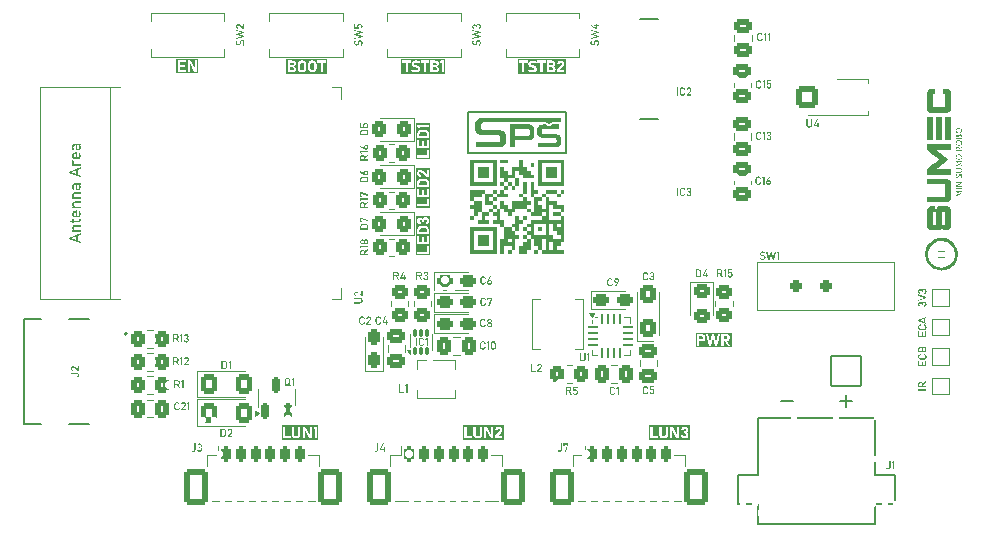
<source format=gto>
G04 #@! TF.GenerationSoftware,KiCad,Pcbnew,8.0.4*
G04 #@! TF.CreationDate,2024-09-24T15:17:15+02:00*
G04 #@! TF.ProjectId,SUMEC_MK_IV,53554d45-435f-44d4-9b5f-49562e6b6963,v2.1.1*
G04 #@! TF.SameCoordinates,Original*
G04 #@! TF.FileFunction,Legend,Top*
G04 #@! TF.FilePolarity,Positive*
%FSLAX46Y46*%
G04 Gerber Fmt 4.6, Leading zero omitted, Abs format (unit mm)*
G04 Created by KiCad (PCBNEW 8.0.4) date 2024-09-24 15:17:15*
%MOMM*%
%LPD*%
G01*
G04 APERTURE LIST*
G04 Aperture macros list*
%AMRoundRect*
0 Rectangle with rounded corners*
0 $1 Rounding radius*
0 $2 $3 $4 $5 $6 $7 $8 $9 X,Y pos of 4 corners*
0 Add a 4 corners polygon primitive as box body*
4,1,4,$2,$3,$4,$5,$6,$7,$8,$9,$2,$3,0*
0 Add four circle primitives for the rounded corners*
1,1,$1+$1,$2,$3*
1,1,$1+$1,$4,$5*
1,1,$1+$1,$6,$7*
1,1,$1+$1,$8,$9*
0 Add four rect primitives between the rounded corners*
20,1,$1+$1,$2,$3,$4,$5,0*
20,1,$1+$1,$4,$5,$6,$7,0*
20,1,$1+$1,$6,$7,$8,$9,0*
20,1,$1+$1,$8,$9,$2,$3,0*%
G04 Aperture macros list end*
%ADD10C,0.150000*%
%ADD11C,0.175000*%
%ADD12C,0.140000*%
%ADD13C,0.200000*%
%ADD14C,0.120000*%
%ADD15C,0.100000*%
%ADD16C,0.000000*%
%ADD17C,0.127000*%
%ADD18C,0.010000*%
%ADD19RoundRect,0.250000X-0.450000X0.350000X-0.450000X-0.350000X0.450000X-0.350000X0.450000X0.350000X0*%
%ADD20RoundRect,0.062500X-0.350000X-0.062500X0.350000X-0.062500X0.350000X0.062500X-0.350000X0.062500X0*%
%ADD21RoundRect,0.062500X-0.062500X-0.350000X0.062500X-0.350000X0.062500X0.350000X-0.062500X0.350000X0*%
%ADD22R,1.680000X1.680000*%
%ADD23RoundRect,0.200000X-0.200000X-0.450000X0.200000X-0.450000X0.200000X0.450000X-0.200000X0.450000X0*%
%ADD24RoundRect,0.250001X-0.799999X-1.249999X0.799999X-1.249999X0.799999X1.249999X-0.799999X1.249999X0*%
%ADD25R,1.475000X0.450000*%
%ADD26R,2.460000X3.550000*%
%ADD27C,0.500000*%
%ADD28R,1.000000X1.000000*%
%ADD29RoundRect,0.250000X-0.250000X0.250000X-0.250000X-0.250000X0.250000X-0.250000X0.250000X0.250000X0*%
%ADD30C,0.800000*%
%ADD31C,6.400000*%
%ADD32RoundRect,0.250000X-0.337500X-0.475000X0.337500X-0.475000X0.337500X0.475000X-0.337500X0.475000X0*%
%ADD33RoundRect,0.250000X0.475000X-0.337500X0.475000X0.337500X-0.475000X0.337500X-0.475000X-0.337500X0*%
%ADD34RoundRect,0.250001X-0.462499X-0.624999X0.462499X-0.624999X0.462499X0.624999X-0.462499X0.624999X0*%
%ADD35C,2.754000*%
%ADD36RoundRect,0.102000X1.275000X1.275000X-1.275000X1.275000X-1.275000X-1.275000X1.275000X-1.275000X0*%
%ADD37C,1.712000*%
%ADD38RoundRect,0.250000X-0.475000X0.337500X-0.475000X-0.337500X0.475000X-0.337500X0.475000X0.337500X0*%
%ADD39RoundRect,0.250200X-0.649800X-0.649800X0.649800X-0.649800X0.649800X0.649800X-0.649800X0.649800X0*%
%ADD40C,1.800000*%
%ADD41RoundRect,0.250000X-0.350000X-0.450000X0.350000X-0.450000X0.350000X0.450000X-0.350000X0.450000X0*%
%ADD42RoundRect,0.150000X0.150000X-0.512500X0.150000X0.512500X-0.150000X0.512500X-0.150000X-0.512500X0*%
%ADD43R,2.000000X1.600000*%
%ADD44RoundRect,0.250000X-0.450000X0.325000X-0.450000X-0.325000X0.450000X-0.325000X0.450000X0.325000X0*%
%ADD45RoundRect,0.250000X-0.400000X-0.275000X0.400000X-0.275000X0.400000X0.275000X-0.400000X0.275000X0*%
%ADD46O,2.204000X1.104000*%
%ADD47O,1.904000X1.104000*%
%ADD48RoundRect,0.250000X0.325000X0.450000X-0.325000X0.450000X-0.325000X-0.450000X0.325000X-0.450000X0*%
%ADD49RoundRect,0.250000X0.425000X-0.537500X0.425000X0.537500X-0.425000X0.537500X-0.425000X-0.537500X0*%
%ADD50R,0.900000X1.500000*%
%ADD51R,1.500000X0.900000*%
%ADD52R,0.900000X0.900000*%
%ADD53RoundRect,0.085000X0.085000X-0.265000X0.085000X0.265000X-0.085000X0.265000X-0.085000X-0.265000X0*%
%ADD54RoundRect,0.250000X0.350000X0.450000X-0.350000X0.450000X-0.350000X-0.450000X0.350000X-0.450000X0*%
%ADD55RoundRect,0.250000X0.450000X-0.350000X0.450000X0.350000X-0.450000X0.350000X-0.450000X-0.350000X0*%
%ADD56RoundRect,0.250000X0.337500X0.475000X-0.337500X0.475000X-0.337500X-0.475000X0.337500X-0.475000X0*%
%ADD57R,2.286000X1.854500*%
%ADD58R,1.500000X1.200000*%
%ADD59RoundRect,0.250000X0.275000X-0.400000X0.275000X0.400000X-0.275000X0.400000X-0.275000X-0.400000X0*%
%ADD60C,0.600000*%
%ADD61C,0.700000*%
G04 APERTURE END LIST*
D10*
X138500000Y-91500000D02*
X146750000Y-91500000D01*
X146750000Y-95000000D01*
X138500000Y-95000000D01*
X138500000Y-91500000D01*
D11*
G36*
X176594823Y-115020303D02*
G01*
X177290500Y-115020303D01*
X177290500Y-115117927D01*
X176594823Y-115117927D01*
X176594823Y-115020303D01*
G37*
G36*
X176996260Y-114805906D02*
G01*
X176903423Y-114805906D01*
X176903423Y-114568600D01*
X176897762Y-114534557D01*
X176879132Y-114505200D01*
X176873846Y-114500212D01*
X176844150Y-114482564D01*
X176810012Y-114475026D01*
X176795199Y-114474396D01*
X176758769Y-114478656D01*
X176726606Y-114492775D01*
X176716895Y-114500212D01*
X176695542Y-114528097D01*
X176687263Y-114563344D01*
X176687146Y-114568600D01*
X176687146Y-114805906D01*
X176594310Y-114805906D01*
X176594310Y-114572361D01*
X176596764Y-114535913D01*
X176604127Y-114502437D01*
X176617896Y-114469046D01*
X176619442Y-114466189D01*
X176639064Y-114437327D01*
X176663374Y-114413273D01*
X176689540Y-114395578D01*
X176722312Y-114381270D01*
X176758802Y-114372900D01*
X176795199Y-114370446D01*
X176831450Y-114372934D01*
X176867932Y-114381417D01*
X176900859Y-114395920D01*
X176929526Y-114415680D01*
X176953466Y-114440168D01*
X176971128Y-114466531D01*
X176985436Y-114499400D01*
X176993806Y-114535947D01*
X176996260Y-114572361D01*
X176996260Y-114805906D01*
G37*
G36*
X177290500Y-114848478D02*
G01*
X176594310Y-114848478D01*
X176594310Y-114750854D01*
X177290500Y-114750854D01*
X177290500Y-114848478D01*
G37*
G36*
X177290500Y-114457128D02*
G01*
X176974718Y-114616472D01*
X176952663Y-114519361D01*
X177290500Y-114341210D01*
X177290500Y-114457128D01*
G37*
D12*
G36*
X158303665Y-110522925D02*
G01*
X158344975Y-110550376D01*
X158368422Y-110589883D01*
X158376238Y-110640990D01*
X158370207Y-110685102D01*
X158344731Y-110730139D01*
X158311007Y-110754507D01*
X158262665Y-110764089D01*
X158046755Y-110764089D01*
X158046755Y-110516427D01*
X158262665Y-110516427D01*
X158303665Y-110522925D01*
G37*
G36*
X160371551Y-110519748D02*
G01*
X160413956Y-110548178D01*
X160432890Y-110582682D01*
X160440334Y-110632686D01*
X160435507Y-110672165D01*
X160413224Y-110717683D01*
X160391001Y-110737180D01*
X160343126Y-110749678D01*
X160110118Y-110749678D01*
X160110118Y-110515938D01*
X160343126Y-110515938D01*
X160371551Y-110519748D01*
G37*
G36*
X160785919Y-111441111D02*
G01*
X157748309Y-111441111D01*
X157748309Y-110764089D01*
X157859420Y-110764089D01*
X157859420Y-111330000D01*
X158046755Y-111330000D01*
X158046755Y-110944340D01*
X158258025Y-110944340D01*
X158275360Y-110944012D01*
X158324920Y-110939085D01*
X158375682Y-110926677D01*
X158421912Y-110906971D01*
X158462822Y-110880457D01*
X158500771Y-110844350D01*
X158531332Y-110800969D01*
X158538316Y-110787943D01*
X158556634Y-110741575D01*
X158567320Y-110690675D01*
X158570411Y-110640990D01*
X158570068Y-110623890D01*
X158564916Y-110575114D01*
X158551940Y-110525359D01*
X158531332Y-110480279D01*
X158503984Y-110440518D01*
X158466793Y-110403668D01*
X158422156Y-110374033D01*
X158408802Y-110367224D01*
X158361251Y-110349364D01*
X158309025Y-110338945D01*
X158258025Y-110335931D01*
X158628297Y-110335931D01*
X158857397Y-111330000D01*
X159033740Y-111330000D01*
X159218143Y-110635373D01*
X159394487Y-111330000D01*
X159571074Y-111330000D01*
X159704677Y-110749678D01*
X159922784Y-110749678D01*
X159922784Y-111330000D01*
X160110118Y-111330000D01*
X160110118Y-110930174D01*
X160223597Y-110930174D01*
X160447662Y-111330000D01*
X160674808Y-111330000D01*
X160436565Y-110919476D01*
X160457575Y-110914291D01*
X160502372Y-110893293D01*
X160534849Y-110870053D01*
X160571480Y-110831734D01*
X160598360Y-110789246D01*
X160600493Y-110785041D01*
X160619494Y-110735860D01*
X160629655Y-110686491D01*
X160633042Y-110632686D01*
X160633009Y-110627121D01*
X160629002Y-110573884D01*
X160618316Y-110525035D01*
X160598848Y-110476371D01*
X160577411Y-110440985D01*
X160541977Y-110401257D01*
X160502616Y-110372323D01*
X160457680Y-110351326D01*
X160407838Y-110339044D01*
X160358269Y-110335443D01*
X160110118Y-110335443D01*
X159922784Y-110335443D01*
X159922784Y-110749678D01*
X159704677Y-110749678D01*
X159799930Y-110335931D01*
X159607222Y-110335931D01*
X159479483Y-110999050D01*
X159289218Y-110335931D01*
X159139009Y-110335931D01*
X158948988Y-110999050D01*
X158821004Y-110335931D01*
X158628297Y-110335931D01*
X158258025Y-110335931D01*
X158046755Y-110335931D01*
X157859420Y-110335931D01*
X157859420Y-110764089D01*
X157748309Y-110764089D01*
X157748309Y-110224332D01*
X160785919Y-110224332D01*
X160785919Y-111441111D01*
G37*
D13*
G36*
X145567804Y-87745421D02*
G01*
X145617652Y-87752206D01*
X145663224Y-87776409D01*
X145689786Y-87813900D01*
X145698640Y-87864337D01*
X145698640Y-87866290D01*
X145691861Y-87910509D01*
X145663224Y-87953485D01*
X145658715Y-87957241D01*
X145614461Y-87978567D01*
X145563818Y-87984504D01*
X145352059Y-87984504D01*
X145352059Y-87745390D01*
X145563818Y-87745390D01*
X145567804Y-87745421D01*
G37*
G36*
X145609632Y-87356476D02*
G01*
X145653699Y-87377805D01*
X145674415Y-87402905D01*
X145685695Y-87452787D01*
X145680414Y-87492139D01*
X145653699Y-87535586D01*
X145612518Y-87558455D01*
X145563818Y-87564895D01*
X145352059Y-87564895D01*
X145352059Y-87351427D01*
X145563818Y-87351427D01*
X145609632Y-87356476D01*
G37*
G36*
X146731767Y-88286369D02*
G01*
X142679573Y-88286369D01*
X142679573Y-87351427D01*
X142790684Y-87351427D01*
X143061305Y-87351427D01*
X143061305Y-88165000D01*
X143248640Y-88165000D01*
X143248640Y-88052159D01*
X143540021Y-88052159D01*
X143558377Y-88066410D01*
X143600916Y-88094519D01*
X143647244Y-88118838D01*
X143677561Y-88131813D01*
X143724982Y-88148185D01*
X143774739Y-88160847D01*
X143808994Y-88167152D01*
X143861063Y-88173231D01*
X143913957Y-88175258D01*
X143936200Y-88174950D01*
X143989020Y-88171483D01*
X144047146Y-88162238D01*
X144099536Y-88147446D01*
X144146191Y-88127107D01*
X144193371Y-88096367D01*
X144221938Y-88070069D01*
X144253798Y-88027983D01*
X144276168Y-87979749D01*
X144289047Y-87925368D01*
X144292534Y-87873862D01*
X144292534Y-87872397D01*
X144290778Y-87832356D01*
X144282631Y-87783731D01*
X144264446Y-87735865D01*
X144259055Y-87726173D01*
X144229416Y-87686222D01*
X144189463Y-87653066D01*
X144177526Y-87645774D01*
X144133341Y-87623674D01*
X144085416Y-87606905D01*
X144071238Y-87602955D01*
X144021436Y-87590392D01*
X143971354Y-87579794D01*
X143924085Y-87569801D01*
X143874146Y-87557568D01*
X143842810Y-87546840D01*
X143801117Y-87521175D01*
X143782931Y-87497303D01*
X143773029Y-87448635D01*
X143773029Y-87447903D01*
X143784814Y-87402351D01*
X143820168Y-87368279D01*
X143853551Y-87353339D01*
X143903560Y-87342714D01*
X143953524Y-87339947D01*
X143971586Y-87340472D01*
X144023492Y-87347524D01*
X144073448Y-87361441D01*
X144104497Y-87373363D01*
X144149812Y-87395654D01*
X144193615Y-87423234D01*
X144229463Y-87351427D01*
X144326483Y-87351427D01*
X144597104Y-87351427D01*
X144597104Y-88165000D01*
X144784439Y-88165000D01*
X144784439Y-87564895D01*
X145164725Y-87564895D01*
X145164725Y-87984504D01*
X145164725Y-88165000D01*
X145246790Y-88165000D01*
X145581647Y-88165000D01*
X145617013Y-88163897D01*
X145666212Y-88158106D01*
X145717771Y-88145078D01*
X145763043Y-88125295D01*
X145807083Y-88094413D01*
X145816784Y-88085331D01*
X145849330Y-88044444D01*
X145871861Y-87996259D01*
X145883362Y-87948112D01*
X145887195Y-87894378D01*
X145887195Y-87892180D01*
X145886716Y-87873916D01*
X145879536Y-87823063D01*
X145861451Y-87773494D01*
X145832729Y-87731224D01*
X145818471Y-87716528D01*
X145776683Y-87686365D01*
X145731569Y-87667253D01*
X145679344Y-87655753D01*
X145690811Y-87653611D01*
X145738328Y-87640077D01*
X145783284Y-87617560D01*
X145823203Y-87583702D01*
X145852266Y-87541305D01*
X145869265Y-87491694D01*
X145872520Y-87458161D01*
X146020552Y-87458161D01*
X146020552Y-87458893D01*
X146212527Y-87458893D01*
X146212527Y-87458161D01*
X146222384Y-87413962D01*
X146247698Y-87371699D01*
X146274094Y-87351932D01*
X146322680Y-87341168D01*
X146350453Y-87343315D01*
X146396441Y-87363150D01*
X146409075Y-87376964D01*
X146422575Y-87425432D01*
X146422575Y-87426653D01*
X146422129Y-87437075D01*
X146409875Y-87486004D01*
X146400911Y-87505682D01*
X146373971Y-87547798D01*
X146032764Y-87996228D01*
X146032764Y-88165000D01*
X146620656Y-88165000D01*
X146620656Y-87984504D01*
X146280915Y-87984504D01*
X146525646Y-87675537D01*
X146545704Y-87647754D01*
X146571327Y-87603104D01*
X146591591Y-87554881D01*
X146601957Y-87521481D01*
X146611951Y-87471151D01*
X146615283Y-87420547D01*
X146615283Y-87419815D01*
X146615208Y-87412145D01*
X146610475Y-87361517D01*
X146596049Y-87310211D01*
X146572006Y-87265896D01*
X146538347Y-87228572D01*
X146518124Y-87212716D01*
X146471748Y-87187345D01*
X146424683Y-87172083D01*
X146371564Y-87163296D01*
X146321215Y-87160917D01*
X146305252Y-87161222D01*
X146252343Y-87167080D01*
X146204039Y-87180396D01*
X146154473Y-87204743D01*
X146110922Y-87238831D01*
X146087399Y-87264729D01*
X146060318Y-87306196D01*
X146040062Y-87353740D01*
X146026631Y-87407362D01*
X146020552Y-87458161D01*
X145872520Y-87458161D01*
X145874250Y-87440331D01*
X145874172Y-87432358D01*
X145869274Y-87379728D01*
X145854344Y-87326392D01*
X145829462Y-87280321D01*
X145794627Y-87241517D01*
X145773702Y-87224974D01*
X145725739Y-87198504D01*
X145677084Y-87182581D01*
X145622189Y-87173413D01*
X145570168Y-87170931D01*
X145352059Y-87170931D01*
X145164725Y-87170931D01*
X145164725Y-87564895D01*
X144784439Y-87564895D01*
X144784439Y-87351427D01*
X145055304Y-87351427D01*
X145055304Y-87170931D01*
X144326483Y-87170931D01*
X144326483Y-87351427D01*
X144229463Y-87351427D01*
X144272750Y-87264720D01*
X144259183Y-87255580D01*
X144212472Y-87228026D01*
X144163470Y-87204957D01*
X144117411Y-87188028D01*
X144107011Y-87184745D01*
X144055324Y-87171507D01*
X144004162Y-87163565D01*
X143953524Y-87160917D01*
X143931974Y-87161228D01*
X143880802Y-87164727D01*
X143824497Y-87174058D01*
X143773755Y-87188987D01*
X143728578Y-87209515D01*
X143682903Y-87240540D01*
X143655321Y-87267033D01*
X143624560Y-87309531D01*
X143602962Y-87358341D01*
X143590526Y-87413462D01*
X143587160Y-87465732D01*
X143587160Y-87466465D01*
X143589556Y-87514301D01*
X143598991Y-87565002D01*
X143617446Y-87610568D01*
X143625380Y-87623673D01*
X143657898Y-87663411D01*
X143697802Y-87693611D01*
X143710465Y-87700633D01*
X143757067Y-87721363D01*
X143807223Y-87736109D01*
X143825811Y-87740129D01*
X143873804Y-87749633D01*
X143924948Y-87758335D01*
X143965907Y-87765448D01*
X144014585Y-87776653D01*
X144038938Y-87784691D01*
X144081264Y-87810603D01*
X144095725Y-87828754D01*
X144106665Y-87876549D01*
X144106665Y-87877281D01*
X144106615Y-87880798D01*
X144092396Y-87930318D01*
X144056106Y-87965209D01*
X144016499Y-87982869D01*
X143967194Y-87993199D01*
X143913957Y-87996228D01*
X143904051Y-87996128D01*
X143855007Y-87992621D01*
X143806774Y-87984106D01*
X143759351Y-87970582D01*
X143714076Y-87952455D01*
X143668295Y-87927666D01*
X143626728Y-87897798D01*
X143540021Y-88052159D01*
X143248640Y-88052159D01*
X143248640Y-87351427D01*
X143519505Y-87351427D01*
X143519505Y-87170931D01*
X142790684Y-87170931D01*
X142790684Y-87351427D01*
X142679573Y-87351427D01*
X142679573Y-87049806D01*
X146731767Y-87049806D01*
X146731767Y-88286369D01*
G37*
G36*
X134852338Y-101373745D02*
G01*
X134901087Y-101390335D01*
X134939808Y-101421144D01*
X134965255Y-101460838D01*
X134980139Y-101510402D01*
X134984504Y-101564026D01*
X134984504Y-101709594D01*
X134351427Y-101709594D01*
X134351427Y-101564026D01*
X134354943Y-101515397D01*
X134368791Y-101464936D01*
X134395879Y-101421144D01*
X134423800Y-101396704D01*
X134470105Y-101376560D01*
X134521664Y-101370585D01*
X134814267Y-101370585D01*
X134852338Y-101373745D01*
G37*
G36*
X135286369Y-103646421D02*
G01*
X134049806Y-103646421D01*
X134049806Y-103347975D01*
X134170931Y-103347975D01*
X134170931Y-103535310D01*
X135165000Y-103535310D01*
X135165000Y-103347975D01*
X135165000Y-102869504D01*
X134984504Y-102869504D01*
X134984504Y-103347975D01*
X134170931Y-103347975D01*
X134049806Y-103347975D01*
X134049806Y-102665561D01*
X134170931Y-102665561D01*
X134170931Y-102733216D01*
X135165000Y-102733216D01*
X135165000Y-102545882D01*
X135165000Y-102067410D01*
X134984504Y-102067410D01*
X134984504Y-102545882D01*
X134761755Y-102545882D01*
X134761755Y-102142637D01*
X134581259Y-102142637D01*
X134581259Y-102545882D01*
X134351427Y-102545882D01*
X134351427Y-102067410D01*
X134170931Y-102067410D01*
X134170931Y-102665561D01*
X134049806Y-102665561D01*
X134049806Y-101568178D01*
X134170931Y-101568178D01*
X134170931Y-101802651D01*
X134170931Y-101896929D01*
X135165000Y-101896929D01*
X135165000Y-101709594D01*
X135165000Y-101568911D01*
X135164825Y-101552747D01*
X135161464Y-101498848D01*
X135153825Y-101449109D01*
X135139858Y-101397360D01*
X135120303Y-101351046D01*
X135105400Y-101324859D01*
X135074248Y-101283072D01*
X135037531Y-101248163D01*
X134995251Y-101220132D01*
X134958868Y-101203097D01*
X134908483Y-101187342D01*
X134860291Y-101179145D01*
X134808893Y-101176412D01*
X134527281Y-101176412D01*
X134496169Y-101177312D01*
X134447292Y-101182808D01*
X134393551Y-101196000D01*
X134345168Y-101216388D01*
X134302143Y-101243971D01*
X134264476Y-101278750D01*
X134237527Y-101312735D01*
X134211218Y-101359012D01*
X134191485Y-101411282D01*
X134180066Y-101459418D01*
X134173215Y-101511717D01*
X134171099Y-101564026D01*
X134170931Y-101568178D01*
X134049806Y-101568178D01*
X134049806Y-100729204D01*
X134160917Y-100729204D01*
X134160992Y-100736724D01*
X134165695Y-100787364D01*
X134180029Y-100840945D01*
X134203919Y-100889946D01*
X134237365Y-100934368D01*
X134262782Y-100958871D01*
X134303494Y-100987284D01*
X134350190Y-101008826D01*
X134402870Y-101023495D01*
X134452787Y-101030599D01*
X134452787Y-100837892D01*
X134413913Y-100827132D01*
X134371454Y-100801255D01*
X134356256Y-100783238D01*
X134342634Y-100736042D01*
X134343826Y-100719787D01*
X134367547Y-100675470D01*
X134389185Y-100662373D01*
X134438377Y-100653977D01*
X134455474Y-100653977D01*
X134483753Y-100655885D01*
X134531189Y-100673516D01*
X134540320Y-100681327D01*
X134558056Y-100728471D01*
X134558056Y-100812490D01*
X134738551Y-100812490D01*
X134738551Y-100728471D01*
X134741557Y-100703126D01*
X134769326Y-100661304D01*
X134806451Y-100643535D01*
X134856765Y-100637613D01*
X134879968Y-100637613D01*
X134919834Y-100642409D01*
X134963743Y-100666677D01*
X134984956Y-100699117D01*
X134993297Y-100748987D01*
X134990840Y-100774327D01*
X134968140Y-100819329D01*
X134944156Y-100838169D01*
X134897065Y-100853523D01*
X134897065Y-101046964D01*
X134902551Y-101046622D01*
X134954624Y-101039276D01*
X135001641Y-101024774D01*
X135047519Y-101000557D01*
X135083454Y-100971663D01*
X135116426Y-100933433D01*
X135142529Y-100888450D01*
X135148378Y-100875050D01*
X135163720Y-100827995D01*
X135172669Y-100777267D01*
X135175258Y-100728471D01*
X135174977Y-100711373D01*
X135169578Y-100655362D01*
X135157306Y-100605311D01*
X135134866Y-100555410D01*
X135103450Y-100513293D01*
X135094245Y-100504006D01*
X135052846Y-100472850D01*
X135004120Y-100451280D01*
X134955473Y-100440271D01*
X134901217Y-100436601D01*
X134870931Y-100436601D01*
X134817293Y-100440441D01*
X134765564Y-100453536D01*
X134721454Y-100475924D01*
X134694679Y-100497600D01*
X134664477Y-100537671D01*
X134646228Y-100586810D01*
X134635792Y-100563761D01*
X134606937Y-100520949D01*
X134569535Y-100487892D01*
X134546254Y-100474283D01*
X134498552Y-100457877D01*
X134449368Y-100452965D01*
X134419082Y-100452965D01*
X134367712Y-100456413D01*
X134315616Y-100468797D01*
X134270572Y-100490187D01*
X134228328Y-100525017D01*
X134220165Y-100534258D01*
X134192779Y-100575916D01*
X134173820Y-100625086D01*
X134164143Y-100674270D01*
X134160917Y-100729204D01*
X134049806Y-100729204D01*
X134049806Y-100325490D01*
X135286369Y-100325490D01*
X135286369Y-103646421D01*
G37*
D11*
G36*
X177297680Y-107803600D02*
G01*
X177295610Y-107838939D01*
X177288550Y-107874534D01*
X177276480Y-107906695D01*
X177257807Y-107937453D01*
X177233844Y-107963307D01*
X177214931Y-107977818D01*
X177182369Y-107995153D01*
X177148254Y-108006354D01*
X177117307Y-108012183D01*
X177117307Y-107912679D01*
X177152037Y-107902623D01*
X177180429Y-107880792D01*
X177183130Y-107877288D01*
X177198646Y-107844504D01*
X177203737Y-107809157D01*
X177203818Y-107803600D01*
X177199557Y-107767871D01*
X177184052Y-107735551D01*
X177178001Y-107728544D01*
X177149178Y-107709277D01*
X177113938Y-107701937D01*
X177105339Y-107701702D01*
X177084310Y-107701702D01*
X177048542Y-107705260D01*
X177015261Y-107718406D01*
X177003783Y-107727005D01*
X176983289Y-107755385D01*
X176975482Y-107790279D01*
X176975231Y-107798813D01*
X176975231Y-107848052D01*
X176882394Y-107848052D01*
X176882394Y-107798813D01*
X176877022Y-107764354D01*
X176857945Y-107735383D01*
X176826323Y-107718040D01*
X176791803Y-107713178D01*
X176789045Y-107713157D01*
X176767502Y-107713157D01*
X176733006Y-107718378D01*
X176703901Y-107736921D01*
X176686292Y-107767635D01*
X176681333Y-107804113D01*
X176686548Y-107838093D01*
X176702192Y-107866517D01*
X176729077Y-107888144D01*
X176762489Y-107900477D01*
X176768015Y-107901736D01*
X176768015Y-108000728D01*
X176732190Y-107992470D01*
X176695835Y-107978744D01*
X176664373Y-107960445D01*
X176637806Y-107937572D01*
X176634830Y-107934392D01*
X176614185Y-107906951D01*
X176599439Y-107876091D01*
X176590591Y-107841811D01*
X176587642Y-107804113D01*
X176589908Y-107766649D01*
X176596707Y-107733095D01*
X176610026Y-107699537D01*
X176629266Y-107671087D01*
X176635001Y-107664772D01*
X176664696Y-107640970D01*
X176696224Y-107626352D01*
X176732582Y-107617889D01*
X176768357Y-107615533D01*
X176779983Y-107615533D01*
X176814217Y-107618866D01*
X176847877Y-107630106D01*
X176870597Y-107643743D01*
X176896611Y-107668194D01*
X176916951Y-107699233D01*
X176927359Y-107723586D01*
X176937945Y-107690507D01*
X176956762Y-107659906D01*
X176983095Y-107635365D01*
X177015974Y-107617552D01*
X177050702Y-107607775D01*
X177085898Y-107604200D01*
X177094226Y-107604078D01*
X177105852Y-107604078D01*
X177143831Y-107606573D01*
X177177884Y-107614059D01*
X177211992Y-107628725D01*
X177240972Y-107649909D01*
X177247415Y-107656224D01*
X177269406Y-107684989D01*
X177285114Y-107719140D01*
X177293704Y-107753441D01*
X177297484Y-107791864D01*
X177297680Y-107803600D01*
G37*
G36*
X177290500Y-107296332D02*
G01*
X176594823Y-107523209D01*
X176594823Y-107417037D01*
X177140217Y-107249999D01*
X176594823Y-107082961D01*
X176594823Y-106976789D01*
X177290500Y-107203495D01*
X177290500Y-107296332D01*
G37*
G36*
X177297680Y-106710759D02*
G01*
X177295610Y-106746099D01*
X177288550Y-106781694D01*
X177276480Y-106813854D01*
X177257807Y-106844613D01*
X177233844Y-106870467D01*
X177214931Y-106884978D01*
X177182369Y-106902313D01*
X177148254Y-106913514D01*
X177117307Y-106919343D01*
X177117307Y-106819838D01*
X177152037Y-106809782D01*
X177180429Y-106787952D01*
X177183130Y-106784448D01*
X177198646Y-106751664D01*
X177203737Y-106716317D01*
X177203818Y-106710759D01*
X177199557Y-106675031D01*
X177184052Y-106642711D01*
X177178001Y-106635704D01*
X177149178Y-106616437D01*
X177113938Y-106609097D01*
X177105339Y-106608861D01*
X177084310Y-106608861D01*
X177048542Y-106612420D01*
X177015261Y-106625566D01*
X177003783Y-106634165D01*
X176983289Y-106662545D01*
X176975482Y-106697439D01*
X176975231Y-106705972D01*
X176975231Y-106755212D01*
X176882394Y-106755212D01*
X176882394Y-106705972D01*
X176877022Y-106671514D01*
X176857945Y-106642542D01*
X176826323Y-106625200D01*
X176791803Y-106620338D01*
X176789045Y-106620316D01*
X176767502Y-106620316D01*
X176733006Y-106625538D01*
X176703901Y-106644081D01*
X176686292Y-106674795D01*
X176681333Y-106711272D01*
X176686548Y-106745253D01*
X176702192Y-106773676D01*
X176729077Y-106795304D01*
X176762489Y-106807637D01*
X176768015Y-106808896D01*
X176768015Y-106907888D01*
X176732190Y-106899630D01*
X176695835Y-106885904D01*
X176664373Y-106867605D01*
X176637806Y-106844732D01*
X176634830Y-106841552D01*
X176614185Y-106814111D01*
X176599439Y-106783251D01*
X176590591Y-106748971D01*
X176587642Y-106711272D01*
X176589908Y-106673808D01*
X176596707Y-106640255D01*
X176610026Y-106606697D01*
X176629266Y-106578246D01*
X176635001Y-106571932D01*
X176664696Y-106548130D01*
X176696224Y-106533512D01*
X176732582Y-106525049D01*
X176768357Y-106522692D01*
X176779983Y-106522692D01*
X176814217Y-106526026D01*
X176847877Y-106537266D01*
X176870597Y-106550903D01*
X176896611Y-106575354D01*
X176916951Y-106606393D01*
X176927359Y-106630746D01*
X176937945Y-106597667D01*
X176956762Y-106567066D01*
X176983095Y-106542525D01*
X177015974Y-106524712D01*
X177050702Y-106514935D01*
X177085898Y-106511360D01*
X177094226Y-106511237D01*
X177105852Y-106511237D01*
X177143831Y-106513733D01*
X177177884Y-106521219D01*
X177211992Y-106535885D01*
X177240972Y-106557069D01*
X177247415Y-106563383D01*
X177269406Y-106592149D01*
X177285114Y-106626300D01*
X177293704Y-106660600D01*
X177297484Y-106699024D01*
X177297680Y-106710759D01*
G37*
D13*
G36*
X124448444Y-87350286D02*
G01*
X124496587Y-87364798D01*
X124538974Y-87395635D01*
X124561288Y-87424917D01*
X124579681Y-87471715D01*
X124585136Y-87522397D01*
X124585136Y-87813534D01*
X124582251Y-87850934D01*
X124567104Y-87899820D01*
X124538974Y-87940052D01*
X124510691Y-87963193D01*
X124465348Y-87982267D01*
X124416120Y-87987923D01*
X124384218Y-87985633D01*
X124336219Y-87971047D01*
X124293754Y-87940052D01*
X124271439Y-87910690D01*
X124253047Y-87863967D01*
X124247592Y-87813534D01*
X124247592Y-87522397D01*
X124250477Y-87484798D01*
X124265624Y-87435786D01*
X124293754Y-87395635D01*
X124322116Y-87372612D01*
X124367385Y-87353635D01*
X124416364Y-87348007D01*
X124448444Y-87350286D01*
G37*
G36*
X125324787Y-87350286D02*
G01*
X125372930Y-87364798D01*
X125415317Y-87395635D01*
X125437632Y-87424917D01*
X125456024Y-87471715D01*
X125461479Y-87522397D01*
X125461479Y-87813534D01*
X125458594Y-87850934D01*
X125443447Y-87899820D01*
X125415317Y-87940052D01*
X125387035Y-87963193D01*
X125341692Y-87982267D01*
X125292463Y-87987923D01*
X125260561Y-87985633D01*
X125212562Y-87971047D01*
X125170097Y-87940052D01*
X125147783Y-87910690D01*
X125129390Y-87863967D01*
X125123935Y-87813534D01*
X125123935Y-87522397D01*
X125126821Y-87484798D01*
X125141967Y-87435786D01*
X125170097Y-87395635D01*
X125198459Y-87372612D01*
X125243728Y-87353635D01*
X125292707Y-87348007D01*
X125324787Y-87350286D01*
G37*
G36*
X123593832Y-87745421D02*
G01*
X123643681Y-87752206D01*
X123689253Y-87776409D01*
X123715814Y-87813900D01*
X123724668Y-87864337D01*
X123724668Y-87866290D01*
X123717889Y-87910509D01*
X123689253Y-87953485D01*
X123684743Y-87957241D01*
X123640489Y-87978567D01*
X123589846Y-87984504D01*
X123378088Y-87984504D01*
X123378088Y-87745390D01*
X123589846Y-87745390D01*
X123593832Y-87745421D01*
G37*
G36*
X123635661Y-87356476D02*
G01*
X123679727Y-87377805D01*
X123700444Y-87402905D01*
X123711723Y-87452787D01*
X123706443Y-87492139D01*
X123679727Y-87535586D01*
X123638547Y-87558455D01*
X123589846Y-87564895D01*
X123378088Y-87564895D01*
X123378088Y-87351427D01*
X123589846Y-87351427D01*
X123635661Y-87356476D01*
G37*
G36*
X126557133Y-88286369D02*
G01*
X123079642Y-88286369D01*
X123079642Y-87564895D01*
X123190753Y-87564895D01*
X123190753Y-87984504D01*
X123190753Y-88165000D01*
X123272819Y-88165000D01*
X123607676Y-88165000D01*
X123643041Y-88163897D01*
X123692240Y-88158106D01*
X123743800Y-88145078D01*
X123789072Y-88125295D01*
X123833112Y-88094413D01*
X123842813Y-88085331D01*
X123875358Y-88044444D01*
X123897890Y-87996259D01*
X123909390Y-87948112D01*
X123913224Y-87894378D01*
X123913224Y-87892180D01*
X123912745Y-87873916D01*
X123905564Y-87823063D01*
X123887480Y-87773494D01*
X123858757Y-87731224D01*
X123844500Y-87716528D01*
X123802711Y-87686365D01*
X123757597Y-87667253D01*
X123705373Y-87655753D01*
X123716840Y-87653611D01*
X123764356Y-87640077D01*
X123809312Y-87617560D01*
X123849232Y-87583702D01*
X123878295Y-87541305D01*
X123883100Y-87527281D01*
X124053419Y-87527281D01*
X124053419Y-87808893D01*
X124054999Y-87849156D01*
X124062021Y-87899875D01*
X124076635Y-87952882D01*
X124098360Y-88001601D01*
X124113368Y-88026563D01*
X124144862Y-88066897D01*
X124182113Y-88101319D01*
X124225122Y-88129829D01*
X124262239Y-88147530D01*
X124313843Y-88163900D01*
X124363378Y-88172418D01*
X124416364Y-88175258D01*
X124456418Y-88173661D01*
X124506778Y-88166562D01*
X124559272Y-88151789D01*
X124607362Y-88129829D01*
X124632031Y-88114720D01*
X124671896Y-88082925D01*
X124705927Y-88045219D01*
X124734124Y-88001601D01*
X124751730Y-87964079D01*
X124768013Y-87912025D01*
X124776485Y-87862154D01*
X124779309Y-87808893D01*
X124779309Y-87527281D01*
X124929762Y-87527281D01*
X124929762Y-87808893D01*
X124931342Y-87849156D01*
X124938364Y-87899875D01*
X124952979Y-87952882D01*
X124974703Y-88001601D01*
X124989712Y-88026563D01*
X125021206Y-88066897D01*
X125058457Y-88101319D01*
X125101465Y-88129829D01*
X125138583Y-88147530D01*
X125190186Y-88163900D01*
X125239722Y-88172418D01*
X125292707Y-88175258D01*
X125332761Y-88173661D01*
X125383121Y-88166562D01*
X125435616Y-88151789D01*
X125483705Y-88129829D01*
X125508374Y-88114720D01*
X125548240Y-88082925D01*
X125582271Y-88045219D01*
X125610467Y-88001601D01*
X125628073Y-87964079D01*
X125644356Y-87912025D01*
X125652828Y-87862154D01*
X125655652Y-87808893D01*
X125655652Y-87527281D01*
X125654064Y-87486704D01*
X125647003Y-87435726D01*
X125632310Y-87382645D01*
X125618268Y-87351427D01*
X125717201Y-87351427D01*
X125987822Y-87351427D01*
X125987822Y-88165000D01*
X126175157Y-88165000D01*
X126175157Y-87351427D01*
X126446022Y-87351427D01*
X126446022Y-87170931D01*
X125717201Y-87170931D01*
X125717201Y-87351427D01*
X125618268Y-87351427D01*
X125610467Y-87334085D01*
X125595523Y-87309264D01*
X125564085Y-87269123D01*
X125526812Y-87234818D01*
X125483705Y-87206346D01*
X125446683Y-87188645D01*
X125395167Y-87172274D01*
X125345677Y-87163756D01*
X125292707Y-87160917D01*
X125252645Y-87162514D01*
X125202247Y-87169613D01*
X125149673Y-87184386D01*
X125101465Y-87206346D01*
X125076861Y-87221443D01*
X125037051Y-87253156D01*
X125002998Y-87290703D01*
X124974703Y-87334085D01*
X124957192Y-87371463D01*
X124940998Y-87423539D01*
X124932571Y-87473624D01*
X124930018Y-87522397D01*
X124929762Y-87527281D01*
X124779309Y-87527281D01*
X124777720Y-87486704D01*
X124770660Y-87435726D01*
X124755966Y-87382645D01*
X124734124Y-87334085D01*
X124719179Y-87309264D01*
X124687742Y-87269123D01*
X124650469Y-87234818D01*
X124607362Y-87206346D01*
X124570339Y-87188645D01*
X124518824Y-87172274D01*
X124469334Y-87163756D01*
X124416364Y-87160917D01*
X124376301Y-87162514D01*
X124325903Y-87169613D01*
X124273329Y-87184386D01*
X124225122Y-87206346D01*
X124200517Y-87221443D01*
X124160707Y-87253156D01*
X124126655Y-87290703D01*
X124098360Y-87334085D01*
X124080849Y-87371463D01*
X124064654Y-87423539D01*
X124056228Y-87473624D01*
X124053675Y-87522397D01*
X124053419Y-87527281D01*
X123883100Y-87527281D01*
X123895294Y-87491694D01*
X123900279Y-87440331D01*
X123900201Y-87432358D01*
X123895302Y-87379728D01*
X123880373Y-87326392D01*
X123855491Y-87280321D01*
X123820656Y-87241517D01*
X123799731Y-87224974D01*
X123751768Y-87198504D01*
X123703113Y-87182581D01*
X123648217Y-87173413D01*
X123596196Y-87170931D01*
X123378088Y-87170931D01*
X123190753Y-87170931D01*
X123190753Y-87564895D01*
X123079642Y-87564895D01*
X123079642Y-87049806D01*
X126557133Y-87049806D01*
X126557133Y-88286369D01*
G37*
D12*
G36*
X141490456Y-119286369D02*
G01*
X138057661Y-119286369D01*
X138057661Y-119165000D01*
X138168772Y-119165000D01*
X138252059Y-119165000D01*
X138834578Y-119165000D01*
X138834578Y-118984504D01*
X138356107Y-118984504D01*
X138356107Y-118805474D01*
X138929833Y-118805474D01*
X138930666Y-118837839D01*
X138935756Y-118888669D01*
X138947972Y-118944534D01*
X138966851Y-118994800D01*
X138992394Y-119039468D01*
X139024599Y-119078538D01*
X139043053Y-119095822D01*
X139084068Y-119125292D01*
X139130562Y-119147961D01*
X139182534Y-119163829D01*
X139239985Y-119172896D01*
X139292045Y-119175258D01*
X139323871Y-119174408D01*
X139373851Y-119169213D01*
X139395639Y-119164267D01*
X139847209Y-119164267D01*
X140026239Y-119164267D01*
X140026239Y-118447499D01*
X140378437Y-119164267D01*
X140608758Y-119164267D01*
X140608758Y-118458161D01*
X140779240Y-118458161D01*
X140779240Y-118458893D01*
X140971215Y-118458893D01*
X140971215Y-118458161D01*
X140981072Y-118413962D01*
X141006386Y-118371699D01*
X141032782Y-118351932D01*
X141081368Y-118341168D01*
X141109141Y-118343315D01*
X141155130Y-118363150D01*
X141167763Y-118376964D01*
X141181264Y-118425432D01*
X141181264Y-118426653D01*
X141180817Y-118437075D01*
X141168563Y-118486004D01*
X141159599Y-118505682D01*
X141132659Y-118547798D01*
X140791452Y-118996228D01*
X140791452Y-119165000D01*
X141379345Y-119165000D01*
X141379345Y-118984504D01*
X141039603Y-118984504D01*
X141284334Y-118675537D01*
X141304392Y-118647754D01*
X141330015Y-118603104D01*
X141350280Y-118554881D01*
X141360645Y-118521481D01*
X141370640Y-118471151D01*
X141373971Y-118420547D01*
X141373971Y-118419815D01*
X141373896Y-118412145D01*
X141369163Y-118361517D01*
X141354737Y-118310211D01*
X141330694Y-118265896D01*
X141297035Y-118228572D01*
X141276812Y-118212716D01*
X141230437Y-118187345D01*
X141183371Y-118172083D01*
X141130252Y-118163296D01*
X141079903Y-118160917D01*
X141063940Y-118161222D01*
X141011031Y-118167080D01*
X140962727Y-118180396D01*
X140913161Y-118204743D01*
X140869610Y-118238831D01*
X140846087Y-118264729D01*
X140819006Y-118306196D01*
X140798750Y-118353740D01*
X140785319Y-118407362D01*
X140779240Y-118458161D01*
X140608758Y-118458161D01*
X140608758Y-118170931D01*
X140429484Y-118170931D01*
X140429484Y-118898531D01*
X140076065Y-118170931D01*
X139847209Y-118170931D01*
X139847209Y-119164267D01*
X139395639Y-119164267D01*
X139428774Y-119156745D01*
X139478185Y-119137476D01*
X139522083Y-119111407D01*
X139560468Y-119078538D01*
X139582793Y-119053113D01*
X139610700Y-119010312D01*
X139631909Y-118961912D01*
X139646421Y-118907913D01*
X139653397Y-118858637D01*
X139655723Y-118805474D01*
X139655723Y-118170931D01*
X139468388Y-118170931D01*
X139468388Y-118810115D01*
X139464737Y-118855167D01*
X139450356Y-118901992D01*
X139422227Y-118942739D01*
X139389678Y-118967597D01*
X139340860Y-118985274D01*
X139292045Y-118989877D01*
X139252646Y-118986931D01*
X139202419Y-118971464D01*
X139162841Y-118942739D01*
X139138755Y-118909532D01*
X139121628Y-118859798D01*
X139117167Y-118810115D01*
X139117167Y-118170931D01*
X138929833Y-118170931D01*
X138929833Y-118805474D01*
X138356107Y-118805474D01*
X138356107Y-118170931D01*
X138168772Y-118170931D01*
X138168772Y-119165000D01*
X138057661Y-119165000D01*
X138057661Y-118049806D01*
X141490456Y-118049806D01*
X141490456Y-119286369D01*
G37*
D13*
G36*
X115610274Y-88226111D02*
G01*
X113790215Y-88226111D01*
X113790215Y-88115000D01*
X113901326Y-88115000D01*
X113968982Y-88115000D01*
X114567132Y-88115000D01*
X114567132Y-88114267D01*
X114737614Y-88114267D01*
X114916644Y-88114267D01*
X114916644Y-87397499D01*
X115268842Y-88114267D01*
X115499163Y-88114267D01*
X115499163Y-87120931D01*
X115319889Y-87120931D01*
X115319889Y-87848533D01*
X114966469Y-87120931D01*
X114737614Y-87120931D01*
X114737614Y-88114267D01*
X114567132Y-88114267D01*
X114567132Y-87934504D01*
X114088661Y-87934504D01*
X114088661Y-87711755D01*
X114491906Y-87711755D01*
X114491906Y-87531259D01*
X114088661Y-87531259D01*
X114088661Y-87301427D01*
X114567132Y-87301427D01*
X114567132Y-87120931D01*
X114088661Y-87120931D01*
X113901326Y-87120931D01*
X113901326Y-88115000D01*
X113790215Y-88115000D01*
X113790215Y-87009820D01*
X115610274Y-87009820D01*
X115610274Y-88226111D01*
G37*
D12*
G36*
X125813868Y-119286369D02*
G01*
X122686621Y-119286369D01*
X122686621Y-119165000D01*
X122797732Y-119165000D01*
X122881019Y-119165000D01*
X123463538Y-119165000D01*
X123463538Y-118984504D01*
X122985067Y-118984504D01*
X122985067Y-118805474D01*
X123558793Y-118805474D01*
X123559626Y-118837839D01*
X123564716Y-118888669D01*
X123576932Y-118944534D01*
X123595811Y-118994800D01*
X123621354Y-119039468D01*
X123653559Y-119078538D01*
X123672013Y-119095822D01*
X123713028Y-119125292D01*
X123759522Y-119147961D01*
X123811494Y-119163829D01*
X123868945Y-119172896D01*
X123921005Y-119175258D01*
X123952831Y-119174408D01*
X124002811Y-119169213D01*
X124024599Y-119164267D01*
X124476169Y-119164267D01*
X124655199Y-119164267D01*
X124655199Y-118447499D01*
X125007397Y-119164267D01*
X125237718Y-119164267D01*
X125237718Y-118238098D01*
X125394522Y-118238098D01*
X125394522Y-118436912D01*
X125515422Y-118391238D01*
X125515422Y-119165000D01*
X125702757Y-119165000D01*
X125702757Y-118170931D01*
X125542778Y-118170931D01*
X125394522Y-118238098D01*
X125237718Y-118238098D01*
X125237718Y-118170931D01*
X125058444Y-118170931D01*
X125058444Y-118898531D01*
X124705025Y-118170931D01*
X124476169Y-118170931D01*
X124476169Y-119164267D01*
X124024599Y-119164267D01*
X124057734Y-119156745D01*
X124107145Y-119137476D01*
X124151043Y-119111407D01*
X124189428Y-119078538D01*
X124211753Y-119053113D01*
X124239660Y-119010312D01*
X124260869Y-118961912D01*
X124275381Y-118907913D01*
X124282357Y-118858637D01*
X124284683Y-118805474D01*
X124284683Y-118170931D01*
X124097348Y-118170931D01*
X124097348Y-118810115D01*
X124093697Y-118855167D01*
X124079316Y-118901992D01*
X124051187Y-118942739D01*
X124018638Y-118967597D01*
X123969820Y-118985274D01*
X123921005Y-118989877D01*
X123881606Y-118986931D01*
X123831379Y-118971464D01*
X123791801Y-118942739D01*
X123767715Y-118909532D01*
X123750588Y-118859798D01*
X123746127Y-118810115D01*
X123746127Y-118170931D01*
X123558793Y-118170931D01*
X123558793Y-118805474D01*
X122985067Y-118805474D01*
X122985067Y-118170931D01*
X122797732Y-118170931D01*
X122797732Y-119165000D01*
X122686621Y-119165000D01*
X122686621Y-118059820D01*
X125813868Y-118059820D01*
X125813868Y-119286369D01*
G37*
D11*
G36*
X177290500Y-110562107D02*
G01*
X176594823Y-110562107D01*
X176594823Y-110464483D01*
X177290500Y-110464483D01*
X177290500Y-110562107D01*
G37*
G36*
X177290500Y-110514748D02*
G01*
X177197663Y-110514748D01*
X177197663Y-110115191D01*
X177290500Y-110115191D01*
X177290500Y-110514748D01*
G37*
G36*
X176991473Y-110514748D02*
G01*
X176898636Y-110514748D01*
X176898636Y-110167850D01*
X176991473Y-110167850D01*
X176991473Y-110514748D01*
G37*
G36*
X176687488Y-110514748D02*
G01*
X176594823Y-110514748D01*
X176594823Y-110115191D01*
X176687488Y-110115191D01*
X176687488Y-110514748D01*
G37*
G36*
X177297680Y-109748973D02*
G01*
X177295661Y-109784182D01*
X177288561Y-109821110D01*
X177276348Y-109855198D01*
X177265367Y-109876346D01*
X177245135Y-109905090D01*
X177220792Y-109929967D01*
X177192337Y-109950976D01*
X177174753Y-109960976D01*
X177140321Y-109975522D01*
X177107126Y-109984455D01*
X177071495Y-109989627D01*
X177038319Y-109991067D01*
X176847345Y-109991067D01*
X176809369Y-109989186D01*
X176773914Y-109983544D01*
X176740981Y-109974141D01*
X176710569Y-109960976D01*
X176679762Y-109942116D01*
X176653119Y-109919388D01*
X176630642Y-109892793D01*
X176619955Y-109876346D01*
X176604335Y-109844151D01*
X176593827Y-109809117D01*
X176588431Y-109771242D01*
X176587642Y-109748973D01*
X176590163Y-109712272D01*
X176597726Y-109677607D01*
X176610332Y-109644979D01*
X176613458Y-109638698D01*
X176631614Y-109608992D01*
X176653810Y-109582491D01*
X176680046Y-109559197D01*
X176685779Y-109554922D01*
X176716289Y-109535992D01*
X176749906Y-109521303D01*
X176782816Y-109511708D01*
X176794345Y-109509273D01*
X176794345Y-109609291D01*
X176761104Y-109622393D01*
X176735702Y-109639724D01*
X176710998Y-109665954D01*
X176696721Y-109689647D01*
X176685385Y-109722555D01*
X176682701Y-109748973D01*
X176686285Y-109783049D01*
X176698674Y-109816248D01*
X176719911Y-109844538D01*
X176728008Y-109852068D01*
X176759057Y-109872625D01*
X176791854Y-109884616D01*
X176829249Y-109890440D01*
X176847345Y-109891049D01*
X177038319Y-109891049D01*
X177073592Y-109888613D01*
X177108906Y-109880048D01*
X177142719Y-109863298D01*
X177157485Y-109852068D01*
X177181197Y-109825251D01*
X177196127Y-109793524D01*
X177202274Y-109756889D01*
X177202450Y-109748973D01*
X177197710Y-109712897D01*
X177184919Y-109681149D01*
X177173727Y-109663317D01*
X177148626Y-109636886D01*
X177119366Y-109619163D01*
X177090978Y-109609291D01*
X177090978Y-109509273D01*
X177124739Y-109517750D01*
X177159334Y-109531261D01*
X177190857Y-109549079D01*
X177199714Y-109555264D01*
X177226669Y-109577975D01*
X177249616Y-109603790D01*
X177268557Y-109632712D01*
X177271864Y-109638869D01*
X177285478Y-109670999D01*
X177294050Y-109705200D01*
X177297579Y-109741471D01*
X177297680Y-109748973D01*
G37*
G36*
X177290500Y-109466531D02*
G01*
X176594823Y-109210076D01*
X176594823Y-109126814D01*
X177290500Y-108870359D01*
X177290500Y-108975505D01*
X176729205Y-109168359D01*
X177290500Y-109361213D01*
X177290500Y-109466531D01*
G37*
G36*
X177137823Y-109348391D02*
G01*
X177044987Y-109348391D01*
X177044987Y-108982344D01*
X177137823Y-108982344D01*
X177137823Y-109348391D01*
G37*
D13*
G36*
X135696764Y-87745421D02*
G01*
X135746612Y-87752206D01*
X135792184Y-87776409D01*
X135818746Y-87813900D01*
X135827600Y-87864337D01*
X135827600Y-87866290D01*
X135820821Y-87910509D01*
X135792184Y-87953485D01*
X135787675Y-87957241D01*
X135743421Y-87978567D01*
X135692778Y-87984504D01*
X135481019Y-87984504D01*
X135481019Y-87745390D01*
X135692778Y-87745390D01*
X135696764Y-87745421D01*
G37*
G36*
X135738592Y-87356476D02*
G01*
X135782659Y-87377805D01*
X135803375Y-87402905D01*
X135814655Y-87452787D01*
X135809374Y-87492139D01*
X135782659Y-87535586D01*
X135741478Y-87558455D01*
X135692778Y-87564895D01*
X135481019Y-87564895D01*
X135481019Y-87351427D01*
X135692778Y-87351427D01*
X135738592Y-87356476D01*
G37*
G36*
X136555180Y-88286369D02*
G01*
X132808533Y-88286369D01*
X132808533Y-87351427D01*
X132919644Y-87351427D01*
X133190265Y-87351427D01*
X133190265Y-88165000D01*
X133377600Y-88165000D01*
X133377600Y-88052159D01*
X133668981Y-88052159D01*
X133687337Y-88066410D01*
X133729876Y-88094519D01*
X133776204Y-88118838D01*
X133806521Y-88131813D01*
X133853942Y-88148185D01*
X133903699Y-88160847D01*
X133937954Y-88167152D01*
X133990023Y-88173231D01*
X134042917Y-88175258D01*
X134065160Y-88174950D01*
X134117980Y-88171483D01*
X134176106Y-88162238D01*
X134228496Y-88147446D01*
X134275151Y-88127107D01*
X134322331Y-88096367D01*
X134350898Y-88070069D01*
X134382758Y-88027983D01*
X134405128Y-87979749D01*
X134418007Y-87925368D01*
X134421494Y-87873862D01*
X134421494Y-87872397D01*
X134419738Y-87832356D01*
X134411591Y-87783731D01*
X134393406Y-87735865D01*
X134388015Y-87726173D01*
X134358376Y-87686222D01*
X134318423Y-87653066D01*
X134306486Y-87645774D01*
X134262301Y-87623674D01*
X134214376Y-87606905D01*
X134200198Y-87602955D01*
X134150396Y-87590392D01*
X134100314Y-87579794D01*
X134053045Y-87569801D01*
X134003106Y-87557568D01*
X133971770Y-87546840D01*
X133930077Y-87521175D01*
X133911891Y-87497303D01*
X133901989Y-87448635D01*
X133901989Y-87447903D01*
X133913774Y-87402351D01*
X133949128Y-87368279D01*
X133982511Y-87353339D01*
X134032520Y-87342714D01*
X134082484Y-87339947D01*
X134100546Y-87340472D01*
X134152452Y-87347524D01*
X134202408Y-87361441D01*
X134233457Y-87373363D01*
X134278772Y-87395654D01*
X134322575Y-87423234D01*
X134358423Y-87351427D01*
X134455443Y-87351427D01*
X134726064Y-87351427D01*
X134726064Y-88165000D01*
X134913399Y-88165000D01*
X134913399Y-87564895D01*
X135293685Y-87564895D01*
X135293685Y-87984504D01*
X135293685Y-88165000D01*
X135375750Y-88165000D01*
X135710607Y-88165000D01*
X135745973Y-88163897D01*
X135795172Y-88158106D01*
X135846731Y-88145078D01*
X135892003Y-88125295D01*
X135936043Y-88094413D01*
X135945744Y-88085331D01*
X135978290Y-88044444D01*
X136000821Y-87996259D01*
X136012322Y-87948112D01*
X136016155Y-87894378D01*
X136016155Y-87892180D01*
X136015676Y-87873916D01*
X136008496Y-87823063D01*
X135990411Y-87773494D01*
X135961689Y-87731224D01*
X135947431Y-87716528D01*
X135905643Y-87686365D01*
X135860529Y-87667253D01*
X135808304Y-87655753D01*
X135819771Y-87653611D01*
X135867288Y-87640077D01*
X135912244Y-87617560D01*
X135952163Y-87583702D01*
X135981226Y-87541305D01*
X135998225Y-87491694D01*
X136003210Y-87440331D01*
X136003132Y-87432358D01*
X135998234Y-87379728D01*
X135983304Y-87326392D01*
X135958422Y-87280321D01*
X135923587Y-87241517D01*
X135919262Y-87238098D01*
X136135834Y-87238098D01*
X136135834Y-87436912D01*
X136256734Y-87391238D01*
X136256734Y-88165000D01*
X136444069Y-88165000D01*
X136444069Y-87170931D01*
X136284090Y-87170931D01*
X136135834Y-87238098D01*
X135919262Y-87238098D01*
X135902662Y-87224974D01*
X135854699Y-87198504D01*
X135806044Y-87182581D01*
X135751149Y-87173413D01*
X135699128Y-87170931D01*
X135481019Y-87170931D01*
X135293685Y-87170931D01*
X135293685Y-87564895D01*
X134913399Y-87564895D01*
X134913399Y-87351427D01*
X135184264Y-87351427D01*
X135184264Y-87170931D01*
X134455443Y-87170931D01*
X134455443Y-87351427D01*
X134358423Y-87351427D01*
X134401710Y-87264720D01*
X134388143Y-87255580D01*
X134341432Y-87228026D01*
X134292430Y-87204957D01*
X134246371Y-87188028D01*
X134235971Y-87184745D01*
X134184284Y-87171507D01*
X134133122Y-87163565D01*
X134082484Y-87160917D01*
X134060934Y-87161228D01*
X134009762Y-87164727D01*
X133953457Y-87174058D01*
X133902715Y-87188987D01*
X133857538Y-87209515D01*
X133811863Y-87240540D01*
X133784281Y-87267033D01*
X133753520Y-87309531D01*
X133731922Y-87358341D01*
X133719486Y-87413462D01*
X133716120Y-87465732D01*
X133716120Y-87466465D01*
X133718516Y-87514301D01*
X133727951Y-87565002D01*
X133746406Y-87610568D01*
X133754340Y-87623673D01*
X133786858Y-87663411D01*
X133826762Y-87693611D01*
X133839425Y-87700633D01*
X133886027Y-87721363D01*
X133936183Y-87736109D01*
X133954771Y-87740129D01*
X134002764Y-87749633D01*
X134053908Y-87758335D01*
X134094867Y-87765448D01*
X134143545Y-87776653D01*
X134167898Y-87784691D01*
X134210224Y-87810603D01*
X134224685Y-87828754D01*
X134235625Y-87876549D01*
X134235625Y-87877281D01*
X134235575Y-87880798D01*
X134221356Y-87930318D01*
X134185066Y-87965209D01*
X134145459Y-87982869D01*
X134096154Y-87993199D01*
X134042917Y-87996228D01*
X134033011Y-87996128D01*
X133983967Y-87992621D01*
X133935734Y-87984106D01*
X133888311Y-87970582D01*
X133843036Y-87952455D01*
X133797255Y-87927666D01*
X133755688Y-87897798D01*
X133668981Y-88052159D01*
X133377600Y-88052159D01*
X133377600Y-87351427D01*
X133648465Y-87351427D01*
X133648465Y-87170931D01*
X132919644Y-87170931D01*
X132919644Y-87351427D01*
X132808533Y-87351427D01*
X132808533Y-87049806D01*
X136555180Y-87049806D01*
X136555180Y-88286369D01*
G37*
D12*
G36*
X157228731Y-119286369D02*
G01*
X153799356Y-119286369D01*
X153799356Y-119165000D01*
X153910467Y-119165000D01*
X153993754Y-119165000D01*
X154576273Y-119165000D01*
X154576273Y-118984504D01*
X154097802Y-118984504D01*
X154097802Y-118805474D01*
X154671528Y-118805474D01*
X154672361Y-118837839D01*
X154677451Y-118888669D01*
X154689667Y-118944534D01*
X154708546Y-118994800D01*
X154734089Y-119039468D01*
X154766294Y-119078538D01*
X154784748Y-119095822D01*
X154825763Y-119125292D01*
X154872257Y-119147961D01*
X154924229Y-119163829D01*
X154981680Y-119172896D01*
X155033740Y-119175258D01*
X155065566Y-119174408D01*
X155115546Y-119169213D01*
X155137334Y-119164267D01*
X155588904Y-119164267D01*
X155767934Y-119164267D01*
X155767934Y-118447499D01*
X156120132Y-119164267D01*
X156350453Y-119164267D01*
X156350453Y-118897065D01*
X156507257Y-118897065D01*
X156507598Y-118902551D01*
X156514945Y-118954624D01*
X156529447Y-119001641D01*
X156553663Y-119047519D01*
X156582558Y-119083454D01*
X156620787Y-119116426D01*
X156665771Y-119142529D01*
X156679171Y-119148378D01*
X156726226Y-119163720D01*
X156776954Y-119172669D01*
X156825750Y-119175258D01*
X156842848Y-119174977D01*
X156898859Y-119169578D01*
X156948909Y-119157306D01*
X156998811Y-119134866D01*
X157040928Y-119103450D01*
X157050215Y-119094245D01*
X157081371Y-119052846D01*
X157102941Y-119004120D01*
X157113950Y-118955473D01*
X157117620Y-118901217D01*
X157117620Y-118870931D01*
X157113780Y-118817293D01*
X157100685Y-118765564D01*
X157078297Y-118721454D01*
X157056620Y-118694679D01*
X157016549Y-118664477D01*
X156967411Y-118646228D01*
X156990460Y-118635792D01*
X157033272Y-118606937D01*
X157066329Y-118569535D01*
X157079938Y-118546254D01*
X157096344Y-118498552D01*
X157101256Y-118449368D01*
X157101256Y-118419082D01*
X157097808Y-118367712D01*
X157085424Y-118315616D01*
X157064034Y-118270572D01*
X157029204Y-118228328D01*
X157019963Y-118220165D01*
X156978304Y-118192779D01*
X156929135Y-118173820D01*
X156879951Y-118164143D01*
X156825017Y-118160917D01*
X156817497Y-118160992D01*
X156766857Y-118165695D01*
X156713276Y-118180029D01*
X156664275Y-118203919D01*
X156619853Y-118237365D01*
X156595350Y-118262782D01*
X156566936Y-118303494D01*
X156545395Y-118350190D01*
X156530726Y-118402870D01*
X156523622Y-118452787D01*
X156716329Y-118452787D01*
X156727089Y-118413913D01*
X156752966Y-118371454D01*
X156770983Y-118356256D01*
X156818178Y-118342634D01*
X156834434Y-118343826D01*
X156878751Y-118367547D01*
X156891848Y-118389185D01*
X156900244Y-118438377D01*
X156900244Y-118455474D01*
X156898336Y-118483753D01*
X156880705Y-118531189D01*
X156872894Y-118540320D01*
X156825750Y-118558056D01*
X156741730Y-118558056D01*
X156741730Y-118738551D01*
X156825750Y-118738551D01*
X156851095Y-118741557D01*
X156892917Y-118769326D01*
X156910685Y-118806451D01*
X156916608Y-118856765D01*
X156916608Y-118879968D01*
X156911811Y-118919834D01*
X156887543Y-118963743D01*
X156855104Y-118984956D01*
X156805234Y-118993297D01*
X156779893Y-118990840D01*
X156734892Y-118968140D01*
X156716051Y-118944156D01*
X156700698Y-118897065D01*
X156507257Y-118897065D01*
X156350453Y-118897065D01*
X156350453Y-118170931D01*
X156171179Y-118170931D01*
X156171179Y-118898531D01*
X155817760Y-118170931D01*
X155588904Y-118170931D01*
X155588904Y-119164267D01*
X155137334Y-119164267D01*
X155170469Y-119156745D01*
X155219880Y-119137476D01*
X155263778Y-119111407D01*
X155302163Y-119078538D01*
X155324488Y-119053113D01*
X155352395Y-119010312D01*
X155373604Y-118961912D01*
X155388116Y-118907913D01*
X155395092Y-118858637D01*
X155397418Y-118805474D01*
X155397418Y-118170931D01*
X155210083Y-118170931D01*
X155210083Y-118810115D01*
X155206432Y-118855167D01*
X155192051Y-118901992D01*
X155163922Y-118942739D01*
X155131373Y-118967597D01*
X155082555Y-118985274D01*
X155033740Y-118989877D01*
X154994341Y-118986931D01*
X154944114Y-118971464D01*
X154904536Y-118942739D01*
X154880450Y-118909532D01*
X154863323Y-118859798D01*
X154858862Y-118810115D01*
X154858862Y-118170931D01*
X154671528Y-118170931D01*
X154671528Y-118805474D01*
X154097802Y-118805474D01*
X154097802Y-118170931D01*
X153910467Y-118170931D01*
X153910467Y-119165000D01*
X153799356Y-119165000D01*
X153799356Y-118049806D01*
X157228731Y-118049806D01*
X157228731Y-119286369D01*
G37*
G36*
X134852338Y-97368860D02*
G01*
X134901087Y-97385450D01*
X134939808Y-97416259D01*
X134965255Y-97455953D01*
X134980139Y-97505517D01*
X134984504Y-97559141D01*
X134984504Y-97704709D01*
X134351427Y-97704709D01*
X134351427Y-97559141D01*
X134354943Y-97510512D01*
X134368791Y-97460051D01*
X134395879Y-97416259D01*
X134423800Y-97391819D01*
X134470105Y-97371675D01*
X134521664Y-97365700D01*
X134814267Y-97365700D01*
X134852338Y-97368860D01*
G37*
G36*
X135276111Y-99641536D02*
G01*
X134049806Y-99641536D01*
X134049806Y-99343090D01*
X134170931Y-99343090D01*
X134170931Y-99530425D01*
X135165000Y-99530425D01*
X135165000Y-99343090D01*
X135165000Y-98864619D01*
X134984504Y-98864619D01*
X134984504Y-99343090D01*
X134170931Y-99343090D01*
X134049806Y-99343090D01*
X134049806Y-98660676D01*
X134170931Y-98660676D01*
X134170931Y-98728331D01*
X135165000Y-98728331D01*
X135165000Y-98540997D01*
X135165000Y-98062525D01*
X134984504Y-98062525D01*
X134984504Y-98540997D01*
X134761755Y-98540997D01*
X134761755Y-98137752D01*
X134581259Y-98137752D01*
X134581259Y-98540997D01*
X134351427Y-98540997D01*
X134351427Y-98062525D01*
X134170931Y-98062525D01*
X134170931Y-98660676D01*
X134049806Y-98660676D01*
X134049806Y-97563293D01*
X134170931Y-97563293D01*
X134170931Y-97797766D01*
X134170931Y-97892044D01*
X135165000Y-97892044D01*
X135165000Y-97704709D01*
X135165000Y-97564026D01*
X135164825Y-97547862D01*
X135161464Y-97493963D01*
X135153825Y-97444224D01*
X135139858Y-97392475D01*
X135120303Y-97346161D01*
X135105400Y-97319974D01*
X135074248Y-97278187D01*
X135037531Y-97243278D01*
X134995251Y-97215247D01*
X134958868Y-97198212D01*
X134908483Y-97182457D01*
X134860291Y-97174260D01*
X134808893Y-97171527D01*
X134527281Y-97171527D01*
X134496169Y-97172427D01*
X134447292Y-97177923D01*
X134393551Y-97191115D01*
X134345168Y-97211503D01*
X134302143Y-97239086D01*
X134264476Y-97273865D01*
X134237527Y-97307850D01*
X134211218Y-97354127D01*
X134191485Y-97406397D01*
X134180066Y-97454533D01*
X134173215Y-97506832D01*
X134171099Y-97559141D01*
X134170931Y-97563293D01*
X134049806Y-97563293D01*
X134049806Y-96720899D01*
X134160917Y-96720899D01*
X134161222Y-96736862D01*
X134167080Y-96789771D01*
X134180396Y-96838075D01*
X134204743Y-96887641D01*
X134238831Y-96931192D01*
X134264729Y-96954715D01*
X134306196Y-96981796D01*
X134353740Y-97002052D01*
X134407362Y-97015483D01*
X134458161Y-97021562D01*
X134458893Y-97021562D01*
X134458893Y-96829587D01*
X134458161Y-96829587D01*
X134413962Y-96819730D01*
X134371699Y-96794416D01*
X134351932Y-96768020D01*
X134341168Y-96719434D01*
X134343315Y-96691661D01*
X134363150Y-96645672D01*
X134376964Y-96633039D01*
X134425432Y-96619538D01*
X134426653Y-96619538D01*
X134437075Y-96619985D01*
X134486004Y-96632239D01*
X134505682Y-96641203D01*
X134547798Y-96668143D01*
X134996228Y-97009350D01*
X135165000Y-97009350D01*
X135165000Y-96421458D01*
X134984504Y-96421458D01*
X134984504Y-96761199D01*
X134675537Y-96516468D01*
X134647754Y-96496410D01*
X134603104Y-96470787D01*
X134554881Y-96450522D01*
X134521481Y-96440157D01*
X134471151Y-96430162D01*
X134420547Y-96426831D01*
X134419815Y-96426831D01*
X134412145Y-96426906D01*
X134361517Y-96431639D01*
X134310211Y-96446065D01*
X134265896Y-96470108D01*
X134228572Y-96503767D01*
X134212716Y-96523990D01*
X134187345Y-96570365D01*
X134172083Y-96617431D01*
X134163296Y-96670550D01*
X134160917Y-96720899D01*
X134049806Y-96720899D01*
X134049806Y-96310347D01*
X135276111Y-96310347D01*
X135276111Y-99641536D01*
G37*
G36*
X134852338Y-93239900D02*
G01*
X134901087Y-93256490D01*
X134939808Y-93287299D01*
X134965255Y-93326993D01*
X134980139Y-93376557D01*
X134984504Y-93430181D01*
X134984504Y-93575749D01*
X134351427Y-93575749D01*
X134351427Y-93430181D01*
X134354943Y-93381552D01*
X134368791Y-93331091D01*
X134395879Y-93287299D01*
X134423800Y-93262859D01*
X134470105Y-93242715D01*
X134521664Y-93236740D01*
X134814267Y-93236740D01*
X134852338Y-93239900D01*
G37*
G36*
X135276111Y-95512576D02*
G01*
X134059820Y-95512576D01*
X134059820Y-95214130D01*
X134170931Y-95214130D01*
X134170931Y-95401465D01*
X135165000Y-95401465D01*
X135165000Y-95214130D01*
X135165000Y-94735659D01*
X134984504Y-94735659D01*
X134984504Y-95214130D01*
X134170931Y-95214130D01*
X134059820Y-95214130D01*
X134059820Y-94531716D01*
X134170931Y-94531716D01*
X134170931Y-94599371D01*
X135165000Y-94599371D01*
X135165000Y-94412037D01*
X135165000Y-93933565D01*
X134984504Y-93933565D01*
X134984504Y-94412037D01*
X134761755Y-94412037D01*
X134761755Y-94008792D01*
X134581259Y-94008792D01*
X134581259Y-94412037D01*
X134351427Y-94412037D01*
X134351427Y-93933565D01*
X134170931Y-93933565D01*
X134170931Y-94531716D01*
X134059820Y-94531716D01*
X134059820Y-93434333D01*
X134170931Y-93434333D01*
X134170931Y-93668806D01*
X134170931Y-93763084D01*
X135165000Y-93763084D01*
X135165000Y-93575749D01*
X135165000Y-93435066D01*
X135164825Y-93418902D01*
X135161464Y-93365003D01*
X135153825Y-93315264D01*
X135139858Y-93263515D01*
X135120303Y-93217201D01*
X135105400Y-93191014D01*
X135074248Y-93149227D01*
X135037531Y-93114318D01*
X134995251Y-93086287D01*
X134958868Y-93069252D01*
X134908483Y-93053497D01*
X134860291Y-93045300D01*
X134808893Y-93042567D01*
X134527281Y-93042567D01*
X134496169Y-93043467D01*
X134447292Y-93048963D01*
X134393551Y-93062155D01*
X134345168Y-93082543D01*
X134302143Y-93110126D01*
X134264476Y-93144905D01*
X134237527Y-93178890D01*
X134211218Y-93225167D01*
X134191485Y-93277437D01*
X134180066Y-93325573D01*
X134173215Y-93377872D01*
X134171099Y-93430181D01*
X134170931Y-93434333D01*
X134059820Y-93434333D01*
X134059820Y-92758024D01*
X134170931Y-92758024D01*
X134238098Y-92906280D01*
X134436912Y-92906280D01*
X134391238Y-92785380D01*
X135165000Y-92785380D01*
X135165000Y-92598045D01*
X134170931Y-92598045D01*
X134170931Y-92758024D01*
X134059820Y-92758024D01*
X134059820Y-92486934D01*
X135276111Y-92486934D01*
X135276111Y-95512576D01*
G37*
D11*
G36*
X177290500Y-113070997D02*
G01*
X176594823Y-113070997D01*
X176594823Y-112973373D01*
X177290500Y-112973373D01*
X177290500Y-113070997D01*
G37*
G36*
X177290500Y-113023638D02*
G01*
X177197663Y-113023638D01*
X177197663Y-112624081D01*
X177290500Y-112624081D01*
X177290500Y-113023638D01*
G37*
G36*
X176991473Y-113023638D02*
G01*
X176898636Y-113023638D01*
X176898636Y-112676740D01*
X176991473Y-112676740D01*
X176991473Y-113023638D01*
G37*
G36*
X176687488Y-113023638D02*
G01*
X176594823Y-113023638D01*
X176594823Y-112624081D01*
X176687488Y-112624081D01*
X176687488Y-113023638D01*
G37*
G36*
X177297680Y-112257863D02*
G01*
X177295661Y-112293072D01*
X177288561Y-112330000D01*
X177276348Y-112364088D01*
X177265367Y-112385236D01*
X177245135Y-112413980D01*
X177220792Y-112438857D01*
X177192337Y-112459866D01*
X177174753Y-112469866D01*
X177140321Y-112484412D01*
X177107126Y-112493345D01*
X177071495Y-112498517D01*
X177038319Y-112499957D01*
X176847345Y-112499957D01*
X176809369Y-112498076D01*
X176773914Y-112492434D01*
X176740981Y-112483031D01*
X176710569Y-112469866D01*
X176679762Y-112451006D01*
X176653119Y-112428278D01*
X176630642Y-112401683D01*
X176619955Y-112385236D01*
X176604335Y-112353041D01*
X176593827Y-112318007D01*
X176588431Y-112280132D01*
X176587642Y-112257863D01*
X176590163Y-112221162D01*
X176597726Y-112186497D01*
X176610332Y-112153869D01*
X176613458Y-112147588D01*
X176631614Y-112117882D01*
X176653810Y-112091381D01*
X176680046Y-112068087D01*
X176685779Y-112063812D01*
X176716289Y-112044882D01*
X176749906Y-112030193D01*
X176782816Y-112020598D01*
X176794345Y-112018163D01*
X176794345Y-112118181D01*
X176761104Y-112131283D01*
X176735702Y-112148614D01*
X176710998Y-112174844D01*
X176696721Y-112198537D01*
X176685385Y-112231445D01*
X176682701Y-112257863D01*
X176686285Y-112291939D01*
X176698674Y-112325138D01*
X176719911Y-112353428D01*
X176728008Y-112360958D01*
X176759057Y-112381515D01*
X176791854Y-112393506D01*
X176829249Y-112399330D01*
X176847345Y-112399939D01*
X177038319Y-112399939D01*
X177073592Y-112397503D01*
X177108906Y-112388938D01*
X177142719Y-112372188D01*
X177157485Y-112360958D01*
X177181197Y-112334141D01*
X177196127Y-112302414D01*
X177202274Y-112265779D01*
X177202450Y-112257863D01*
X177197710Y-112221787D01*
X177184919Y-112190039D01*
X177173727Y-112172207D01*
X177148626Y-112145776D01*
X177119366Y-112128053D01*
X177090978Y-112118181D01*
X177090978Y-112018163D01*
X177124739Y-112026640D01*
X177159334Y-112040151D01*
X177190857Y-112057969D01*
X177199714Y-112064154D01*
X177226669Y-112086865D01*
X177249616Y-112112680D01*
X177268557Y-112141602D01*
X177271864Y-112147759D01*
X177285478Y-112179889D01*
X177294050Y-112214090D01*
X177297579Y-112250361D01*
X177297680Y-112257863D01*
G37*
G36*
X177290500Y-111831806D02*
G01*
X177200056Y-111831806D01*
X177200056Y-111643397D01*
X177198208Y-111607419D01*
X177191709Y-111573712D01*
X177177411Y-111542250D01*
X177170479Y-111533463D01*
X177143232Y-111512542D01*
X177109834Y-111502286D01*
X177092345Y-111501150D01*
X177090978Y-111501150D01*
X177055186Y-111505021D01*
X177023032Y-111517951D01*
X177008570Y-111528676D01*
X176988534Y-111556939D01*
X176979559Y-111590065D01*
X176977624Y-111619461D01*
X176977624Y-111831806D01*
X176889575Y-111831806D01*
X176889575Y-111619461D01*
X176886544Y-111585372D01*
X176873922Y-111551161D01*
X176863929Y-111537909D01*
X176834703Y-111518151D01*
X176800986Y-111510813D01*
X176789045Y-111510383D01*
X176753638Y-111514686D01*
X176721689Y-111530586D01*
X176711082Y-111540986D01*
X176694256Y-111570902D01*
X176686338Y-111607483D01*
X176685095Y-111632797D01*
X176685095Y-111831806D01*
X176594823Y-111831806D01*
X176594823Y-111615016D01*
X176596620Y-111578329D01*
X176603259Y-111540192D01*
X176614791Y-111507078D01*
X176633961Y-111475384D01*
X176645943Y-111461998D01*
X176673693Y-111440007D01*
X176705825Y-111424299D01*
X176742338Y-111414874D01*
X176777880Y-111411782D01*
X176783232Y-111411733D01*
X176818051Y-111415349D01*
X176850811Y-111426198D01*
X176878804Y-111442336D01*
X176904845Y-111467518D01*
X176922102Y-111497598D01*
X176932409Y-111530523D01*
X176934027Y-111538593D01*
X176942401Y-111504539D01*
X176958717Y-111472095D01*
X176982412Y-111445327D01*
X176990960Y-111438404D01*
X177021912Y-111419561D01*
X177055568Y-111407696D01*
X177091929Y-111402811D01*
X177099526Y-111402671D01*
X177101065Y-111402671D01*
X177136736Y-111405306D01*
X177173636Y-111414768D01*
X177206411Y-111431112D01*
X177235062Y-111454337D01*
X177238354Y-111457724D01*
X177261167Y-111487697D01*
X177277463Y-111522564D01*
X177286375Y-111557088D01*
X177290296Y-111595358D01*
X177290500Y-111606981D01*
X177290500Y-111831806D01*
G37*
G36*
X177290500Y-111889252D02*
G01*
X176594823Y-111889252D01*
X176594823Y-111792141D01*
X177290500Y-111792141D01*
X177290500Y-111889252D01*
G37*
G36*
X159579892Y-105246260D02*
G01*
X159579892Y-105153423D01*
X159817198Y-105153423D01*
X159851241Y-105147762D01*
X159880598Y-105129132D01*
X159885586Y-105123846D01*
X159903234Y-105094150D01*
X159910772Y-105060012D01*
X159911403Y-105045199D01*
X159907142Y-105008769D01*
X159893024Y-104976606D01*
X159885586Y-104966895D01*
X159857702Y-104945542D01*
X159822454Y-104937263D01*
X159817198Y-104937146D01*
X159579892Y-104937146D01*
X159579892Y-104844310D01*
X159813437Y-104844310D01*
X159849885Y-104846764D01*
X159883361Y-104854127D01*
X159916752Y-104867896D01*
X159919609Y-104869442D01*
X159948471Y-104889064D01*
X159972525Y-104913374D01*
X159990220Y-104939540D01*
X160004529Y-104972312D01*
X160012898Y-105008802D01*
X160015352Y-105045199D01*
X160012865Y-105081450D01*
X160004382Y-105117932D01*
X159989878Y-105150859D01*
X159970118Y-105179526D01*
X159945631Y-105203466D01*
X159919267Y-105221128D01*
X159886398Y-105235436D01*
X159849852Y-105243806D01*
X159813437Y-105246260D01*
X159579892Y-105246260D01*
G37*
G36*
X159537320Y-105540500D02*
G01*
X159537320Y-104844310D01*
X159634944Y-104844310D01*
X159634944Y-105540500D01*
X159537320Y-105540500D01*
G37*
G36*
X159928671Y-105540500D02*
G01*
X159769327Y-105224718D01*
X159866438Y-105202663D01*
X160044588Y-105540500D01*
X159928671Y-105540500D01*
G37*
G36*
X160329595Y-104844823D02*
G01*
X160329595Y-105540500D01*
X160231971Y-105540500D01*
X160231971Y-104950995D01*
X160132980Y-105011689D01*
X160132980Y-104910817D01*
X160231971Y-104844823D01*
X160329595Y-104844823D01*
G37*
G36*
X160681452Y-105547680D02*
G01*
X160643550Y-105544827D01*
X160609174Y-105536268D01*
X160574716Y-105519818D01*
X160551001Y-105502031D01*
X160527910Y-105476781D01*
X160509584Y-105446851D01*
X160496024Y-105412240D01*
X160488068Y-105378116D01*
X160487230Y-105372949D01*
X160487230Y-105372607D01*
X160584854Y-105372607D01*
X160584854Y-105372949D01*
X160595154Y-105407015D01*
X160615457Y-105432617D01*
X160646685Y-105449159D01*
X160681452Y-105453818D01*
X160716015Y-105448654D01*
X160747200Y-105429863D01*
X160753943Y-105422530D01*
X160771474Y-105390245D01*
X160778687Y-105354758D01*
X160779588Y-105334310D01*
X160779588Y-105275838D01*
X160776558Y-105239747D01*
X160765163Y-105204960D01*
X160753943Y-105187788D01*
X160725242Y-105165454D01*
X160690049Y-105156945D01*
X160681452Y-105156672D01*
X160647548Y-105163460D01*
X160632725Y-105171033D01*
X160605650Y-105193460D01*
X160591521Y-105211211D01*
X160502446Y-105211211D01*
X160502446Y-104844823D01*
X160857038Y-104844823D01*
X160857038Y-104937488D01*
X160600070Y-104937488D01*
X160600070Y-105094097D01*
X160629819Y-105075632D01*
X160640761Y-105071187D01*
X160675094Y-105063493D01*
X160686752Y-105062980D01*
X160724573Y-105065647D01*
X160758452Y-105073649D01*
X160792341Y-105089324D01*
X160821080Y-105111967D01*
X160827460Y-105118717D01*
X160849227Y-105149438D01*
X160863171Y-105181000D01*
X160872354Y-105216930D01*
X160876435Y-105251205D01*
X160877212Y-105275838D01*
X160877212Y-105334310D01*
X160875409Y-105370899D01*
X160868747Y-105409483D01*
X160857177Y-105443650D01*
X160837943Y-105477289D01*
X160825921Y-105491944D01*
X160797722Y-105516329D01*
X160764244Y-105533746D01*
X160730620Y-105543271D01*
X160692955Y-105547463D01*
X160681452Y-105547680D01*
G37*
G36*
X148186723Y-112647680D02*
G01*
X148151669Y-112646027D01*
X148112977Y-112639680D01*
X148077963Y-112628572D01*
X148046627Y-112612704D01*
X148018970Y-112592076D01*
X148006521Y-112579976D01*
X147984848Y-112552628D01*
X147967660Y-112521360D01*
X147954955Y-112486174D01*
X147946735Y-112447068D01*
X147943310Y-112411487D01*
X147942749Y-112388832D01*
X147942749Y-111944823D01*
X148040373Y-111944823D01*
X148040373Y-112392080D01*
X148042767Y-112427973D01*
X148051181Y-112463218D01*
X148067637Y-112496003D01*
X148078670Y-112509878D01*
X148105678Y-112531787D01*
X148138830Y-112545582D01*
X148173921Y-112551059D01*
X148186723Y-112551424D01*
X148223817Y-112548138D01*
X148259099Y-112536778D01*
X148288137Y-112517303D01*
X148295631Y-112509878D01*
X148315917Y-112480450D01*
X148327751Y-112448225D01*
X148333498Y-112410564D01*
X148334099Y-112392080D01*
X148334099Y-111944823D01*
X148431723Y-111944823D01*
X148431723Y-112388832D01*
X148430158Y-112426046D01*
X148425462Y-112460539D01*
X148415695Y-112498338D01*
X148401419Y-112532218D01*
X148382636Y-112562179D01*
X148367609Y-112579976D01*
X148341716Y-112602985D01*
X148312119Y-112621233D01*
X148278820Y-112634721D01*
X148241818Y-112643449D01*
X148201114Y-112647416D01*
X148186723Y-112647680D01*
G37*
G36*
X148748018Y-111944823D02*
G01*
X148748018Y-112640500D01*
X148650394Y-112640500D01*
X148650394Y-112050995D01*
X148551402Y-112111689D01*
X148551402Y-112010817D01*
X148650394Y-111944823D01*
X148748018Y-111944823D01*
G37*
G36*
X115185415Y-120297680D02*
G01*
X115148556Y-120295034D01*
X115113678Y-120287094D01*
X115083688Y-120275283D01*
X115053757Y-120257626D01*
X115025759Y-120233479D01*
X115007948Y-120212024D01*
X115087791Y-120154578D01*
X115110599Y-120180829D01*
X115126601Y-120190995D01*
X115159542Y-120201701D01*
X115185415Y-120203818D01*
X115221526Y-120199636D01*
X115254008Y-120185535D01*
X115273635Y-120168427D01*
X115292805Y-120137845D01*
X115302605Y-120102714D01*
X115305094Y-120068922D01*
X115305094Y-119594823D01*
X115402718Y-119594823D01*
X115402718Y-120069435D01*
X115400722Y-120108434D01*
X115394736Y-120144008D01*
X115382707Y-120181179D01*
X115365246Y-120213688D01*
X115345956Y-120237841D01*
X115318931Y-120261157D01*
X115287374Y-120278747D01*
X115251284Y-120290609D01*
X115216743Y-120296219D01*
X115185415Y-120297680D01*
G37*
G36*
X115740383Y-120297680D02*
G01*
X115705044Y-120295610D01*
X115669449Y-120288550D01*
X115637289Y-120276480D01*
X115606530Y-120257807D01*
X115580676Y-120233844D01*
X115566165Y-120214931D01*
X115548830Y-120182369D01*
X115537629Y-120148254D01*
X115531800Y-120117307D01*
X115631305Y-120117307D01*
X115641360Y-120152037D01*
X115663191Y-120180429D01*
X115666695Y-120183130D01*
X115699479Y-120198646D01*
X115734826Y-120203737D01*
X115740383Y-120203818D01*
X115776112Y-120199557D01*
X115808432Y-120184052D01*
X115815439Y-120178001D01*
X115834706Y-120149178D01*
X115842046Y-120113938D01*
X115842282Y-120105339D01*
X115842282Y-120084310D01*
X115838723Y-120048542D01*
X115825577Y-120015261D01*
X115816978Y-120003783D01*
X115788598Y-119983289D01*
X115753704Y-119975482D01*
X115745171Y-119975231D01*
X115695931Y-119975231D01*
X115695931Y-119882394D01*
X115745171Y-119882394D01*
X115779629Y-119877022D01*
X115808600Y-119857945D01*
X115825943Y-119826323D01*
X115830805Y-119791803D01*
X115830827Y-119789045D01*
X115830827Y-119767502D01*
X115825605Y-119733006D01*
X115807062Y-119703901D01*
X115776348Y-119686292D01*
X115739871Y-119681333D01*
X115705890Y-119686548D01*
X115677466Y-119702192D01*
X115655839Y-119729077D01*
X115643506Y-119762489D01*
X115642247Y-119768015D01*
X115543255Y-119768015D01*
X115551513Y-119732190D01*
X115565239Y-119695835D01*
X115583538Y-119664373D01*
X115606411Y-119637806D01*
X115609591Y-119634830D01*
X115637032Y-119614185D01*
X115667892Y-119599439D01*
X115702172Y-119590591D01*
X115739871Y-119587642D01*
X115777334Y-119589908D01*
X115810888Y-119596707D01*
X115844446Y-119610026D01*
X115872897Y-119629266D01*
X115879211Y-119635001D01*
X115903013Y-119664696D01*
X115917631Y-119696224D01*
X115926094Y-119732582D01*
X115928450Y-119768357D01*
X115928450Y-119779983D01*
X115925117Y-119814217D01*
X115913877Y-119847877D01*
X115900240Y-119870597D01*
X115875789Y-119896611D01*
X115844750Y-119916951D01*
X115820397Y-119927359D01*
X115853476Y-119937945D01*
X115884077Y-119956762D01*
X115908618Y-119983095D01*
X115926431Y-120015974D01*
X115936208Y-120050702D01*
X115939783Y-120085898D01*
X115939905Y-120094226D01*
X115939905Y-120105852D01*
X115937410Y-120143831D01*
X115929924Y-120177884D01*
X115915258Y-120211992D01*
X115894074Y-120240972D01*
X115887760Y-120247415D01*
X115858994Y-120269406D01*
X115824843Y-120285114D01*
X115790542Y-120293704D01*
X115752119Y-120297484D01*
X115740383Y-120297680D01*
G37*
G36*
X156243074Y-89444823D02*
G01*
X156243074Y-90140500D01*
X156145450Y-90140500D01*
X156145450Y-89444823D01*
X156243074Y-89444823D01*
G37*
G36*
X156642631Y-90147680D02*
G01*
X156607422Y-90145661D01*
X156570494Y-90138561D01*
X156536406Y-90126348D01*
X156515258Y-90115367D01*
X156486514Y-90095135D01*
X156461637Y-90070792D01*
X156440629Y-90042337D01*
X156430628Y-90024753D01*
X156416083Y-89990321D01*
X156407149Y-89957126D01*
X156401977Y-89921495D01*
X156400538Y-89888319D01*
X156400538Y-89697345D01*
X156402418Y-89659369D01*
X156408060Y-89623914D01*
X156417464Y-89590981D01*
X156430628Y-89560569D01*
X156449488Y-89529762D01*
X156472216Y-89503119D01*
X156498812Y-89480642D01*
X156515258Y-89469955D01*
X156547453Y-89454335D01*
X156582488Y-89443827D01*
X156620362Y-89438431D01*
X156642631Y-89437642D01*
X156679333Y-89440163D01*
X156713998Y-89447726D01*
X156746626Y-89460332D01*
X156752907Y-89463458D01*
X156782613Y-89481614D01*
X156809113Y-89503810D01*
X156832408Y-89530046D01*
X156836682Y-89535779D01*
X156855612Y-89566289D01*
X156870302Y-89599906D01*
X156879896Y-89632816D01*
X156882331Y-89644345D01*
X156782314Y-89644345D01*
X156769212Y-89611104D01*
X156751881Y-89585702D01*
X156725650Y-89560998D01*
X156701958Y-89546721D01*
X156669049Y-89535385D01*
X156642631Y-89532701D01*
X156608555Y-89536285D01*
X156575356Y-89548674D01*
X156547066Y-89569911D01*
X156539536Y-89578008D01*
X156518980Y-89609057D01*
X156506988Y-89641854D01*
X156501164Y-89679249D01*
X156500555Y-89697345D01*
X156500555Y-89888319D01*
X156502991Y-89923592D01*
X156511557Y-89958906D01*
X156528306Y-89992719D01*
X156539536Y-90007485D01*
X156566354Y-90031197D01*
X156598080Y-90046127D01*
X156634715Y-90052274D01*
X156642631Y-90052450D01*
X156678707Y-90047710D01*
X156710456Y-90034919D01*
X156728287Y-90023727D01*
X156754718Y-89998626D01*
X156772441Y-89969366D01*
X156782314Y-89940978D01*
X156882331Y-89940978D01*
X156873855Y-89974739D01*
X156860344Y-90009334D01*
X156842526Y-90040857D01*
X156836340Y-90049714D01*
X156813630Y-90076669D01*
X156787814Y-90099616D01*
X156758893Y-90118557D01*
X156752736Y-90121864D01*
X156720605Y-90135478D01*
X156686405Y-90144050D01*
X156650134Y-90147579D01*
X156642631Y-90147680D01*
G37*
G36*
X156995855Y-90140500D02*
G01*
X156995855Y-90055869D01*
X157238462Y-89732394D01*
X157258200Y-89702302D01*
X157271288Y-89674948D01*
X157281138Y-89640827D01*
X157283085Y-89618870D01*
X157283085Y-89618015D01*
X157277713Y-89583038D01*
X157258636Y-89553389D01*
X157229058Y-89536078D01*
X157194763Y-89530398D01*
X157189222Y-89530308D01*
X157155366Y-89535118D01*
X157123886Y-89552397D01*
X157120492Y-89555440D01*
X157100194Y-89583585D01*
X157089451Y-89618124D01*
X157088179Y-89626564D01*
X157088179Y-89627077D01*
X156987307Y-89627077D01*
X156987307Y-89626564D01*
X156994823Y-89589158D01*
X157006151Y-89555631D01*
X157023767Y-89522062D01*
X157046361Y-89493558D01*
X157052788Y-89487223D01*
X157080998Y-89465531D01*
X157112970Y-89450037D01*
X157148702Y-89440741D01*
X157183054Y-89437690D01*
X157188196Y-89437642D01*
X157227216Y-89439908D01*
X157262145Y-89446707D01*
X157297055Y-89460026D01*
X157326622Y-89479266D01*
X157333179Y-89485001D01*
X157355619Y-89511127D01*
X157371647Y-89542147D01*
X157381264Y-89578062D01*
X157384420Y-89613501D01*
X157384470Y-89618870D01*
X157384470Y-89619383D01*
X157381089Y-89654793D01*
X157371832Y-89689266D01*
X157369083Y-89696832D01*
X157354716Y-89729023D01*
X157336343Y-89760029D01*
X157326511Y-89773940D01*
X157125108Y-90047663D01*
X157388231Y-90047663D01*
X157388231Y-90140500D01*
X156995855Y-90140500D01*
G37*
G36*
X130665583Y-120297680D02*
G01*
X130628724Y-120295034D01*
X130593846Y-120287094D01*
X130563856Y-120275283D01*
X130533925Y-120257626D01*
X130505927Y-120233479D01*
X130488116Y-120212024D01*
X130567959Y-120154578D01*
X130590767Y-120180829D01*
X130606769Y-120190995D01*
X130639710Y-120201701D01*
X130665583Y-120203818D01*
X130701694Y-120199636D01*
X130734176Y-120185535D01*
X130753803Y-120168427D01*
X130772973Y-120137845D01*
X130782773Y-120102714D01*
X130785262Y-120068922D01*
X130785262Y-119594823D01*
X130882886Y-119594823D01*
X130882886Y-120069435D01*
X130880890Y-120108434D01*
X130874904Y-120144008D01*
X130862875Y-120181179D01*
X130845414Y-120213688D01*
X130826124Y-120237841D01*
X130799099Y-120261157D01*
X130767542Y-120278747D01*
X130731452Y-120290609D01*
X130696911Y-120296219D01*
X130665583Y-120297680D01*
G37*
G36*
X131031117Y-120183814D02*
G01*
X131031117Y-120099013D01*
X131264662Y-119595165D01*
X131365021Y-119595165D01*
X131137289Y-120093371D01*
X131478545Y-120093371D01*
X131478545Y-120183814D01*
X131031117Y-120183814D01*
G37*
G36*
X131331169Y-120291012D02*
G01*
X131331169Y-119881368D01*
X131426399Y-119881368D01*
X131426399Y-120291012D01*
X131331169Y-120291012D01*
G37*
D10*
G36*
X163416138Y-104047680D02*
G01*
X163381935Y-104046549D01*
X163346235Y-104042734D01*
X163320565Y-104038106D01*
X163285240Y-104028747D01*
X163251777Y-104016227D01*
X163236961Y-104009383D01*
X163206107Y-103992245D01*
X163176890Y-103971946D01*
X163163957Y-103961511D01*
X163224651Y-103886968D01*
X163252968Y-103908574D01*
X163283143Y-103926139D01*
X163312188Y-103938601D01*
X163346069Y-103948433D01*
X163381890Y-103954183D01*
X163416138Y-103955869D01*
X163451796Y-103954106D01*
X163486827Y-103947908D01*
X163519438Y-103935786D01*
X163533252Y-103927659D01*
X163558673Y-103903248D01*
X163572973Y-103869748D01*
X163574969Y-103848671D01*
X163574969Y-103848158D01*
X163569711Y-103813152D01*
X163553939Y-103787464D01*
X163526116Y-103767076D01*
X163498716Y-103756005D01*
X163465232Y-103747177D01*
X163431404Y-103740361D01*
X163423831Y-103739079D01*
X163389293Y-103732787D01*
X163354492Y-103725578D01*
X163344501Y-103723350D01*
X163310856Y-103713341D01*
X163277494Y-103698332D01*
X163271155Y-103694798D01*
X163242632Y-103672844D01*
X163221230Y-103645711D01*
X163217300Y-103639062D01*
X163204127Y-103605467D01*
X163198226Y-103570781D01*
X163196954Y-103541951D01*
X163196954Y-103541438D01*
X163199226Y-103506560D01*
X163207620Y-103469759D01*
X163222199Y-103437146D01*
X163242963Y-103408723D01*
X163261581Y-103390984D01*
X163292391Y-103370200D01*
X163328274Y-103354520D01*
X163363068Y-103345143D01*
X163401588Y-103339517D01*
X163436535Y-103337694D01*
X163443835Y-103337642D01*
X163478633Y-103339395D01*
X163512931Y-103344654D01*
X163546727Y-103353420D01*
X163553427Y-103355594D01*
X163586679Y-103368577D01*
X163619330Y-103385300D01*
X163651380Y-103405763D01*
X163657718Y-103410304D01*
X163602324Y-103487754D01*
X163572495Y-103467710D01*
X163540289Y-103450825D01*
X163522994Y-103443814D01*
X163488488Y-103433997D01*
X163453786Y-103429677D01*
X163443835Y-103429453D01*
X163406247Y-103431711D01*
X163370384Y-103439518D01*
X163338107Y-103454547D01*
X163333046Y-103458005D01*
X163308980Y-103482632D01*
X163295442Y-103516855D01*
X163293552Y-103538532D01*
X163293552Y-103539045D01*
X163299280Y-103573580D01*
X163316462Y-103598884D01*
X163346864Y-103618611D01*
X163376644Y-103629317D01*
X163410154Y-103637615D01*
X163445758Y-103645455D01*
X163456316Y-103647610D01*
X163489826Y-103654931D01*
X163523336Y-103663431D01*
X163532910Y-103666075D01*
X163567274Y-103678277D01*
X163598557Y-103694686D01*
X163602495Y-103697192D01*
X163629085Y-103719571D01*
X163650190Y-103748563D01*
X163652589Y-103752928D01*
X163664876Y-103785238D01*
X163670659Y-103821374D01*
X163671567Y-103845252D01*
X163671567Y-103846278D01*
X163669211Y-103880783D01*
X163660506Y-103917180D01*
X163645387Y-103949421D01*
X163623854Y-103977505D01*
X163604547Y-103995021D01*
X163572682Y-104015540D01*
X163541202Y-104029116D01*
X163505876Y-104038989D01*
X163466702Y-104045160D01*
X163431119Y-104047475D01*
X163416138Y-104047680D01*
G37*
G36*
X163962900Y-103890217D02*
G01*
X164105489Y-103344823D01*
X164172509Y-103344823D01*
X164315098Y-103890217D01*
X164438025Y-103344823D01*
X164539411Y-103344823D01*
X164369637Y-104040500D01*
X164269962Y-104040500D01*
X164141734Y-103554261D01*
X164007865Y-104040500D01*
X163908360Y-104040500D01*
X163738416Y-103344823D01*
X163839801Y-103344823D01*
X163962900Y-103890217D01*
G37*
G36*
X164793301Y-103344823D02*
G01*
X164793301Y-104040500D01*
X164695677Y-104040500D01*
X164695677Y-103450995D01*
X164596685Y-103511689D01*
X164596685Y-103410817D01*
X164695677Y-103344823D01*
X164793301Y-103344823D01*
G37*
D11*
G36*
X150698178Y-115497680D02*
G01*
X150662969Y-115495661D01*
X150626041Y-115488561D01*
X150591953Y-115476348D01*
X150570806Y-115465367D01*
X150542061Y-115445135D01*
X150517185Y-115420792D01*
X150496176Y-115392337D01*
X150486176Y-115374753D01*
X150471630Y-115340321D01*
X150462697Y-115307126D01*
X150457525Y-115271495D01*
X150456085Y-115238319D01*
X150456085Y-115047345D01*
X150457966Y-115009369D01*
X150463608Y-114973914D01*
X150473011Y-114940981D01*
X150486176Y-114910569D01*
X150505036Y-114879762D01*
X150527763Y-114853119D01*
X150554359Y-114830642D01*
X150570806Y-114819955D01*
X150603000Y-114804335D01*
X150638035Y-114793827D01*
X150675910Y-114788431D01*
X150698178Y-114787642D01*
X150734880Y-114790163D01*
X150769545Y-114797726D01*
X150802173Y-114810332D01*
X150808454Y-114813458D01*
X150838160Y-114831614D01*
X150864660Y-114853810D01*
X150887955Y-114880046D01*
X150892229Y-114885779D01*
X150911160Y-114916289D01*
X150925849Y-114949906D01*
X150935444Y-114982816D01*
X150937878Y-114994345D01*
X150837861Y-114994345D01*
X150824759Y-114961104D01*
X150807428Y-114935702D01*
X150781198Y-114910998D01*
X150757505Y-114896721D01*
X150724597Y-114885385D01*
X150698178Y-114882701D01*
X150664102Y-114886285D01*
X150630904Y-114898674D01*
X150602613Y-114919911D01*
X150595084Y-114928008D01*
X150574527Y-114959057D01*
X150562536Y-114991854D01*
X150556711Y-115029249D01*
X150556102Y-115047345D01*
X150556102Y-115238319D01*
X150558539Y-115273592D01*
X150567104Y-115308906D01*
X150583854Y-115342719D01*
X150595084Y-115357485D01*
X150621901Y-115381197D01*
X150653627Y-115396127D01*
X150690262Y-115402274D01*
X150698178Y-115402450D01*
X150734255Y-115397710D01*
X150766003Y-115384919D01*
X150783834Y-115373727D01*
X150810265Y-115348626D01*
X150827988Y-115319366D01*
X150837861Y-115290978D01*
X150937878Y-115290978D01*
X150929402Y-115324739D01*
X150915891Y-115359334D01*
X150898073Y-115390857D01*
X150891887Y-115399714D01*
X150869177Y-115426669D01*
X150843361Y-115449616D01*
X150814440Y-115468557D01*
X150808283Y-115471864D01*
X150776153Y-115485478D01*
X150741952Y-115494050D01*
X150705681Y-115497579D01*
X150698178Y-115497680D01*
G37*
G36*
X151229895Y-114794823D02*
G01*
X151229895Y-115490500D01*
X151132271Y-115490500D01*
X151132271Y-114900995D01*
X151033280Y-114961689D01*
X151033280Y-114860817D01*
X151132271Y-114794823D01*
X151229895Y-114794823D01*
G37*
G36*
X134138020Y-105446260D02*
G01*
X134138020Y-105353423D01*
X134375326Y-105353423D01*
X134409369Y-105347762D01*
X134438726Y-105329132D01*
X134443714Y-105323846D01*
X134461362Y-105294150D01*
X134468900Y-105260012D01*
X134469531Y-105245199D01*
X134465270Y-105208769D01*
X134451152Y-105176606D01*
X134443714Y-105166895D01*
X134415830Y-105145542D01*
X134380582Y-105137263D01*
X134375326Y-105137146D01*
X134138020Y-105137146D01*
X134138020Y-105044310D01*
X134371565Y-105044310D01*
X134408013Y-105046764D01*
X134441489Y-105054127D01*
X134474880Y-105067896D01*
X134477737Y-105069442D01*
X134506599Y-105089064D01*
X134530653Y-105113374D01*
X134548348Y-105139540D01*
X134562657Y-105172312D01*
X134571026Y-105208802D01*
X134573480Y-105245199D01*
X134570993Y-105281450D01*
X134562510Y-105317932D01*
X134548006Y-105350859D01*
X134528246Y-105379526D01*
X134503759Y-105403466D01*
X134477395Y-105421128D01*
X134444526Y-105435436D01*
X134407980Y-105443806D01*
X134371565Y-105446260D01*
X134138020Y-105446260D01*
G37*
G36*
X134095448Y-105740500D02*
G01*
X134095448Y-105044310D01*
X134193072Y-105044310D01*
X134193072Y-105740500D01*
X134095448Y-105740500D01*
G37*
G36*
X134486799Y-105740500D02*
G01*
X134327455Y-105424718D01*
X134424566Y-105402663D01*
X134602716Y-105740500D01*
X134486799Y-105740500D01*
G37*
G36*
X134899691Y-105747680D02*
G01*
X134864352Y-105745610D01*
X134828757Y-105738550D01*
X134796596Y-105726480D01*
X134765838Y-105707807D01*
X134739984Y-105683844D01*
X134725473Y-105664931D01*
X134708138Y-105632369D01*
X134696937Y-105598254D01*
X134691108Y-105567307D01*
X134790612Y-105567307D01*
X134800668Y-105602037D01*
X134822499Y-105630429D01*
X134826003Y-105633130D01*
X134858787Y-105648646D01*
X134894134Y-105653737D01*
X134899691Y-105653818D01*
X134935420Y-105649557D01*
X134967740Y-105634052D01*
X134974747Y-105628001D01*
X134994014Y-105599178D01*
X135001353Y-105563938D01*
X135001589Y-105555339D01*
X135001589Y-105534310D01*
X134998031Y-105498542D01*
X134984885Y-105465261D01*
X134976286Y-105453783D01*
X134947905Y-105433289D01*
X134913012Y-105425482D01*
X134904478Y-105425231D01*
X134855239Y-105425231D01*
X134855239Y-105332394D01*
X134904478Y-105332394D01*
X134938937Y-105327022D01*
X134967908Y-105307945D01*
X134985251Y-105276323D01*
X134990113Y-105241803D01*
X134990134Y-105239045D01*
X134990134Y-105217502D01*
X134984913Y-105183006D01*
X134966370Y-105153901D01*
X134935656Y-105136292D01*
X134899178Y-105131333D01*
X134865198Y-105136548D01*
X134836774Y-105152192D01*
X134815147Y-105179077D01*
X134802814Y-105212489D01*
X134801554Y-105218015D01*
X134702563Y-105218015D01*
X134710821Y-105182190D01*
X134724547Y-105145835D01*
X134742846Y-105114373D01*
X134765719Y-105087806D01*
X134768899Y-105084830D01*
X134796340Y-105064185D01*
X134827200Y-105049439D01*
X134861479Y-105040591D01*
X134899178Y-105037642D01*
X134936642Y-105039908D01*
X134970196Y-105046707D01*
X135003754Y-105060026D01*
X135032204Y-105079266D01*
X135038519Y-105085001D01*
X135062321Y-105114696D01*
X135076939Y-105146224D01*
X135085402Y-105182582D01*
X135087758Y-105218357D01*
X135087758Y-105229983D01*
X135084425Y-105264217D01*
X135073185Y-105297877D01*
X135059548Y-105320597D01*
X135035097Y-105346611D01*
X135004058Y-105366951D01*
X134979705Y-105377359D01*
X135012784Y-105387945D01*
X135043385Y-105406762D01*
X135067926Y-105433095D01*
X135085739Y-105465974D01*
X135095516Y-105500702D01*
X135099091Y-105535898D01*
X135099213Y-105544226D01*
X135099213Y-105555852D01*
X135096718Y-105593831D01*
X135089232Y-105627884D01*
X135074566Y-105661992D01*
X135053382Y-105690972D01*
X135047067Y-105697415D01*
X135018302Y-105719406D01*
X134984150Y-105735114D01*
X134949850Y-105743704D01*
X134911427Y-105747484D01*
X134899691Y-105747680D01*
G37*
G36*
X130882261Y-109547680D02*
G01*
X130847052Y-109545661D01*
X130810124Y-109538561D01*
X130776036Y-109526348D01*
X130754889Y-109515367D01*
X130726144Y-109495135D01*
X130701268Y-109470792D01*
X130680259Y-109442337D01*
X130670259Y-109424753D01*
X130655713Y-109390321D01*
X130646780Y-109357126D01*
X130641608Y-109321495D01*
X130640168Y-109288319D01*
X130640168Y-109097345D01*
X130642049Y-109059369D01*
X130647691Y-109023914D01*
X130657094Y-108990981D01*
X130670259Y-108960569D01*
X130689119Y-108929762D01*
X130711846Y-108903119D01*
X130738442Y-108880642D01*
X130754889Y-108869955D01*
X130787083Y-108854335D01*
X130822118Y-108843827D01*
X130859993Y-108838431D01*
X130882261Y-108837642D01*
X130918963Y-108840163D01*
X130953628Y-108847726D01*
X130986256Y-108860332D01*
X130992537Y-108863458D01*
X131022243Y-108881614D01*
X131048743Y-108903810D01*
X131072038Y-108930046D01*
X131076312Y-108935779D01*
X131095243Y-108966289D01*
X131109932Y-108999906D01*
X131119527Y-109032816D01*
X131121961Y-109044345D01*
X131021944Y-109044345D01*
X131008842Y-109011104D01*
X130991511Y-108985702D01*
X130965281Y-108960998D01*
X130941588Y-108946721D01*
X130908680Y-108935385D01*
X130882261Y-108932701D01*
X130848185Y-108936285D01*
X130814987Y-108948674D01*
X130786696Y-108969911D01*
X130779167Y-108978008D01*
X130758610Y-109009057D01*
X130746619Y-109041854D01*
X130740794Y-109079249D01*
X130740185Y-109097345D01*
X130740185Y-109288319D01*
X130742622Y-109323592D01*
X130751187Y-109358906D01*
X130767937Y-109392719D01*
X130779167Y-109407485D01*
X130805984Y-109431197D01*
X130837710Y-109446127D01*
X130874345Y-109452274D01*
X130882261Y-109452450D01*
X130918338Y-109447710D01*
X130950086Y-109434919D01*
X130967917Y-109423727D01*
X130994348Y-109398626D01*
X131012071Y-109369366D01*
X131021944Y-109340978D01*
X131121961Y-109340978D01*
X131113485Y-109374739D01*
X131099974Y-109409334D01*
X131082156Y-109440857D01*
X131075970Y-109449714D01*
X131053260Y-109476669D01*
X131027444Y-109499616D01*
X130998523Y-109518557D01*
X130992366Y-109521864D01*
X130960236Y-109535478D01*
X130926035Y-109544050D01*
X130889764Y-109547579D01*
X130882261Y-109547680D01*
G37*
G36*
X131236511Y-109433814D02*
G01*
X131236511Y-109349013D01*
X131470056Y-108845165D01*
X131570416Y-108845165D01*
X131342684Y-109343371D01*
X131683940Y-109343371D01*
X131683940Y-109433814D01*
X131236511Y-109433814D01*
G37*
G36*
X131536564Y-109541012D02*
G01*
X131536564Y-109131368D01*
X131631794Y-109131368D01*
X131631794Y-109541012D01*
X131536564Y-109541012D01*
G37*
G36*
X156239654Y-97944823D02*
G01*
X156239654Y-98640500D01*
X156142030Y-98640500D01*
X156142030Y-97944823D01*
X156239654Y-97944823D01*
G37*
G36*
X156639211Y-98647680D02*
G01*
X156604002Y-98645661D01*
X156567074Y-98638561D01*
X156532986Y-98626348D01*
X156511838Y-98615367D01*
X156483094Y-98595135D01*
X156458217Y-98570792D01*
X156437209Y-98542337D01*
X156427208Y-98524753D01*
X156412663Y-98490321D01*
X156403729Y-98457126D01*
X156398557Y-98421495D01*
X156397118Y-98388319D01*
X156397118Y-98197345D01*
X156398998Y-98159369D01*
X156404640Y-98123914D01*
X156414044Y-98090981D01*
X156427208Y-98060569D01*
X156446068Y-98029762D01*
X156468796Y-98003119D01*
X156495392Y-97980642D01*
X156511838Y-97969955D01*
X156544033Y-97954335D01*
X156579068Y-97943827D01*
X156616942Y-97938431D01*
X156639211Y-97937642D01*
X156675913Y-97940163D01*
X156710578Y-97947726D01*
X156743206Y-97960332D01*
X156749487Y-97963458D01*
X156779193Y-97981614D01*
X156805693Y-98003810D01*
X156828988Y-98030046D01*
X156833262Y-98035779D01*
X156852192Y-98066289D01*
X156866882Y-98099906D01*
X156876476Y-98132816D01*
X156878911Y-98144345D01*
X156778894Y-98144345D01*
X156765792Y-98111104D01*
X156748461Y-98085702D01*
X156722230Y-98060998D01*
X156698538Y-98046721D01*
X156665629Y-98035385D01*
X156639211Y-98032701D01*
X156605135Y-98036285D01*
X156571936Y-98048674D01*
X156543646Y-98069911D01*
X156536116Y-98078008D01*
X156515560Y-98109057D01*
X156503568Y-98141854D01*
X156497744Y-98179249D01*
X156497135Y-98197345D01*
X156497135Y-98388319D01*
X156499571Y-98423592D01*
X156508137Y-98458906D01*
X156524886Y-98492719D01*
X156536116Y-98507485D01*
X156562934Y-98531197D01*
X156594660Y-98546127D01*
X156631295Y-98552274D01*
X156639211Y-98552450D01*
X156675287Y-98547710D01*
X156707036Y-98534919D01*
X156724867Y-98523727D01*
X156751298Y-98498626D01*
X156769021Y-98469366D01*
X156778894Y-98440978D01*
X156878911Y-98440978D01*
X156870435Y-98474739D01*
X156856924Y-98509334D01*
X156839106Y-98540857D01*
X156832920Y-98549714D01*
X156810210Y-98576669D01*
X156784394Y-98599616D01*
X156755473Y-98618557D01*
X156749316Y-98621864D01*
X156717185Y-98635478D01*
X156682985Y-98644050D01*
X156646714Y-98647579D01*
X156639211Y-98647680D01*
G37*
G36*
X157178109Y-98647680D02*
G01*
X157142769Y-98645610D01*
X157107174Y-98638550D01*
X157075014Y-98626480D01*
X157044255Y-98607807D01*
X157018401Y-98583844D01*
X157003890Y-98564931D01*
X156986555Y-98532369D01*
X156975354Y-98498254D01*
X156969525Y-98467307D01*
X157069030Y-98467307D01*
X157079086Y-98502037D01*
X157100916Y-98530429D01*
X157104420Y-98533130D01*
X157137204Y-98548646D01*
X157172551Y-98553737D01*
X157178109Y-98553818D01*
X157213837Y-98549557D01*
X157246157Y-98534052D01*
X157253164Y-98528001D01*
X157272431Y-98499178D01*
X157279771Y-98463938D01*
X157280007Y-98455339D01*
X157280007Y-98434310D01*
X157276448Y-98398542D01*
X157263302Y-98365261D01*
X157254703Y-98353783D01*
X157226323Y-98333289D01*
X157191429Y-98325482D01*
X157182896Y-98325231D01*
X157133656Y-98325231D01*
X157133656Y-98232394D01*
X157182896Y-98232394D01*
X157217354Y-98227022D01*
X157246326Y-98207945D01*
X157263668Y-98176323D01*
X157268530Y-98141803D01*
X157268552Y-98139045D01*
X157268552Y-98117502D01*
X157263330Y-98083006D01*
X157244787Y-98053901D01*
X157214073Y-98036292D01*
X157177596Y-98031333D01*
X157143615Y-98036548D01*
X157115192Y-98052192D01*
X157093564Y-98079077D01*
X157081231Y-98112489D01*
X157079972Y-98118015D01*
X156980980Y-98118015D01*
X156989238Y-98082190D01*
X157002964Y-98045835D01*
X157021263Y-98014373D01*
X157044136Y-97987806D01*
X157047316Y-97984830D01*
X157074757Y-97964185D01*
X157105617Y-97949439D01*
X157139897Y-97940591D01*
X157177596Y-97937642D01*
X157215060Y-97939908D01*
X157248613Y-97946707D01*
X157282171Y-97960026D01*
X157310622Y-97979266D01*
X157316936Y-97985001D01*
X157340738Y-98014696D01*
X157355356Y-98046224D01*
X157363819Y-98082582D01*
X157366176Y-98118357D01*
X157366176Y-98129983D01*
X157362842Y-98164217D01*
X157351602Y-98197877D01*
X157337965Y-98220597D01*
X157313514Y-98246611D01*
X157282475Y-98266951D01*
X157258122Y-98277359D01*
X157291201Y-98287945D01*
X157321802Y-98306762D01*
X157346343Y-98333095D01*
X157364156Y-98365974D01*
X157373933Y-98400702D01*
X157377508Y-98435898D01*
X157377631Y-98444226D01*
X157377631Y-98455852D01*
X157375135Y-98493831D01*
X157367649Y-98527884D01*
X157352983Y-98561992D01*
X157331799Y-98590972D01*
X157325485Y-98597415D01*
X157296719Y-98619406D01*
X157262568Y-98635114D01*
X157228268Y-98643704D01*
X157189844Y-98647484D01*
X157178109Y-98647680D01*
G37*
D10*
G36*
X117577704Y-119040500D02*
G01*
X117577704Y-118947663D01*
X117735167Y-118947663D01*
X117771477Y-118945173D01*
X117807165Y-118936420D01*
X117840411Y-118919303D01*
X117854504Y-118907827D01*
X117876864Y-118879617D01*
X117890942Y-118844995D01*
X117896532Y-118808354D01*
X117896905Y-118794987D01*
X117896905Y-118590165D01*
X117894255Y-118555874D01*
X117884938Y-118522177D01*
X117866719Y-118490795D01*
X117854504Y-118477495D01*
X117824631Y-118456398D01*
X117791978Y-118444091D01*
X117753862Y-118438113D01*
X117735167Y-118437488D01*
X117577704Y-118437488D01*
X117577704Y-118344823D01*
X117732261Y-118344823D01*
X117770346Y-118346417D01*
X117805634Y-118351201D01*
X117844289Y-118361150D01*
X117878916Y-118375692D01*
X117909516Y-118394826D01*
X117927679Y-118410133D01*
X117951211Y-118436500D01*
X117969874Y-118466617D01*
X117983669Y-118500485D01*
X117992595Y-118538104D01*
X117996314Y-118572318D01*
X117996922Y-118594097D01*
X117996922Y-118791225D01*
X117994977Y-118829266D01*
X117989143Y-118864400D01*
X117977930Y-118900452D01*
X117965806Y-118925950D01*
X117946071Y-118955219D01*
X117921874Y-118980322D01*
X117893213Y-119001260D01*
X117875363Y-119011093D01*
X117840017Y-119025308D01*
X117805283Y-119034038D01*
X117767429Y-119039092D01*
X117731748Y-119040500D01*
X117577704Y-119040500D01*
G37*
G36*
X117511709Y-119040500D02*
G01*
X117511709Y-118344823D01*
X117609333Y-118344823D01*
X117609333Y-119040500D01*
X117511709Y-119040500D01*
G37*
G36*
X118129595Y-119040500D02*
G01*
X118129595Y-118955869D01*
X118372201Y-118632394D01*
X118391939Y-118602302D01*
X118405028Y-118574948D01*
X118414878Y-118540827D01*
X118416825Y-118518870D01*
X118416825Y-118518015D01*
X118411452Y-118483038D01*
X118392376Y-118453389D01*
X118362798Y-118436078D01*
X118328502Y-118430398D01*
X118322962Y-118430308D01*
X118289106Y-118435118D01*
X118257626Y-118452397D01*
X118254232Y-118455440D01*
X118233934Y-118483585D01*
X118223190Y-118518124D01*
X118221919Y-118526564D01*
X118221919Y-118527077D01*
X118121046Y-118527077D01*
X118121046Y-118526564D01*
X118128563Y-118489158D01*
X118139891Y-118455631D01*
X118157506Y-118422062D01*
X118180101Y-118393558D01*
X118186528Y-118387223D01*
X118214738Y-118365531D01*
X118246709Y-118350037D01*
X118282442Y-118340741D01*
X118316794Y-118337690D01*
X118321936Y-118337642D01*
X118360956Y-118339908D01*
X118395885Y-118346707D01*
X118430795Y-118360026D01*
X118460362Y-118379266D01*
X118466919Y-118385001D01*
X118489359Y-118411127D01*
X118505387Y-118442147D01*
X118515004Y-118478062D01*
X118518160Y-118513501D01*
X118518210Y-118518870D01*
X118518210Y-118519383D01*
X118514829Y-118554793D01*
X118505572Y-118589266D01*
X118502822Y-118596832D01*
X118488456Y-118629023D01*
X118470082Y-118660029D01*
X118460251Y-118673940D01*
X118258848Y-118947663D01*
X118521971Y-118947663D01*
X118521971Y-119040500D01*
X118129595Y-119040500D01*
G37*
G36*
X174031501Y-121797680D02*
G01*
X173994642Y-121795034D01*
X173959764Y-121787094D01*
X173929774Y-121775283D01*
X173899843Y-121757626D01*
X173871845Y-121733479D01*
X173854034Y-121712024D01*
X173933877Y-121654578D01*
X173956685Y-121680829D01*
X173972687Y-121690995D01*
X174005628Y-121701701D01*
X174031501Y-121703818D01*
X174067612Y-121699636D01*
X174100094Y-121685535D01*
X174119721Y-121668427D01*
X174138891Y-121637845D01*
X174148691Y-121602714D01*
X174151180Y-121568922D01*
X174151180Y-121094823D01*
X174248804Y-121094823D01*
X174248804Y-121569435D01*
X174246808Y-121608434D01*
X174240822Y-121644008D01*
X174228793Y-121681179D01*
X174211332Y-121713688D01*
X174192042Y-121737841D01*
X174165017Y-121761157D01*
X174133460Y-121778747D01*
X174097370Y-121790609D01*
X174062829Y-121796219D01*
X174031501Y-121797680D01*
G37*
G36*
X174574502Y-121094823D02*
G01*
X174574502Y-121790500D01*
X174476878Y-121790500D01*
X174476878Y-121200995D01*
X174377886Y-121261689D01*
X174377886Y-121160817D01*
X174476878Y-121094823D01*
X174574502Y-121094823D01*
G37*
D11*
G36*
X153494228Y-115447680D02*
G01*
X153459019Y-115445661D01*
X153422091Y-115438561D01*
X153388003Y-115426348D01*
X153366856Y-115415367D01*
X153338111Y-115395135D01*
X153313235Y-115370792D01*
X153292226Y-115342337D01*
X153282226Y-115324753D01*
X153267680Y-115290321D01*
X153258747Y-115257126D01*
X153253575Y-115221495D01*
X153252135Y-115188319D01*
X153252135Y-114997345D01*
X153254016Y-114959369D01*
X153259658Y-114923914D01*
X153269061Y-114890981D01*
X153282226Y-114860569D01*
X153301086Y-114829762D01*
X153323813Y-114803119D01*
X153350409Y-114780642D01*
X153366856Y-114769955D01*
X153399050Y-114754335D01*
X153434085Y-114743827D01*
X153471960Y-114738431D01*
X153494228Y-114737642D01*
X153530930Y-114740163D01*
X153565595Y-114747726D01*
X153598223Y-114760332D01*
X153604504Y-114763458D01*
X153634210Y-114781614D01*
X153660710Y-114803810D01*
X153684005Y-114830046D01*
X153688279Y-114835779D01*
X153707210Y-114866289D01*
X153721899Y-114899906D01*
X153731494Y-114932816D01*
X153733928Y-114944345D01*
X153633911Y-114944345D01*
X153620809Y-114911104D01*
X153603478Y-114885702D01*
X153577248Y-114860998D01*
X153553555Y-114846721D01*
X153520647Y-114835385D01*
X153494228Y-114832701D01*
X153460152Y-114836285D01*
X153426954Y-114848674D01*
X153398663Y-114869911D01*
X153391134Y-114878008D01*
X153370577Y-114909057D01*
X153358586Y-114941854D01*
X153352761Y-114979249D01*
X153352152Y-114997345D01*
X153352152Y-115188319D01*
X153354589Y-115223592D01*
X153363154Y-115258906D01*
X153379904Y-115292719D01*
X153391134Y-115307485D01*
X153417951Y-115331197D01*
X153449677Y-115346127D01*
X153486312Y-115352274D01*
X153494228Y-115352450D01*
X153530305Y-115347710D01*
X153562053Y-115334919D01*
X153579884Y-115323727D01*
X153606315Y-115298626D01*
X153624038Y-115269366D01*
X153633911Y-115240978D01*
X153733928Y-115240978D01*
X153725452Y-115274739D01*
X153711941Y-115309334D01*
X153694123Y-115340857D01*
X153687937Y-115349714D01*
X153665227Y-115376669D01*
X153639411Y-115399616D01*
X153610490Y-115418557D01*
X153604333Y-115421864D01*
X153572203Y-115435478D01*
X153538002Y-115444050D01*
X153501731Y-115447579D01*
X153494228Y-115447680D01*
G37*
G36*
X154052274Y-115447680D02*
G01*
X154014373Y-115444827D01*
X153979997Y-115436268D01*
X153945539Y-115419818D01*
X153921824Y-115402031D01*
X153898733Y-115376781D01*
X153880407Y-115346851D01*
X153866847Y-115312240D01*
X153858891Y-115278116D01*
X153858053Y-115272949D01*
X153858053Y-115272607D01*
X153955676Y-115272607D01*
X153955676Y-115272949D01*
X153965977Y-115307015D01*
X153986280Y-115332617D01*
X154017508Y-115349159D01*
X154052274Y-115353818D01*
X154086838Y-115348654D01*
X154118023Y-115329863D01*
X154124766Y-115322530D01*
X154142297Y-115290245D01*
X154149510Y-115254758D01*
X154150411Y-115234310D01*
X154150411Y-115175838D01*
X154147381Y-115139747D01*
X154135986Y-115104960D01*
X154124766Y-115087788D01*
X154096065Y-115065454D01*
X154060872Y-115056945D01*
X154052274Y-115056672D01*
X154018371Y-115063460D01*
X154003548Y-115071033D01*
X153976473Y-115093460D01*
X153962344Y-115111211D01*
X153873269Y-115111211D01*
X153873269Y-114744823D01*
X154227861Y-114744823D01*
X154227861Y-114837488D01*
X153970893Y-114837488D01*
X153970893Y-114994097D01*
X154000642Y-114975632D01*
X154011584Y-114971187D01*
X154045917Y-114963493D01*
X154057575Y-114962980D01*
X154095396Y-114965647D01*
X154129274Y-114973649D01*
X154163164Y-114989324D01*
X154191903Y-115011967D01*
X154198283Y-115018717D01*
X154220049Y-115049438D01*
X154233994Y-115081000D01*
X154243176Y-115116930D01*
X154247258Y-115151205D01*
X154248035Y-115175838D01*
X154248035Y-115234310D01*
X154246232Y-115270899D01*
X154239570Y-115309483D01*
X154228000Y-115343650D01*
X154208765Y-115377289D01*
X154196744Y-115391944D01*
X154168545Y-115416329D01*
X154135067Y-115433746D01*
X154101443Y-115443271D01*
X154063778Y-115447463D01*
X154052274Y-115447680D01*
G37*
D10*
G36*
X167370806Y-92847680D02*
G01*
X167335752Y-92846027D01*
X167297060Y-92839680D01*
X167262046Y-92828572D01*
X167230710Y-92812704D01*
X167203053Y-92792076D01*
X167190604Y-92779976D01*
X167168931Y-92752628D01*
X167151743Y-92721360D01*
X167139038Y-92686174D01*
X167130818Y-92647068D01*
X167127393Y-92611487D01*
X167126832Y-92588832D01*
X167126832Y-92144823D01*
X167224456Y-92144823D01*
X167224456Y-92592080D01*
X167226850Y-92627973D01*
X167235264Y-92663218D01*
X167251720Y-92696003D01*
X167262753Y-92709878D01*
X167289761Y-92731787D01*
X167322913Y-92745582D01*
X167358004Y-92751059D01*
X167370806Y-92751424D01*
X167407900Y-92748138D01*
X167443182Y-92736778D01*
X167472220Y-92717303D01*
X167479714Y-92709878D01*
X167500000Y-92680450D01*
X167511834Y-92648225D01*
X167517581Y-92610564D01*
X167518182Y-92592080D01*
X167518182Y-92144823D01*
X167615806Y-92144823D01*
X167615806Y-92588832D01*
X167614241Y-92626046D01*
X167609545Y-92660539D01*
X167599778Y-92698338D01*
X167585502Y-92732218D01*
X167566719Y-92762179D01*
X167551692Y-92779976D01*
X167525799Y-92802985D01*
X167496202Y-92821233D01*
X167462903Y-92834721D01*
X167425901Y-92843449D01*
X167385197Y-92847416D01*
X167370806Y-92847680D01*
G37*
G36*
X167754634Y-92733814D02*
G01*
X167754634Y-92649013D01*
X167988179Y-92145165D01*
X168088538Y-92145165D01*
X167860806Y-92643371D01*
X168202062Y-92643371D01*
X168202062Y-92733814D01*
X167754634Y-92733814D01*
G37*
G36*
X168054686Y-92841012D02*
G01*
X168054686Y-92431368D01*
X168149916Y-92431368D01*
X168149916Y-92841012D01*
X168054686Y-92841012D01*
G37*
D11*
G36*
X163046852Y-97697680D02*
G01*
X163011643Y-97695661D01*
X162974715Y-97688561D01*
X162940627Y-97676348D01*
X162919480Y-97665367D01*
X162890735Y-97645135D01*
X162865859Y-97620792D01*
X162844850Y-97592337D01*
X162834850Y-97574753D01*
X162820304Y-97540321D01*
X162811371Y-97507126D01*
X162806199Y-97471495D01*
X162804759Y-97438319D01*
X162804759Y-97247345D01*
X162806640Y-97209369D01*
X162812282Y-97173914D01*
X162821685Y-97140981D01*
X162834850Y-97110569D01*
X162853710Y-97079762D01*
X162876437Y-97053119D01*
X162903033Y-97030642D01*
X162919480Y-97019955D01*
X162951674Y-97004335D01*
X162986709Y-96993827D01*
X163024584Y-96988431D01*
X163046852Y-96987642D01*
X163083554Y-96990163D01*
X163118219Y-96997726D01*
X163150847Y-97010332D01*
X163157128Y-97013458D01*
X163186834Y-97031614D01*
X163213334Y-97053810D01*
X163236629Y-97080046D01*
X163240903Y-97085779D01*
X163259834Y-97116289D01*
X163274523Y-97149906D01*
X163284118Y-97182816D01*
X163286552Y-97194345D01*
X163186535Y-97194345D01*
X163173433Y-97161104D01*
X163156102Y-97135702D01*
X163129872Y-97110998D01*
X163106179Y-97096721D01*
X163073271Y-97085385D01*
X163046852Y-97082701D01*
X163012776Y-97086285D01*
X162979578Y-97098674D01*
X162951287Y-97119911D01*
X162943758Y-97128008D01*
X162923201Y-97159057D01*
X162911210Y-97191854D01*
X162905385Y-97229249D01*
X162904776Y-97247345D01*
X162904776Y-97438319D01*
X162907213Y-97473592D01*
X162915778Y-97508906D01*
X162932528Y-97542719D01*
X162943758Y-97557485D01*
X162970575Y-97581197D01*
X163002301Y-97596127D01*
X163038936Y-97602274D01*
X163046852Y-97602450D01*
X163082929Y-97597710D01*
X163114677Y-97584919D01*
X163132508Y-97573727D01*
X163158939Y-97548626D01*
X163176662Y-97519366D01*
X163186535Y-97490978D01*
X163286552Y-97490978D01*
X163278076Y-97524739D01*
X163264565Y-97559334D01*
X163246747Y-97590857D01*
X163240561Y-97599714D01*
X163217851Y-97626669D01*
X163192035Y-97649616D01*
X163163114Y-97668557D01*
X163156957Y-97671864D01*
X163124827Y-97685478D01*
X163090626Y-97694050D01*
X163054355Y-97697579D01*
X163046852Y-97697680D01*
G37*
G36*
X163578569Y-96994823D02*
G01*
X163578569Y-97690500D01*
X163480945Y-97690500D01*
X163480945Y-97100995D01*
X163381954Y-97161689D01*
X163381954Y-97060817D01*
X163480945Y-96994823D01*
X163578569Y-96994823D01*
G37*
G36*
X163871838Y-97297205D02*
G01*
X163902142Y-97281719D01*
X163938119Y-97277094D01*
X163976758Y-97280492D01*
X164010781Y-97290686D01*
X164043539Y-97310278D01*
X164064979Y-97331463D01*
X164084651Y-97361372D01*
X164098703Y-97396901D01*
X164106387Y-97432600D01*
X164109768Y-97472603D01*
X164109944Y-97484823D01*
X164109944Y-97485165D01*
X164108159Y-97521463D01*
X164101563Y-97559785D01*
X164090109Y-97593771D01*
X164071067Y-97627302D01*
X164059166Y-97641944D01*
X164031148Y-97666329D01*
X163997873Y-97683746D01*
X163964445Y-97693271D01*
X163926991Y-97697463D01*
X163915551Y-97697680D01*
X163877147Y-97695046D01*
X163842720Y-97687143D01*
X163808243Y-97671659D01*
X163778959Y-97649294D01*
X163772449Y-97642628D01*
X163750308Y-97612291D01*
X163736125Y-97581136D01*
X163726784Y-97545678D01*
X163722287Y-97505916D01*
X163721983Y-97493371D01*
X163819466Y-97493371D01*
X163819466Y-97493884D01*
X163823000Y-97530196D01*
X163836057Y-97563870D01*
X163844598Y-97575437D01*
X163872706Y-97595808D01*
X163907142Y-97603568D01*
X163915551Y-97603818D01*
X163950084Y-97599106D01*
X163980813Y-97581958D01*
X163987358Y-97575266D01*
X164004422Y-97545454D01*
X164011711Y-97509390D01*
X164012320Y-97493371D01*
X164012320Y-97492858D01*
X164009209Y-97455908D01*
X163998718Y-97422741D01*
X163985991Y-97402757D01*
X163958633Y-97380902D01*
X163925493Y-97371566D01*
X163910764Y-97370786D01*
X163876496Y-97376938D01*
X163848061Y-97397184D01*
X163843402Y-97402928D01*
X163827039Y-97435975D01*
X163820307Y-97472376D01*
X163819466Y-97493371D01*
X163721983Y-97493371D01*
X163721842Y-97487558D01*
X163721842Y-97487045D01*
X163723573Y-97452552D01*
X163728766Y-97416520D01*
X163734152Y-97391644D01*
X163744045Y-97357393D01*
X163756566Y-97323991D01*
X163770226Y-97294362D01*
X163921364Y-96994823D01*
X164026681Y-96994823D01*
X163871838Y-97297205D01*
G37*
G36*
X113537757Y-110746260D02*
G01*
X113537757Y-110653423D01*
X113775063Y-110653423D01*
X113809106Y-110647762D01*
X113838463Y-110629132D01*
X113843451Y-110623846D01*
X113861099Y-110594150D01*
X113868637Y-110560012D01*
X113869268Y-110545199D01*
X113865007Y-110508769D01*
X113850889Y-110476606D01*
X113843451Y-110466895D01*
X113815567Y-110445542D01*
X113780319Y-110437263D01*
X113775063Y-110437146D01*
X113537757Y-110437146D01*
X113537757Y-110344310D01*
X113771302Y-110344310D01*
X113807750Y-110346764D01*
X113841226Y-110354127D01*
X113874617Y-110367896D01*
X113877474Y-110369442D01*
X113906336Y-110389064D01*
X113930390Y-110413374D01*
X113948085Y-110439540D01*
X113962394Y-110472312D01*
X113970763Y-110508802D01*
X113973217Y-110545199D01*
X113970730Y-110581450D01*
X113962247Y-110617932D01*
X113947743Y-110650859D01*
X113927983Y-110679526D01*
X113903496Y-110703466D01*
X113877132Y-110721128D01*
X113844263Y-110735436D01*
X113807717Y-110743806D01*
X113771302Y-110746260D01*
X113537757Y-110746260D01*
G37*
G36*
X113495185Y-111040500D02*
G01*
X113495185Y-110344310D01*
X113592809Y-110344310D01*
X113592809Y-111040500D01*
X113495185Y-111040500D01*
G37*
G36*
X113886536Y-111040500D02*
G01*
X113727192Y-110724718D01*
X113824303Y-110702663D01*
X114002453Y-111040500D01*
X113886536Y-111040500D01*
G37*
G36*
X114287460Y-110344823D02*
G01*
X114287460Y-111040500D01*
X114189836Y-111040500D01*
X114189836Y-110450995D01*
X114090845Y-110511689D01*
X114090845Y-110410817D01*
X114189836Y-110344823D01*
X114287460Y-110344823D01*
G37*
G36*
X114624955Y-111047680D02*
G01*
X114589616Y-111045610D01*
X114554021Y-111038550D01*
X114521860Y-111026480D01*
X114491102Y-111007807D01*
X114465248Y-110983844D01*
X114450737Y-110964931D01*
X114433402Y-110932369D01*
X114422201Y-110898254D01*
X114416372Y-110867307D01*
X114515876Y-110867307D01*
X114525932Y-110902037D01*
X114547763Y-110930429D01*
X114551267Y-110933130D01*
X114584051Y-110948646D01*
X114619398Y-110953737D01*
X114624955Y-110953818D01*
X114660684Y-110949557D01*
X114693004Y-110934052D01*
X114700011Y-110928001D01*
X114719278Y-110899178D01*
X114726617Y-110863938D01*
X114726853Y-110855339D01*
X114726853Y-110834310D01*
X114723295Y-110798542D01*
X114710149Y-110765261D01*
X114701550Y-110753783D01*
X114673169Y-110733289D01*
X114638275Y-110725482D01*
X114629742Y-110725231D01*
X114580503Y-110725231D01*
X114580503Y-110632394D01*
X114629742Y-110632394D01*
X114664201Y-110627022D01*
X114693172Y-110607945D01*
X114710515Y-110576323D01*
X114715377Y-110541803D01*
X114715398Y-110539045D01*
X114715398Y-110517502D01*
X114710176Y-110483006D01*
X114691633Y-110453901D01*
X114660919Y-110436292D01*
X114624442Y-110431333D01*
X114590462Y-110436548D01*
X114562038Y-110452192D01*
X114540410Y-110479077D01*
X114528078Y-110512489D01*
X114526818Y-110518015D01*
X114427827Y-110518015D01*
X114436085Y-110482190D01*
X114449811Y-110445835D01*
X114468110Y-110414373D01*
X114490982Y-110387806D01*
X114494163Y-110384830D01*
X114521604Y-110364185D01*
X114552464Y-110349439D01*
X114586743Y-110340591D01*
X114624442Y-110337642D01*
X114661906Y-110339908D01*
X114695460Y-110346707D01*
X114729018Y-110360026D01*
X114757468Y-110379266D01*
X114763783Y-110385001D01*
X114787585Y-110414696D01*
X114802203Y-110446224D01*
X114810666Y-110482582D01*
X114813022Y-110518357D01*
X114813022Y-110529983D01*
X114809689Y-110564217D01*
X114798449Y-110597877D01*
X114784812Y-110620597D01*
X114760361Y-110646611D01*
X114729322Y-110666951D01*
X114704969Y-110677359D01*
X114738048Y-110687945D01*
X114768649Y-110706762D01*
X114793190Y-110733095D01*
X114811003Y-110765974D01*
X114820780Y-110800702D01*
X114824355Y-110835898D01*
X114824477Y-110844226D01*
X114824477Y-110855852D01*
X114821982Y-110893831D01*
X114814496Y-110927884D01*
X114799830Y-110961992D01*
X114778646Y-110990972D01*
X114772331Y-110997415D01*
X114743566Y-111019406D01*
X114709414Y-111035114D01*
X114675114Y-111043704D01*
X114636691Y-111047484D01*
X114624955Y-111047680D01*
G37*
D10*
G36*
X123217445Y-114039629D02*
G01*
X123254800Y-114046617D01*
X123289207Y-114058635D01*
X123310506Y-114069442D01*
X123339512Y-114089372D01*
X123364596Y-114113386D01*
X123385758Y-114141485D01*
X123395820Y-114158860D01*
X123410532Y-114192851D01*
X123420428Y-114230008D01*
X123425183Y-114265692D01*
X123426253Y-114294097D01*
X123426253Y-114491225D01*
X123424351Y-114528507D01*
X123418645Y-114563417D01*
X123407678Y-114599855D01*
X123400313Y-114616166D01*
X123490367Y-114686986D01*
X123439760Y-114751954D01*
X123353130Y-114683712D01*
X123327105Y-114705304D01*
X123310506Y-114715880D01*
X123278065Y-114731252D01*
X123242676Y-114741593D01*
X123208744Y-114746562D01*
X123181766Y-114747680D01*
X123146087Y-114745693D01*
X123108732Y-114738705D01*
X123074325Y-114726687D01*
X123053026Y-114715880D01*
X123024006Y-114695923D01*
X122998882Y-114671828D01*
X122977652Y-114643594D01*
X122967541Y-114626121D01*
X122952912Y-114592018D01*
X122943071Y-114554912D01*
X122938343Y-114519409D01*
X122937279Y-114491225D01*
X122937279Y-114294097D01*
X122937451Y-114290677D01*
X123037296Y-114290677D01*
X123037296Y-114494474D01*
X123040434Y-114532180D01*
X123049847Y-114565478D01*
X123067665Y-114597304D01*
X123076961Y-114608511D01*
X123104240Y-114631141D01*
X123136494Y-114645389D01*
X123173723Y-114651257D01*
X123181766Y-114651424D01*
X123216544Y-114648030D01*
X123250364Y-114636295D01*
X123272908Y-114620518D01*
X123180398Y-114547645D01*
X123231005Y-114483019D01*
X123317859Y-114551322D01*
X123320682Y-114543769D01*
X123325889Y-114507532D01*
X123326236Y-114494474D01*
X123326236Y-114290677D01*
X123323112Y-114252833D01*
X123313739Y-114219505D01*
X123295998Y-114187772D01*
X123286742Y-114176640D01*
X123259520Y-114154010D01*
X123227223Y-114139762D01*
X123189850Y-114133895D01*
X123181766Y-114133727D01*
X123147140Y-114137122D01*
X123113394Y-114148856D01*
X123084622Y-114168971D01*
X123076961Y-114176640D01*
X123056044Y-114206143D01*
X123042874Y-114241222D01*
X123037645Y-114277561D01*
X123037296Y-114290677D01*
X122937451Y-114290677D01*
X122939170Y-114256537D01*
X122944844Y-114221477D01*
X122955749Y-114185024D01*
X122967541Y-114158860D01*
X122986606Y-114128492D01*
X123009567Y-114102209D01*
X123036423Y-114080010D01*
X123053026Y-114069442D01*
X123085467Y-114054070D01*
X123120856Y-114043729D01*
X123154788Y-114038760D01*
X123181766Y-114037642D01*
X123217445Y-114039629D01*
G37*
G36*
X123748702Y-114044823D02*
G01*
X123748702Y-114740500D01*
X123651079Y-114740500D01*
X123651079Y-114150995D01*
X123552087Y-114211689D01*
X123552087Y-114110817D01*
X123651079Y-114044823D01*
X123748702Y-114044823D01*
G37*
D11*
G36*
X163185415Y-85547680D02*
G01*
X163150206Y-85545661D01*
X163113278Y-85538561D01*
X163079190Y-85526348D01*
X163058043Y-85515367D01*
X163029298Y-85495135D01*
X163004422Y-85470792D01*
X162983413Y-85442337D01*
X162973413Y-85424753D01*
X162958867Y-85390321D01*
X162949934Y-85357126D01*
X162944762Y-85321495D01*
X162943322Y-85288319D01*
X162943322Y-85097345D01*
X162945203Y-85059369D01*
X162950845Y-85023914D01*
X162960248Y-84990981D01*
X162973413Y-84960569D01*
X162992273Y-84929762D01*
X163015000Y-84903119D01*
X163041596Y-84880642D01*
X163058043Y-84869955D01*
X163090237Y-84854335D01*
X163125272Y-84843827D01*
X163163147Y-84838431D01*
X163185415Y-84837642D01*
X163222117Y-84840163D01*
X163256782Y-84847726D01*
X163289410Y-84860332D01*
X163295691Y-84863458D01*
X163325397Y-84881614D01*
X163351897Y-84903810D01*
X163375192Y-84930046D01*
X163379466Y-84935779D01*
X163398397Y-84966289D01*
X163413086Y-84999906D01*
X163422681Y-85032816D01*
X163425115Y-85044345D01*
X163325098Y-85044345D01*
X163311996Y-85011104D01*
X163294665Y-84985702D01*
X163268435Y-84960998D01*
X163244742Y-84946721D01*
X163211834Y-84935385D01*
X163185415Y-84932701D01*
X163151339Y-84936285D01*
X163118141Y-84948674D01*
X163089850Y-84969911D01*
X163082321Y-84978008D01*
X163061764Y-85009057D01*
X163049773Y-85041854D01*
X163043948Y-85079249D01*
X163043339Y-85097345D01*
X163043339Y-85288319D01*
X163045776Y-85323592D01*
X163054341Y-85358906D01*
X163071091Y-85392719D01*
X163082321Y-85407485D01*
X163109138Y-85431197D01*
X163140864Y-85446127D01*
X163177499Y-85452274D01*
X163185415Y-85452450D01*
X163221492Y-85447710D01*
X163253240Y-85434919D01*
X163271071Y-85423727D01*
X163297502Y-85398626D01*
X163315225Y-85369366D01*
X163325098Y-85340978D01*
X163425115Y-85340978D01*
X163416639Y-85374739D01*
X163403128Y-85409334D01*
X163385310Y-85440857D01*
X163379124Y-85449714D01*
X163356414Y-85476669D01*
X163330598Y-85499616D01*
X163301677Y-85518557D01*
X163295520Y-85521864D01*
X163263390Y-85535478D01*
X163229189Y-85544050D01*
X163192918Y-85547579D01*
X163185415Y-85547680D01*
G37*
G36*
X163717132Y-84844823D02*
G01*
X163717132Y-85540500D01*
X163619508Y-85540500D01*
X163619508Y-84950995D01*
X163520517Y-85011689D01*
X163520517Y-84910817D01*
X163619508Y-84844823D01*
X163717132Y-84844823D01*
G37*
G36*
X164042659Y-84844823D02*
G01*
X164042659Y-85540500D01*
X163945035Y-85540500D01*
X163945035Y-84950995D01*
X163846043Y-85011689D01*
X163846043Y-84910817D01*
X163945035Y-84844823D01*
X164042659Y-84844823D01*
G37*
D10*
G36*
X139547680Y-85679946D02*
G01*
X139546549Y-85714149D01*
X139542734Y-85749849D01*
X139538106Y-85775519D01*
X139528747Y-85810844D01*
X139516227Y-85844307D01*
X139509383Y-85859123D01*
X139492245Y-85889977D01*
X139471946Y-85919194D01*
X139461511Y-85932127D01*
X139386968Y-85871433D01*
X139408574Y-85843116D01*
X139426139Y-85812941D01*
X139438601Y-85783896D01*
X139448433Y-85750015D01*
X139454183Y-85714194D01*
X139455869Y-85679946D01*
X139454106Y-85644288D01*
X139447908Y-85609257D01*
X139435786Y-85576646D01*
X139427659Y-85562832D01*
X139403248Y-85537411D01*
X139369748Y-85523111D01*
X139348671Y-85521115D01*
X139348158Y-85521115D01*
X139313152Y-85526373D01*
X139287464Y-85542145D01*
X139267076Y-85569968D01*
X139256005Y-85597368D01*
X139247177Y-85630852D01*
X139240361Y-85664680D01*
X139239079Y-85672253D01*
X139232787Y-85706791D01*
X139225578Y-85741592D01*
X139223350Y-85751583D01*
X139213341Y-85785228D01*
X139198332Y-85818590D01*
X139194798Y-85824929D01*
X139172844Y-85853452D01*
X139145711Y-85874854D01*
X139139062Y-85878784D01*
X139105467Y-85891957D01*
X139070781Y-85897858D01*
X139041951Y-85899130D01*
X139041438Y-85899130D01*
X139006560Y-85896858D01*
X138969759Y-85888464D01*
X138937146Y-85873885D01*
X138908723Y-85853121D01*
X138890984Y-85834503D01*
X138870200Y-85803693D01*
X138854520Y-85767810D01*
X138845143Y-85733016D01*
X138839517Y-85694496D01*
X138837694Y-85659549D01*
X138837642Y-85652249D01*
X138839395Y-85617451D01*
X138844654Y-85583153D01*
X138853420Y-85549357D01*
X138855594Y-85542657D01*
X138868577Y-85509405D01*
X138885300Y-85476754D01*
X138905763Y-85444704D01*
X138910304Y-85438366D01*
X138987754Y-85493760D01*
X138967710Y-85523589D01*
X138950825Y-85555795D01*
X138943814Y-85573090D01*
X138933997Y-85607596D01*
X138929677Y-85642298D01*
X138929453Y-85652249D01*
X138931711Y-85689837D01*
X138939518Y-85725700D01*
X138954547Y-85757977D01*
X138958005Y-85763038D01*
X138982632Y-85787104D01*
X139016855Y-85800642D01*
X139038532Y-85802532D01*
X139039045Y-85802532D01*
X139073580Y-85796804D01*
X139098884Y-85779622D01*
X139118611Y-85749220D01*
X139129317Y-85719440D01*
X139137615Y-85685930D01*
X139145455Y-85650326D01*
X139147610Y-85639768D01*
X139154931Y-85606258D01*
X139163431Y-85572748D01*
X139166075Y-85563174D01*
X139178277Y-85528810D01*
X139194686Y-85497527D01*
X139197192Y-85493589D01*
X139219571Y-85466999D01*
X139248563Y-85445894D01*
X139252928Y-85443495D01*
X139285238Y-85431208D01*
X139321374Y-85425425D01*
X139345252Y-85424517D01*
X139346278Y-85424517D01*
X139380783Y-85426873D01*
X139417180Y-85435578D01*
X139449421Y-85450697D01*
X139477505Y-85472230D01*
X139495021Y-85491537D01*
X139515540Y-85523402D01*
X139529116Y-85554882D01*
X139538989Y-85590208D01*
X139545160Y-85629382D01*
X139547475Y-85664965D01*
X139547680Y-85679946D01*
G37*
G36*
X139390217Y-85133184D02*
G01*
X138844823Y-84990595D01*
X138844823Y-84923575D01*
X139390217Y-84780986D01*
X138844823Y-84658059D01*
X138844823Y-84556673D01*
X139540500Y-84726447D01*
X139540500Y-84826122D01*
X139054261Y-84954350D01*
X139540500Y-85088219D01*
X139540500Y-85187724D01*
X138844823Y-85357668D01*
X138844823Y-85256283D01*
X139390217Y-85133184D01*
G37*
G36*
X139547680Y-84290815D02*
G01*
X139545610Y-84326154D01*
X139538550Y-84361749D01*
X139526480Y-84393910D01*
X139507807Y-84424669D01*
X139483844Y-84450522D01*
X139464931Y-84465034D01*
X139432369Y-84482368D01*
X139398254Y-84493570D01*
X139367307Y-84499399D01*
X139367307Y-84399894D01*
X139402037Y-84389838D01*
X139430429Y-84368007D01*
X139433130Y-84364503D01*
X139448646Y-84331720D01*
X139453737Y-84296372D01*
X139453818Y-84290815D01*
X139449557Y-84255086D01*
X139434052Y-84222766D01*
X139428001Y-84215759D01*
X139399178Y-84196493D01*
X139363938Y-84189153D01*
X139355339Y-84188917D01*
X139334310Y-84188917D01*
X139298542Y-84192475D01*
X139265261Y-84205621D01*
X139253783Y-84214221D01*
X139233289Y-84242601D01*
X139225482Y-84277495D01*
X139225231Y-84286028D01*
X139225231Y-84335267D01*
X139132394Y-84335267D01*
X139132394Y-84286028D01*
X139127022Y-84251569D01*
X139107945Y-84222598D01*
X139076323Y-84205256D01*
X139041803Y-84200394D01*
X139039045Y-84200372D01*
X139017502Y-84200372D01*
X138983006Y-84205594D01*
X138953901Y-84224137D01*
X138936292Y-84254851D01*
X138931333Y-84291328D01*
X138936548Y-84325308D01*
X138952192Y-84353732D01*
X138979077Y-84375360D01*
X139012489Y-84387692D01*
X139018015Y-84388952D01*
X139018015Y-84487944D01*
X138982190Y-84479685D01*
X138945835Y-84465960D01*
X138914373Y-84447660D01*
X138887806Y-84424788D01*
X138884830Y-84421607D01*
X138864185Y-84394166D01*
X138849439Y-84363306D01*
X138840591Y-84329027D01*
X138837642Y-84291328D01*
X138839908Y-84253864D01*
X138846707Y-84220311D01*
X138860026Y-84186753D01*
X138879266Y-84158302D01*
X138885001Y-84151987D01*
X138914696Y-84128185D01*
X138946224Y-84113567D01*
X138982582Y-84105104D01*
X139018357Y-84102748D01*
X139029983Y-84102748D01*
X139064217Y-84106082D01*
X139097877Y-84117321D01*
X139120597Y-84130958D01*
X139146611Y-84155410D01*
X139166951Y-84186449D01*
X139177359Y-84210801D01*
X139187945Y-84177722D01*
X139206762Y-84147121D01*
X139233095Y-84122581D01*
X139265974Y-84104768D01*
X139300702Y-84094990D01*
X139335898Y-84091415D01*
X139344226Y-84091293D01*
X139355852Y-84091293D01*
X139393831Y-84093788D01*
X139427884Y-84101274D01*
X139461992Y-84115940D01*
X139490972Y-84137124D01*
X139497415Y-84143439D01*
X139519406Y-84172205D01*
X139535114Y-84206356D01*
X139543704Y-84240656D01*
X139547484Y-84279080D01*
X139547680Y-84290815D01*
G37*
D12*
G36*
X157802059Y-105540500D02*
G01*
X157802059Y-105447663D01*
X157959522Y-105447663D01*
X157995832Y-105445173D01*
X158031520Y-105436420D01*
X158064766Y-105419303D01*
X158078859Y-105407827D01*
X158101219Y-105379617D01*
X158115297Y-105344995D01*
X158120887Y-105308354D01*
X158121260Y-105294987D01*
X158121260Y-105090165D01*
X158118610Y-105055874D01*
X158109293Y-105022177D01*
X158091074Y-104990795D01*
X158078859Y-104977495D01*
X158048986Y-104956398D01*
X158016333Y-104944091D01*
X157978217Y-104938113D01*
X157959522Y-104937488D01*
X157802059Y-104937488D01*
X157802059Y-104844823D01*
X157956616Y-104844823D01*
X157994701Y-104846417D01*
X158029989Y-104851201D01*
X158068644Y-104861150D01*
X158103271Y-104875692D01*
X158133871Y-104894826D01*
X158152034Y-104910133D01*
X158175566Y-104936500D01*
X158194229Y-104966617D01*
X158208024Y-105000485D01*
X158216950Y-105038104D01*
X158220669Y-105072318D01*
X158221277Y-105094097D01*
X158221277Y-105291225D01*
X158219332Y-105329266D01*
X158213498Y-105364400D01*
X158202285Y-105400452D01*
X158190161Y-105425950D01*
X158170426Y-105455219D01*
X158146229Y-105480322D01*
X158117568Y-105501260D01*
X158099718Y-105511093D01*
X158064372Y-105525308D01*
X158029638Y-105534038D01*
X157991784Y-105539092D01*
X157956103Y-105540500D01*
X157802059Y-105540500D01*
G37*
G36*
X157736064Y-105540500D02*
G01*
X157736064Y-104844823D01*
X157833688Y-104844823D01*
X157833688Y-105540500D01*
X157736064Y-105540500D01*
G37*
G36*
X158354976Y-105433814D02*
G01*
X158354976Y-105349013D01*
X158588521Y-104845165D01*
X158688880Y-104845165D01*
X158461148Y-105343371D01*
X158802404Y-105343371D01*
X158802404Y-105433814D01*
X158354976Y-105433814D01*
G37*
G36*
X158655028Y-105541012D02*
G01*
X158655028Y-105131368D01*
X158750258Y-105131368D01*
X158750258Y-105541012D01*
X158655028Y-105541012D01*
G37*
D10*
G36*
X149547680Y-85680630D02*
G01*
X149546549Y-85714833D01*
X149542734Y-85750533D01*
X149538106Y-85776203D01*
X149528747Y-85811528D01*
X149516227Y-85844991D01*
X149509383Y-85859807D01*
X149492245Y-85890661D01*
X149471946Y-85919878D01*
X149461511Y-85932811D01*
X149386968Y-85872117D01*
X149408574Y-85843800D01*
X149426139Y-85813625D01*
X149438601Y-85784580D01*
X149448433Y-85750699D01*
X149454183Y-85714878D01*
X149455869Y-85680630D01*
X149454106Y-85644972D01*
X149447908Y-85609941D01*
X149435786Y-85577330D01*
X149427659Y-85563516D01*
X149403248Y-85538095D01*
X149369748Y-85523795D01*
X149348671Y-85521799D01*
X149348158Y-85521799D01*
X149313152Y-85527057D01*
X149287464Y-85542829D01*
X149267076Y-85570652D01*
X149256005Y-85598052D01*
X149247177Y-85631536D01*
X149240361Y-85665364D01*
X149239079Y-85672937D01*
X149232787Y-85707475D01*
X149225578Y-85742276D01*
X149223350Y-85752267D01*
X149213341Y-85785912D01*
X149198332Y-85819274D01*
X149194798Y-85825613D01*
X149172844Y-85854136D01*
X149145711Y-85875538D01*
X149139062Y-85879468D01*
X149105467Y-85892641D01*
X149070781Y-85898542D01*
X149041951Y-85899814D01*
X149041438Y-85899814D01*
X149006560Y-85897542D01*
X148969759Y-85889148D01*
X148937146Y-85874569D01*
X148908723Y-85853805D01*
X148890984Y-85835187D01*
X148870200Y-85804377D01*
X148854520Y-85768494D01*
X148845143Y-85733700D01*
X148839517Y-85695180D01*
X148837694Y-85660233D01*
X148837642Y-85652933D01*
X148839395Y-85618135D01*
X148844654Y-85583837D01*
X148853420Y-85550041D01*
X148855594Y-85543341D01*
X148868577Y-85510089D01*
X148885300Y-85477438D01*
X148905763Y-85445388D01*
X148910304Y-85439050D01*
X148987754Y-85494444D01*
X148967710Y-85524273D01*
X148950825Y-85556479D01*
X148943814Y-85573774D01*
X148933997Y-85608280D01*
X148929677Y-85642982D01*
X148929453Y-85652933D01*
X148931711Y-85690521D01*
X148939518Y-85726384D01*
X148954547Y-85758661D01*
X148958005Y-85763722D01*
X148982632Y-85787788D01*
X149016855Y-85801326D01*
X149038532Y-85803216D01*
X149039045Y-85803216D01*
X149073580Y-85797488D01*
X149098884Y-85780306D01*
X149118611Y-85749904D01*
X149129317Y-85720124D01*
X149137615Y-85686614D01*
X149145455Y-85651010D01*
X149147610Y-85640452D01*
X149154931Y-85606942D01*
X149163431Y-85573432D01*
X149166075Y-85563858D01*
X149178277Y-85529494D01*
X149194686Y-85498211D01*
X149197192Y-85494273D01*
X149219571Y-85467683D01*
X149248563Y-85446578D01*
X149252928Y-85444179D01*
X149285238Y-85431892D01*
X149321374Y-85426109D01*
X149345252Y-85425201D01*
X149346278Y-85425201D01*
X149380783Y-85427557D01*
X149417180Y-85436262D01*
X149449421Y-85451381D01*
X149477505Y-85472914D01*
X149495021Y-85492221D01*
X149515540Y-85524086D01*
X149529116Y-85555566D01*
X149538989Y-85590892D01*
X149545160Y-85630066D01*
X149547475Y-85665649D01*
X149547680Y-85680630D01*
G37*
G36*
X149390217Y-85133868D02*
G01*
X148844823Y-84991279D01*
X148844823Y-84924259D01*
X149390217Y-84781670D01*
X148844823Y-84658743D01*
X148844823Y-84557357D01*
X149540500Y-84727131D01*
X149540500Y-84826806D01*
X149054261Y-84955034D01*
X149540500Y-85088903D01*
X149540500Y-85188408D01*
X148844823Y-85358352D01*
X148844823Y-85256967D01*
X149390217Y-85133868D01*
G37*
G36*
X149433814Y-84519231D02*
G01*
X149349013Y-84519231D01*
X148845165Y-84285686D01*
X148845165Y-84185327D01*
X149343371Y-84413059D01*
X149343371Y-84071803D01*
X149433814Y-84071803D01*
X149433814Y-84519231D01*
G37*
G36*
X149541012Y-84219179D02*
G01*
X149131368Y-84219179D01*
X149131368Y-84123949D01*
X149541012Y-84123949D01*
X149541012Y-84219179D01*
G37*
D11*
G36*
X129746260Y-103628998D02*
G01*
X129653423Y-103628998D01*
X129653423Y-103391692D01*
X129647762Y-103357649D01*
X129629132Y-103328292D01*
X129623846Y-103323304D01*
X129594150Y-103305656D01*
X129560012Y-103298118D01*
X129545199Y-103297487D01*
X129508769Y-103301748D01*
X129476606Y-103315866D01*
X129466895Y-103323304D01*
X129445542Y-103351188D01*
X129437263Y-103386436D01*
X129437146Y-103391692D01*
X129437146Y-103628998D01*
X129344310Y-103628998D01*
X129344310Y-103395453D01*
X129346764Y-103359005D01*
X129354127Y-103325529D01*
X129367896Y-103292138D01*
X129369442Y-103289281D01*
X129389064Y-103260419D01*
X129413374Y-103236365D01*
X129439540Y-103218670D01*
X129472312Y-103204361D01*
X129508802Y-103195992D01*
X129545199Y-103193538D01*
X129581450Y-103196025D01*
X129617932Y-103204508D01*
X129650859Y-103219012D01*
X129679526Y-103238772D01*
X129703466Y-103263259D01*
X129721128Y-103289623D01*
X129735436Y-103322492D01*
X129743806Y-103359038D01*
X129746260Y-103395453D01*
X129746260Y-103628998D01*
G37*
G36*
X130040500Y-103671570D02*
G01*
X129344310Y-103671570D01*
X129344310Y-103573946D01*
X130040500Y-103573946D01*
X130040500Y-103671570D01*
G37*
G36*
X130040500Y-103280219D02*
G01*
X129724718Y-103439563D01*
X129702663Y-103342452D01*
X130040500Y-103164302D01*
X130040500Y-103280219D01*
G37*
G36*
X129344823Y-102879295D02*
G01*
X130040500Y-102879295D01*
X130040500Y-102976919D01*
X129450995Y-102976919D01*
X129511689Y-103075910D01*
X129410817Y-103075910D01*
X129344823Y-102976919D01*
X129344823Y-102879295D01*
G37*
G36*
X129889405Y-102309458D02*
G01*
X129924651Y-102318226D01*
X129956382Y-102333217D01*
X129983935Y-102353726D01*
X130006881Y-102379286D01*
X130023744Y-102406905D01*
X130037372Y-102441383D01*
X130044852Y-102476058D01*
X130047657Y-102513905D01*
X130047680Y-102517864D01*
X130045787Y-102552355D01*
X130039242Y-102587664D01*
X130026643Y-102622840D01*
X130023744Y-102628824D01*
X130004985Y-102658898D01*
X129981620Y-102684002D01*
X129956382Y-102702512D01*
X129924651Y-102717502D01*
X129889405Y-102726270D01*
X129854313Y-102728841D01*
X129842858Y-102728841D01*
X129807755Y-102725770D01*
X129774148Y-102716558D01*
X129744892Y-102702854D01*
X129715920Y-102682809D01*
X129690351Y-102656242D01*
X129675308Y-102633098D01*
X129654368Y-102662312D01*
X129626557Y-102686224D01*
X129617349Y-102692083D01*
X129585722Y-102706584D01*
X129550211Y-102713933D01*
X129537164Y-102714480D01*
X129520409Y-102714480D01*
X129485710Y-102711903D01*
X129449921Y-102702646D01*
X129418257Y-102686658D01*
X129390718Y-102663937D01*
X129387565Y-102660624D01*
X129365724Y-102631506D01*
X129350123Y-102598006D01*
X129340762Y-102560126D01*
X129337691Y-102523386D01*
X129337642Y-102517864D01*
X129431333Y-102517864D01*
X129436504Y-102553487D01*
X129453519Y-102584392D01*
X129458347Y-102589672D01*
X129487616Y-102609184D01*
X129522052Y-102616617D01*
X129530325Y-102616856D01*
X129537506Y-102616856D01*
X129571911Y-102612369D01*
X129604246Y-102596043D01*
X129611536Y-102589672D01*
X129631661Y-102560269D01*
X129639328Y-102526049D01*
X129639575Y-102517864D01*
X129733266Y-102517864D01*
X129737402Y-102553439D01*
X129751215Y-102585739D01*
X129762673Y-102600443D01*
X129792135Y-102621831D01*
X129826173Y-102630966D01*
X129840978Y-102631730D01*
X129848158Y-102631730D01*
X129883922Y-102626566D01*
X129915431Y-102609456D01*
X129924924Y-102600443D01*
X129943631Y-102571638D01*
X129952802Y-102536343D01*
X129953818Y-102517864D01*
X129949682Y-102482209D01*
X129935869Y-102449931D01*
X129924411Y-102435286D01*
X129895146Y-102413898D01*
X129861642Y-102404762D01*
X129847132Y-102403998D01*
X129840465Y-102403998D01*
X129804284Y-102409162D01*
X129772326Y-102426272D01*
X129762673Y-102435286D01*
X129743633Y-102464008D01*
X129734300Y-102499333D01*
X129733266Y-102517864D01*
X129639575Y-102517864D01*
X129634175Y-102482274D01*
X129616406Y-102451476D01*
X129611365Y-102446228D01*
X129580813Y-102426593D01*
X129545181Y-102419113D01*
X129536651Y-102418872D01*
X129529983Y-102418872D01*
X129494308Y-102424108D01*
X129463566Y-102441339D01*
X129458347Y-102446228D01*
X129438957Y-102475507D01*
X129431571Y-102509681D01*
X129431333Y-102517864D01*
X129337642Y-102517864D01*
X129340031Y-102480587D01*
X129347197Y-102446697D01*
X129361238Y-102412113D01*
X129381520Y-102381953D01*
X129387565Y-102375104D01*
X129414589Y-102351542D01*
X129445738Y-102334713D01*
X129481011Y-102324615D01*
X129515258Y-102321301D01*
X129520409Y-102321249D01*
X129537164Y-102321249D01*
X129571295Y-102325001D01*
X129603677Y-102336260D01*
X129618033Y-102343988D01*
X129645713Y-102364779D01*
X129668770Y-102392660D01*
X129675308Y-102403998D01*
X129696153Y-102373392D01*
X129723297Y-102347738D01*
X129744892Y-102333387D01*
X129777141Y-102318300D01*
X129810885Y-102309475D01*
X129842858Y-102306887D01*
X129854313Y-102306887D01*
X129889405Y-102309458D01*
G37*
G36*
X150509616Y-106297680D02*
G01*
X150474407Y-106295661D01*
X150437479Y-106288561D01*
X150403391Y-106276348D01*
X150382244Y-106265367D01*
X150353499Y-106245135D01*
X150328623Y-106220792D01*
X150307614Y-106192337D01*
X150297614Y-106174753D01*
X150283068Y-106140321D01*
X150274135Y-106107126D01*
X150268963Y-106071495D01*
X150267523Y-106038319D01*
X150267523Y-105847345D01*
X150269404Y-105809369D01*
X150275046Y-105773914D01*
X150284449Y-105740981D01*
X150297614Y-105710569D01*
X150316474Y-105679762D01*
X150339201Y-105653119D01*
X150365797Y-105630642D01*
X150382244Y-105619955D01*
X150414438Y-105604335D01*
X150449473Y-105593827D01*
X150487348Y-105588431D01*
X150509616Y-105587642D01*
X150546318Y-105590163D01*
X150580983Y-105597726D01*
X150613611Y-105610332D01*
X150619892Y-105613458D01*
X150649598Y-105631614D01*
X150676098Y-105653810D01*
X150699393Y-105680046D01*
X150703667Y-105685779D01*
X150722598Y-105716289D01*
X150737287Y-105749906D01*
X150746882Y-105782816D01*
X150749316Y-105794345D01*
X150649299Y-105794345D01*
X150636197Y-105761104D01*
X150618866Y-105735702D01*
X150592636Y-105710998D01*
X150568943Y-105696721D01*
X150536035Y-105685385D01*
X150509616Y-105682701D01*
X150475540Y-105686285D01*
X150442342Y-105698674D01*
X150414051Y-105719911D01*
X150406522Y-105728008D01*
X150385965Y-105759057D01*
X150373974Y-105791854D01*
X150368149Y-105829249D01*
X150367540Y-105847345D01*
X150367540Y-106038319D01*
X150369977Y-106073592D01*
X150378542Y-106108906D01*
X150395292Y-106142719D01*
X150406522Y-106157485D01*
X150433339Y-106181197D01*
X150465065Y-106196127D01*
X150501700Y-106202274D01*
X150509616Y-106202450D01*
X150545693Y-106197710D01*
X150577441Y-106184919D01*
X150595272Y-106173727D01*
X150621703Y-106148626D01*
X150639426Y-106119366D01*
X150649299Y-106090978D01*
X150749316Y-106090978D01*
X150740840Y-106124739D01*
X150727329Y-106159334D01*
X150709511Y-106190857D01*
X150703325Y-106199714D01*
X150680615Y-106226669D01*
X150654799Y-106249616D01*
X150625878Y-106268557D01*
X150619721Y-106271864D01*
X150587591Y-106285478D01*
X150553390Y-106294050D01*
X150517119Y-106297579D01*
X150509616Y-106297680D01*
G37*
G36*
X151091705Y-105590333D02*
G01*
X151126132Y-105598408D01*
X151160609Y-105614228D01*
X151189893Y-105637080D01*
X151196403Y-105643891D01*
X151218618Y-105674858D01*
X151232850Y-105706758D01*
X151242222Y-105743140D01*
X151246388Y-105777894D01*
X151247181Y-105802893D01*
X151247181Y-105803406D01*
X151245121Y-105839152D01*
X151239563Y-105874202D01*
X151234700Y-105895559D01*
X151224766Y-105929286D01*
X151212125Y-105962528D01*
X151198284Y-105992328D01*
X151050053Y-106290500D01*
X150944735Y-106290500D01*
X151101010Y-105982069D01*
X151095329Y-105988231D01*
X151082537Y-105994892D01*
X151049037Y-106003414D01*
X151026117Y-106004809D01*
X150990331Y-106001325D01*
X150954439Y-105989078D01*
X150923173Y-105968014D01*
X150904899Y-105949072D01*
X150884853Y-105918918D01*
X150870534Y-105884189D01*
X150862704Y-105850050D01*
X150859258Y-105812410D01*
X150859079Y-105801012D01*
X150859079Y-105800500D01*
X150859247Y-105797080D01*
X150956703Y-105797080D01*
X150956703Y-105797593D01*
X150959673Y-105833372D01*
X150970840Y-105867894D01*
X150981836Y-105884959D01*
X151010056Y-105907171D01*
X151044800Y-105915632D01*
X151053301Y-105915904D01*
X151087226Y-105910769D01*
X151117815Y-105892081D01*
X151124425Y-105884788D01*
X151141605Y-105852685D01*
X151148674Y-105817406D01*
X151149557Y-105797080D01*
X151149557Y-105796738D01*
X151146587Y-105761839D01*
X151135420Y-105728201D01*
X151124425Y-105711595D01*
X151096280Y-105689874D01*
X151061741Y-105681599D01*
X151053301Y-105681333D01*
X151019154Y-105686328D01*
X150988450Y-105704503D01*
X150981836Y-105711595D01*
X150964655Y-105742768D01*
X150957587Y-105777197D01*
X150956703Y-105797080D01*
X150859247Y-105797080D01*
X150860870Y-105764085D01*
X150867488Y-105725658D01*
X150878981Y-105691600D01*
X150898087Y-105658025D01*
X150910028Y-105643378D01*
X150938089Y-105618993D01*
X150971321Y-105601576D01*
X151004642Y-105592051D01*
X151041922Y-105587860D01*
X151053301Y-105587642D01*
X151091705Y-105590333D01*
G37*
D10*
G36*
X105547680Y-113808771D02*
G01*
X105545034Y-113845630D01*
X105537094Y-113880508D01*
X105525283Y-113910498D01*
X105507626Y-113940429D01*
X105483479Y-113968427D01*
X105462024Y-113986238D01*
X105404578Y-113906395D01*
X105430829Y-113883587D01*
X105440995Y-113867585D01*
X105451701Y-113834644D01*
X105453818Y-113808771D01*
X105449636Y-113772660D01*
X105435535Y-113740178D01*
X105418427Y-113720551D01*
X105387845Y-113701381D01*
X105352714Y-113691581D01*
X105318922Y-113689092D01*
X104844823Y-113689092D01*
X104844823Y-113591468D01*
X105319435Y-113591468D01*
X105358434Y-113593464D01*
X105394008Y-113599450D01*
X105431179Y-113611479D01*
X105463688Y-113628940D01*
X105487841Y-113648230D01*
X105511157Y-113675255D01*
X105528747Y-113706812D01*
X105540609Y-113742902D01*
X105546219Y-113777443D01*
X105547680Y-113808771D01*
G37*
G36*
X105540500Y-113444263D02*
G01*
X105455869Y-113444263D01*
X105132394Y-113201657D01*
X105102302Y-113181919D01*
X105074948Y-113168830D01*
X105040827Y-113158981D01*
X105018870Y-113157034D01*
X105018015Y-113157034D01*
X104983038Y-113162406D01*
X104953389Y-113181482D01*
X104936078Y-113211060D01*
X104930398Y-113245356D01*
X104930308Y-113250896D01*
X104935118Y-113284752D01*
X104952397Y-113316232D01*
X104955440Y-113319626D01*
X104983585Y-113339925D01*
X105018124Y-113350668D01*
X105026564Y-113351939D01*
X105027077Y-113351939D01*
X105027077Y-113452812D01*
X105026564Y-113452812D01*
X104989158Y-113445295D01*
X104955631Y-113433967D01*
X104922062Y-113416352D01*
X104893558Y-113393757D01*
X104887223Y-113387330D01*
X104865531Y-113359120D01*
X104850037Y-113327149D01*
X104840741Y-113291416D01*
X104837690Y-113257064D01*
X104837642Y-113251922D01*
X104839908Y-113212902D01*
X104846707Y-113177973D01*
X104860026Y-113143063D01*
X104879266Y-113113496D01*
X104885001Y-113106939D01*
X104911127Y-113084500D01*
X104942147Y-113068471D01*
X104978062Y-113058854D01*
X105013501Y-113055698D01*
X105018870Y-113055648D01*
X105019383Y-113055648D01*
X105054793Y-113059029D01*
X105089266Y-113068286D01*
X105096832Y-113071036D01*
X105129023Y-113085402D01*
X105160029Y-113103776D01*
X105173940Y-113113607D01*
X105447663Y-113315010D01*
X105447663Y-113051887D01*
X105540500Y-113051887D01*
X105540500Y-113444263D01*
G37*
G36*
X117667976Y-113290500D02*
G01*
X117667976Y-113197663D01*
X117825439Y-113197663D01*
X117861749Y-113195173D01*
X117897437Y-113186420D01*
X117930683Y-113169303D01*
X117944776Y-113157827D01*
X117967136Y-113129617D01*
X117981214Y-113094995D01*
X117986804Y-113058354D01*
X117987177Y-113044987D01*
X117987177Y-112840165D01*
X117984527Y-112805874D01*
X117975210Y-112772177D01*
X117956991Y-112740795D01*
X117944776Y-112727495D01*
X117914903Y-112706398D01*
X117882250Y-112694091D01*
X117844134Y-112688113D01*
X117825439Y-112687488D01*
X117667976Y-112687488D01*
X117667976Y-112594823D01*
X117822533Y-112594823D01*
X117860618Y-112596417D01*
X117895906Y-112601201D01*
X117934561Y-112611150D01*
X117969188Y-112625692D01*
X117999788Y-112644826D01*
X118017951Y-112660133D01*
X118041483Y-112686500D01*
X118060146Y-112716617D01*
X118073941Y-112750485D01*
X118082867Y-112788104D01*
X118086586Y-112822318D01*
X118087194Y-112844097D01*
X118087194Y-113041225D01*
X118085249Y-113079266D01*
X118079415Y-113114400D01*
X118068202Y-113150452D01*
X118056078Y-113175950D01*
X118036343Y-113205219D01*
X118012146Y-113230322D01*
X117983485Y-113251260D01*
X117965635Y-113261093D01*
X117930289Y-113275308D01*
X117895555Y-113284038D01*
X117857701Y-113289092D01*
X117822020Y-113290500D01*
X117667976Y-113290500D01*
G37*
G36*
X117601981Y-113290500D02*
G01*
X117601981Y-112594823D01*
X117699605Y-112594823D01*
X117699605Y-113290500D01*
X117601981Y-113290500D01*
G37*
G36*
X118398360Y-112594823D02*
G01*
X118398360Y-113290500D01*
X118300736Y-113290500D01*
X118300736Y-112700995D01*
X118201744Y-112761689D01*
X118201744Y-112660817D01*
X118300736Y-112594823D01*
X118398360Y-112594823D01*
G37*
D11*
G36*
X139759616Y-106147680D02*
G01*
X139724407Y-106145661D01*
X139687479Y-106138561D01*
X139653391Y-106126348D01*
X139632244Y-106115367D01*
X139603499Y-106095135D01*
X139578623Y-106070792D01*
X139557614Y-106042337D01*
X139547614Y-106024753D01*
X139533068Y-105990321D01*
X139524135Y-105957126D01*
X139518963Y-105921495D01*
X139517523Y-105888319D01*
X139517523Y-105697345D01*
X139519404Y-105659369D01*
X139525046Y-105623914D01*
X139534449Y-105590981D01*
X139547614Y-105560569D01*
X139566474Y-105529762D01*
X139589201Y-105503119D01*
X139615797Y-105480642D01*
X139632244Y-105469955D01*
X139664438Y-105454335D01*
X139699473Y-105443827D01*
X139737348Y-105438431D01*
X139759616Y-105437642D01*
X139796318Y-105440163D01*
X139830983Y-105447726D01*
X139863611Y-105460332D01*
X139869892Y-105463458D01*
X139899598Y-105481614D01*
X139926098Y-105503810D01*
X139949393Y-105530046D01*
X139953667Y-105535779D01*
X139972598Y-105566289D01*
X139987287Y-105599906D01*
X139996882Y-105632816D01*
X139999316Y-105644345D01*
X139899299Y-105644345D01*
X139886197Y-105611104D01*
X139868866Y-105585702D01*
X139842636Y-105560998D01*
X139818943Y-105546721D01*
X139786035Y-105535385D01*
X139759616Y-105532701D01*
X139725540Y-105536285D01*
X139692342Y-105548674D01*
X139664051Y-105569911D01*
X139656522Y-105578008D01*
X139635965Y-105609057D01*
X139623974Y-105641854D01*
X139618149Y-105679249D01*
X139617540Y-105697345D01*
X139617540Y-105888319D01*
X139619977Y-105923592D01*
X139628542Y-105958906D01*
X139645292Y-105992719D01*
X139656522Y-106007485D01*
X139683339Y-106031197D01*
X139715065Y-106046127D01*
X139751700Y-106052274D01*
X139759616Y-106052450D01*
X139795693Y-106047710D01*
X139827441Y-106034919D01*
X139845272Y-106023727D01*
X139871703Y-105998626D01*
X139889426Y-105969366D01*
X139899299Y-105940978D01*
X139999316Y-105940978D01*
X139990840Y-105974739D01*
X139977329Y-106009334D01*
X139959511Y-106040857D01*
X139953325Y-106049714D01*
X139930615Y-106076669D01*
X139904799Y-106099616D01*
X139875878Y-106118557D01*
X139869721Y-106121864D01*
X139837591Y-106135478D01*
X139803390Y-106144050D01*
X139767119Y-106147579D01*
X139759616Y-106147680D01*
G37*
G36*
X140259075Y-105747206D02*
G01*
X140289379Y-105731719D01*
X140325356Y-105727094D01*
X140363995Y-105730492D01*
X140398018Y-105740686D01*
X140430776Y-105760278D01*
X140452216Y-105781463D01*
X140471888Y-105811372D01*
X140485940Y-105846901D01*
X140493624Y-105882600D01*
X140497005Y-105922603D01*
X140497181Y-105934823D01*
X140497181Y-105935165D01*
X140495396Y-105971463D01*
X140488801Y-106009785D01*
X140477346Y-106043771D01*
X140458304Y-106077302D01*
X140446403Y-106091944D01*
X140418385Y-106116329D01*
X140385110Y-106133746D01*
X140351682Y-106143271D01*
X140314228Y-106147463D01*
X140302788Y-106147680D01*
X140264384Y-106145046D01*
X140229957Y-106137143D01*
X140195480Y-106121659D01*
X140166196Y-106099294D01*
X140159686Y-106092628D01*
X140137546Y-106062291D01*
X140123362Y-106031136D01*
X140114021Y-105995678D01*
X140109524Y-105955916D01*
X140109220Y-105943371D01*
X140206703Y-105943371D01*
X140206703Y-105943884D01*
X140210237Y-105980196D01*
X140223294Y-106013870D01*
X140231836Y-106025437D01*
X140259943Y-106045808D01*
X140294379Y-106053568D01*
X140302788Y-106053818D01*
X140337321Y-106049106D01*
X140368051Y-106031958D01*
X140374595Y-106025266D01*
X140391659Y-105995454D01*
X140398948Y-105959390D01*
X140399557Y-105943371D01*
X140399557Y-105942858D01*
X140396446Y-105905908D01*
X140385955Y-105872741D01*
X140373228Y-105852757D01*
X140345870Y-105830902D01*
X140312730Y-105821566D01*
X140298001Y-105820786D01*
X140263733Y-105826938D01*
X140235298Y-105847184D01*
X140230639Y-105852928D01*
X140214276Y-105885975D01*
X140207544Y-105922376D01*
X140206703Y-105943371D01*
X140109220Y-105943371D01*
X140109079Y-105937558D01*
X140109079Y-105937045D01*
X140110810Y-105902552D01*
X140116003Y-105866520D01*
X140121389Y-105841644D01*
X140131283Y-105807393D01*
X140143803Y-105773991D01*
X140157464Y-105744362D01*
X140308601Y-105444823D01*
X140413919Y-105444823D01*
X140259075Y-105747206D01*
G37*
G36*
X146792655Y-115183760D02*
G01*
X146792655Y-115090923D01*
X147029961Y-115090923D01*
X147064004Y-115085262D01*
X147093361Y-115066632D01*
X147098349Y-115061346D01*
X147115997Y-115031650D01*
X147123535Y-114997512D01*
X147124166Y-114982699D01*
X147119905Y-114946269D01*
X147105787Y-114914106D01*
X147098349Y-114904395D01*
X147070465Y-114883042D01*
X147035217Y-114874763D01*
X147029961Y-114874646D01*
X146792655Y-114874646D01*
X146792655Y-114781810D01*
X147026200Y-114781810D01*
X147062648Y-114784264D01*
X147096124Y-114791627D01*
X147129515Y-114805396D01*
X147132372Y-114806942D01*
X147161234Y-114826564D01*
X147185288Y-114850874D01*
X147202983Y-114877040D01*
X147217292Y-114909812D01*
X147225661Y-114946302D01*
X147228115Y-114982699D01*
X147225628Y-115018950D01*
X147217145Y-115055432D01*
X147202641Y-115088359D01*
X147182881Y-115117026D01*
X147158394Y-115140966D01*
X147132030Y-115158628D01*
X147099161Y-115172936D01*
X147062615Y-115181306D01*
X147026200Y-115183760D01*
X146792655Y-115183760D01*
G37*
G36*
X146750083Y-115478000D02*
G01*
X146750083Y-114781810D01*
X146847707Y-114781810D01*
X146847707Y-115478000D01*
X146750083Y-115478000D01*
G37*
G36*
X147141434Y-115478000D02*
G01*
X146982090Y-115162218D01*
X147079201Y-115140163D01*
X147257351Y-115478000D01*
X147141434Y-115478000D01*
G37*
G36*
X147568688Y-115485180D02*
G01*
X147530786Y-115482327D01*
X147496410Y-115473768D01*
X147461953Y-115457318D01*
X147438238Y-115439531D01*
X147415146Y-115414281D01*
X147396820Y-115384351D01*
X147383260Y-115349740D01*
X147375304Y-115315616D01*
X147374466Y-115310449D01*
X147374466Y-115310107D01*
X147472090Y-115310107D01*
X147472090Y-115310449D01*
X147482391Y-115344515D01*
X147502693Y-115370117D01*
X147533921Y-115386659D01*
X147568688Y-115391318D01*
X147603251Y-115386154D01*
X147634436Y-115367363D01*
X147641179Y-115360030D01*
X147658710Y-115327745D01*
X147665923Y-115292258D01*
X147666824Y-115271810D01*
X147666824Y-115213338D01*
X147663794Y-115177247D01*
X147652399Y-115142460D01*
X147641179Y-115125288D01*
X147612478Y-115102954D01*
X147577285Y-115094445D01*
X147568688Y-115094172D01*
X147534784Y-115100960D01*
X147519961Y-115108533D01*
X147492887Y-115130960D01*
X147478757Y-115148711D01*
X147389682Y-115148711D01*
X147389682Y-114782323D01*
X147744274Y-114782323D01*
X147744274Y-114874988D01*
X147487306Y-114874988D01*
X147487306Y-115031597D01*
X147517055Y-115013132D01*
X147527997Y-115008687D01*
X147562330Y-115000993D01*
X147573988Y-115000480D01*
X147611809Y-115003147D01*
X147645688Y-115011149D01*
X147679577Y-115026824D01*
X147708316Y-115049467D01*
X147714696Y-115056217D01*
X147736463Y-115086938D01*
X147750407Y-115118500D01*
X147759590Y-115154430D01*
X147763671Y-115188705D01*
X147764448Y-115213338D01*
X147764448Y-115271810D01*
X147762645Y-115308399D01*
X147755983Y-115346983D01*
X147744413Y-115381150D01*
X147725179Y-115414789D01*
X147713157Y-115429444D01*
X147684958Y-115453829D01*
X147651480Y-115471246D01*
X147617856Y-115480771D01*
X147580191Y-115484963D01*
X147568688Y-115485180D01*
G37*
G36*
X146197725Y-120297680D02*
G01*
X146160866Y-120295034D01*
X146125988Y-120287094D01*
X146095998Y-120275283D01*
X146066067Y-120257626D01*
X146038069Y-120233479D01*
X146020258Y-120212024D01*
X146100101Y-120154578D01*
X146122909Y-120180829D01*
X146138911Y-120190995D01*
X146171852Y-120201701D01*
X146197725Y-120203818D01*
X146233836Y-120199636D01*
X146266318Y-120185535D01*
X146285945Y-120168427D01*
X146305115Y-120137845D01*
X146314915Y-120102714D01*
X146317404Y-120068922D01*
X146317404Y-119594823D01*
X146415028Y-119594823D01*
X146415028Y-120069435D01*
X146413032Y-120108434D01*
X146407046Y-120144008D01*
X146395017Y-120181179D01*
X146377556Y-120213688D01*
X146358266Y-120237841D01*
X146331241Y-120261157D01*
X146299684Y-120278747D01*
X146263594Y-120290609D01*
X146229053Y-120296219D01*
X146197725Y-120297680D01*
G37*
G36*
X146932212Y-119594823D02*
G01*
X146932212Y-119681846D01*
X146752181Y-120290500D01*
X146648402Y-120290500D01*
X146828262Y-119687488D01*
X146651308Y-119687488D01*
X146651308Y-119787506D01*
X146553684Y-119787506D01*
X146553684Y-119594823D01*
X146932212Y-119594823D01*
G37*
G36*
X113543570Y-112696260D02*
G01*
X113543570Y-112603423D01*
X113780876Y-112603423D01*
X113814919Y-112597762D01*
X113844276Y-112579132D01*
X113849264Y-112573846D01*
X113866912Y-112544150D01*
X113874450Y-112510012D01*
X113875081Y-112495199D01*
X113870820Y-112458769D01*
X113856702Y-112426606D01*
X113849264Y-112416895D01*
X113821380Y-112395542D01*
X113786132Y-112387263D01*
X113780876Y-112387146D01*
X113543570Y-112387146D01*
X113543570Y-112294310D01*
X113777115Y-112294310D01*
X113813563Y-112296764D01*
X113847039Y-112304127D01*
X113880430Y-112317896D01*
X113883287Y-112319442D01*
X113912149Y-112339064D01*
X113936203Y-112363374D01*
X113953898Y-112389540D01*
X113968207Y-112422312D01*
X113976576Y-112458802D01*
X113979030Y-112495199D01*
X113976543Y-112531450D01*
X113968060Y-112567932D01*
X113953556Y-112600859D01*
X113933796Y-112629526D01*
X113909309Y-112653466D01*
X113882945Y-112671128D01*
X113850076Y-112685436D01*
X113813530Y-112693806D01*
X113777115Y-112696260D01*
X113543570Y-112696260D01*
G37*
G36*
X113500998Y-112990500D02*
G01*
X113500998Y-112294310D01*
X113598622Y-112294310D01*
X113598622Y-112990500D01*
X113500998Y-112990500D01*
G37*
G36*
X113892349Y-112990500D02*
G01*
X113733005Y-112674718D01*
X113830116Y-112652663D01*
X114008266Y-112990500D01*
X113892349Y-112990500D01*
G37*
G36*
X114293273Y-112294823D02*
G01*
X114293273Y-112990500D01*
X114195649Y-112990500D01*
X114195649Y-112400995D01*
X114096658Y-112461689D01*
X114096658Y-112360817D01*
X114195649Y-112294823D01*
X114293273Y-112294823D01*
G37*
G36*
X114440308Y-112990500D02*
G01*
X114440308Y-112905869D01*
X114682914Y-112582394D01*
X114702652Y-112552302D01*
X114715740Y-112524948D01*
X114725590Y-112490827D01*
X114727537Y-112468870D01*
X114727537Y-112468015D01*
X114722165Y-112433038D01*
X114703088Y-112403389D01*
X114673511Y-112386078D01*
X114639215Y-112380398D01*
X114633675Y-112380308D01*
X114599819Y-112385118D01*
X114568339Y-112402397D01*
X114564945Y-112405440D01*
X114544646Y-112433585D01*
X114533903Y-112468124D01*
X114532631Y-112476564D01*
X114532631Y-112477077D01*
X114431759Y-112477077D01*
X114431759Y-112476564D01*
X114439275Y-112439158D01*
X114450604Y-112405631D01*
X114468219Y-112372062D01*
X114490814Y-112343558D01*
X114497241Y-112337223D01*
X114525451Y-112315531D01*
X114557422Y-112300037D01*
X114593155Y-112290741D01*
X114627506Y-112287690D01*
X114632649Y-112287642D01*
X114671668Y-112289908D01*
X114706597Y-112296707D01*
X114741507Y-112310026D01*
X114771074Y-112329266D01*
X114777631Y-112335001D01*
X114800071Y-112361127D01*
X114816100Y-112392147D01*
X114825717Y-112428062D01*
X114828872Y-112463501D01*
X114828922Y-112468870D01*
X114828922Y-112469383D01*
X114825541Y-112504793D01*
X114816285Y-112539266D01*
X114813535Y-112546832D01*
X114799168Y-112579023D01*
X114780795Y-112610029D01*
X114770963Y-112623940D01*
X114569561Y-112897663D01*
X114832684Y-112897663D01*
X114832684Y-112990500D01*
X114440308Y-112990500D01*
G37*
G36*
X130040500Y-93435972D02*
G01*
X129947663Y-93435972D01*
X129947663Y-93278509D01*
X129945173Y-93242199D01*
X129936420Y-93206511D01*
X129919303Y-93173265D01*
X129907827Y-93159172D01*
X129879617Y-93136812D01*
X129844995Y-93122734D01*
X129808354Y-93117144D01*
X129794987Y-93116771D01*
X129590165Y-93116771D01*
X129555874Y-93119421D01*
X129522177Y-93128738D01*
X129490795Y-93146957D01*
X129477495Y-93159172D01*
X129456398Y-93189045D01*
X129444091Y-93221698D01*
X129438113Y-93259814D01*
X129437488Y-93278509D01*
X129437488Y-93435972D01*
X129344823Y-93435972D01*
X129344823Y-93281415D01*
X129346417Y-93243330D01*
X129351201Y-93208042D01*
X129361150Y-93169387D01*
X129375692Y-93134760D01*
X129394826Y-93104160D01*
X129410133Y-93085997D01*
X129436500Y-93062465D01*
X129466617Y-93043802D01*
X129500485Y-93030007D01*
X129538104Y-93021081D01*
X129572318Y-93017362D01*
X129594097Y-93016754D01*
X129791225Y-93016754D01*
X129829266Y-93018699D01*
X129864400Y-93024533D01*
X129900452Y-93035746D01*
X129925950Y-93047870D01*
X129955219Y-93067605D01*
X129980322Y-93091802D01*
X130001260Y-93120463D01*
X130011093Y-93138313D01*
X130025308Y-93173659D01*
X130034038Y-93208393D01*
X130039092Y-93246247D01*
X130040500Y-93281928D01*
X130040500Y-93435972D01*
G37*
G36*
X130040500Y-93501967D02*
G01*
X129344823Y-93501967D01*
X129344823Y-93404343D01*
X130040500Y-93404343D01*
X130040500Y-93501967D01*
G37*
G36*
X130047680Y-92679259D02*
G01*
X130044827Y-92717161D01*
X130036268Y-92751537D01*
X130019818Y-92785994D01*
X130002031Y-92809709D01*
X129976781Y-92832801D01*
X129946851Y-92851127D01*
X129912240Y-92864687D01*
X129878116Y-92872642D01*
X129872949Y-92873481D01*
X129872607Y-92873481D01*
X129872607Y-92775857D01*
X129872949Y-92775857D01*
X129907015Y-92765556D01*
X129932617Y-92745253D01*
X129949159Y-92714026D01*
X129953818Y-92679259D01*
X129948654Y-92644696D01*
X129929863Y-92613510D01*
X129922530Y-92606768D01*
X129890245Y-92589237D01*
X129854758Y-92582024D01*
X129834310Y-92581122D01*
X129775838Y-92581122D01*
X129739747Y-92584153D01*
X129704960Y-92595548D01*
X129687788Y-92606768D01*
X129665454Y-92635469D01*
X129656945Y-92670662D01*
X129656672Y-92679259D01*
X129663460Y-92713163D01*
X129671033Y-92727985D01*
X129693460Y-92755060D01*
X129711211Y-92769189D01*
X129711211Y-92858265D01*
X129344823Y-92858265D01*
X129344823Y-92503673D01*
X129437488Y-92503673D01*
X129437488Y-92760641D01*
X129594097Y-92760641D01*
X129575632Y-92730892D01*
X129571187Y-92719950D01*
X129563493Y-92685617D01*
X129562980Y-92673959D01*
X129565647Y-92636137D01*
X129573649Y-92602259D01*
X129589324Y-92568370D01*
X129611967Y-92539631D01*
X129618717Y-92533251D01*
X129649438Y-92511484D01*
X129681000Y-92497540D01*
X129716930Y-92488357D01*
X129751205Y-92484276D01*
X129775838Y-92483498D01*
X129834310Y-92483498D01*
X129870899Y-92485302D01*
X129909483Y-92491963D01*
X129943650Y-92503534D01*
X129977289Y-92522768D01*
X129991944Y-92534789D01*
X130016329Y-92562989D01*
X130033746Y-92596467D01*
X130043271Y-92630090D01*
X130047463Y-92667755D01*
X130047680Y-92679259D01*
G37*
G36*
X163081465Y-89547680D02*
G01*
X163046256Y-89545661D01*
X163009328Y-89538561D01*
X162975240Y-89526348D01*
X162954093Y-89515367D01*
X162925348Y-89495135D01*
X162900472Y-89470792D01*
X162879463Y-89442337D01*
X162869463Y-89424753D01*
X162854917Y-89390321D01*
X162845984Y-89357126D01*
X162840812Y-89321495D01*
X162839372Y-89288319D01*
X162839372Y-89097345D01*
X162841253Y-89059369D01*
X162846895Y-89023914D01*
X162856298Y-88990981D01*
X162869463Y-88960569D01*
X162888323Y-88929762D01*
X162911050Y-88903119D01*
X162937646Y-88880642D01*
X162954093Y-88869955D01*
X162986287Y-88854335D01*
X163021322Y-88843827D01*
X163059197Y-88838431D01*
X163081465Y-88837642D01*
X163118167Y-88840163D01*
X163152832Y-88847726D01*
X163185460Y-88860332D01*
X163191741Y-88863458D01*
X163221447Y-88881614D01*
X163247947Y-88903810D01*
X163271242Y-88930046D01*
X163275516Y-88935779D01*
X163294447Y-88966289D01*
X163309136Y-88999906D01*
X163318731Y-89032816D01*
X163321165Y-89044345D01*
X163221148Y-89044345D01*
X163208046Y-89011104D01*
X163190715Y-88985702D01*
X163164485Y-88960998D01*
X163140792Y-88946721D01*
X163107884Y-88935385D01*
X163081465Y-88932701D01*
X163047389Y-88936285D01*
X163014191Y-88948674D01*
X162985900Y-88969911D01*
X162978371Y-88978008D01*
X162957814Y-89009057D01*
X162945823Y-89041854D01*
X162939998Y-89079249D01*
X162939389Y-89097345D01*
X162939389Y-89288319D01*
X162941826Y-89323592D01*
X162950391Y-89358906D01*
X162967141Y-89392719D01*
X162978371Y-89407485D01*
X163005188Y-89431197D01*
X163036914Y-89446127D01*
X163073549Y-89452274D01*
X163081465Y-89452450D01*
X163117542Y-89447710D01*
X163149290Y-89434919D01*
X163167121Y-89423727D01*
X163193552Y-89398626D01*
X163211275Y-89369366D01*
X163221148Y-89340978D01*
X163321165Y-89340978D01*
X163312689Y-89374739D01*
X163299178Y-89409334D01*
X163281360Y-89440857D01*
X163275174Y-89449714D01*
X163252464Y-89476669D01*
X163226648Y-89499616D01*
X163197727Y-89518557D01*
X163191570Y-89521864D01*
X163159440Y-89535478D01*
X163125239Y-89544050D01*
X163088968Y-89547579D01*
X163081465Y-89547680D01*
G37*
G36*
X163613182Y-88844823D02*
G01*
X163613182Y-89540500D01*
X163515558Y-89540500D01*
X163515558Y-88950995D01*
X163416567Y-89011689D01*
X163416567Y-88910817D01*
X163515558Y-88844823D01*
X163613182Y-88844823D01*
G37*
G36*
X163965038Y-89547680D02*
G01*
X163927136Y-89544827D01*
X163892761Y-89536268D01*
X163858303Y-89519818D01*
X163834588Y-89502031D01*
X163811497Y-89476781D01*
X163793171Y-89446851D01*
X163779611Y-89412240D01*
X163771655Y-89378116D01*
X163770816Y-89372949D01*
X163770816Y-89372607D01*
X163868440Y-89372607D01*
X163868440Y-89372949D01*
X163878741Y-89407015D01*
X163899044Y-89432617D01*
X163930272Y-89449159D01*
X163965038Y-89453818D01*
X163999602Y-89448654D01*
X164030787Y-89429863D01*
X164037530Y-89422530D01*
X164055061Y-89390245D01*
X164062274Y-89354758D01*
X164063175Y-89334310D01*
X164063175Y-89275838D01*
X164060145Y-89239747D01*
X164048750Y-89204960D01*
X164037530Y-89187788D01*
X164008829Y-89165454D01*
X163973636Y-89156945D01*
X163965038Y-89156672D01*
X163931135Y-89163460D01*
X163916312Y-89171033D01*
X163889237Y-89193460D01*
X163875108Y-89211211D01*
X163786033Y-89211211D01*
X163786033Y-88844823D01*
X164140625Y-88844823D01*
X164140625Y-88937488D01*
X163883657Y-88937488D01*
X163883657Y-89094097D01*
X163913405Y-89075632D01*
X163924347Y-89071187D01*
X163958680Y-89063493D01*
X163970338Y-89062980D01*
X164008160Y-89065647D01*
X164042038Y-89073649D01*
X164075928Y-89089324D01*
X164104667Y-89111967D01*
X164111047Y-89118717D01*
X164132813Y-89149438D01*
X164146758Y-89181000D01*
X164155940Y-89216930D01*
X164160022Y-89251205D01*
X164160799Y-89275838D01*
X164160799Y-89334310D01*
X164158996Y-89370899D01*
X164152334Y-89409483D01*
X164140763Y-89443650D01*
X164121529Y-89477289D01*
X164109508Y-89491944D01*
X164081309Y-89516329D01*
X164047831Y-89533746D01*
X164014207Y-89543271D01*
X163976542Y-89547463D01*
X163965038Y-89547680D01*
G37*
D10*
G36*
X119547680Y-85674133D02*
G01*
X119546549Y-85708336D01*
X119542734Y-85744036D01*
X119538106Y-85769706D01*
X119528747Y-85805031D01*
X119516227Y-85838494D01*
X119509383Y-85853310D01*
X119492245Y-85884164D01*
X119471946Y-85913381D01*
X119461511Y-85926314D01*
X119386968Y-85865620D01*
X119408574Y-85837303D01*
X119426139Y-85807128D01*
X119438601Y-85778083D01*
X119448433Y-85744202D01*
X119454183Y-85708381D01*
X119455869Y-85674133D01*
X119454106Y-85638475D01*
X119447908Y-85603444D01*
X119435786Y-85570833D01*
X119427659Y-85557019D01*
X119403248Y-85531598D01*
X119369748Y-85517298D01*
X119348671Y-85515302D01*
X119348158Y-85515302D01*
X119313152Y-85520560D01*
X119287464Y-85536332D01*
X119267076Y-85564155D01*
X119256005Y-85591555D01*
X119247177Y-85625039D01*
X119240361Y-85658867D01*
X119239079Y-85666440D01*
X119232787Y-85700978D01*
X119225578Y-85735779D01*
X119223350Y-85745770D01*
X119213341Y-85779415D01*
X119198332Y-85812777D01*
X119194798Y-85819116D01*
X119172844Y-85847639D01*
X119145711Y-85869041D01*
X119139062Y-85872971D01*
X119105467Y-85886144D01*
X119070781Y-85892045D01*
X119041951Y-85893317D01*
X119041438Y-85893317D01*
X119006560Y-85891045D01*
X118969759Y-85882651D01*
X118937146Y-85868072D01*
X118908723Y-85847308D01*
X118890984Y-85828690D01*
X118870200Y-85797880D01*
X118854520Y-85761997D01*
X118845143Y-85727203D01*
X118839517Y-85688683D01*
X118837694Y-85653736D01*
X118837642Y-85646436D01*
X118839395Y-85611638D01*
X118844654Y-85577340D01*
X118853420Y-85543544D01*
X118855594Y-85536844D01*
X118868577Y-85503592D01*
X118885300Y-85470941D01*
X118905763Y-85438891D01*
X118910304Y-85432553D01*
X118987754Y-85487947D01*
X118967710Y-85517776D01*
X118950825Y-85549982D01*
X118943814Y-85567277D01*
X118933997Y-85601783D01*
X118929677Y-85636485D01*
X118929453Y-85646436D01*
X118931711Y-85684024D01*
X118939518Y-85719887D01*
X118954547Y-85752164D01*
X118958005Y-85757225D01*
X118982632Y-85781291D01*
X119016855Y-85794829D01*
X119038532Y-85796719D01*
X119039045Y-85796719D01*
X119073580Y-85790991D01*
X119098884Y-85773809D01*
X119118611Y-85743407D01*
X119129317Y-85713627D01*
X119137615Y-85680117D01*
X119145455Y-85644513D01*
X119147610Y-85633955D01*
X119154931Y-85600445D01*
X119163431Y-85566935D01*
X119166075Y-85557361D01*
X119178277Y-85522997D01*
X119194686Y-85491714D01*
X119197192Y-85487776D01*
X119219571Y-85461186D01*
X119248563Y-85440081D01*
X119252928Y-85437682D01*
X119285238Y-85425395D01*
X119321374Y-85419612D01*
X119345252Y-85418704D01*
X119346278Y-85418704D01*
X119380783Y-85421060D01*
X119417180Y-85429765D01*
X119449421Y-85444884D01*
X119477505Y-85466417D01*
X119495021Y-85485724D01*
X119515540Y-85517589D01*
X119529116Y-85549069D01*
X119538989Y-85584395D01*
X119545160Y-85623569D01*
X119547475Y-85659152D01*
X119547680Y-85674133D01*
G37*
G36*
X119390217Y-85127371D02*
G01*
X118844823Y-84984782D01*
X118844823Y-84917762D01*
X119390217Y-84775173D01*
X118844823Y-84652246D01*
X118844823Y-84550860D01*
X119540500Y-84720634D01*
X119540500Y-84820309D01*
X119054261Y-84948537D01*
X119540500Y-85082406D01*
X119540500Y-85181911D01*
X118844823Y-85351855D01*
X118844823Y-85250470D01*
X119390217Y-85127371D01*
G37*
G36*
X119540500Y-84475463D02*
G01*
X119455869Y-84475463D01*
X119132394Y-84232856D01*
X119102302Y-84213118D01*
X119074948Y-84200030D01*
X119040827Y-84190180D01*
X119018870Y-84188233D01*
X119018015Y-84188233D01*
X118983038Y-84193605D01*
X118953389Y-84212682D01*
X118936078Y-84242260D01*
X118930398Y-84276555D01*
X118930308Y-84282096D01*
X118935118Y-84315952D01*
X118952397Y-84347432D01*
X118955440Y-84350826D01*
X118983585Y-84371124D01*
X119018124Y-84381867D01*
X119026564Y-84383139D01*
X119027077Y-84383139D01*
X119027077Y-84484011D01*
X119026564Y-84484011D01*
X118989158Y-84476495D01*
X118955631Y-84465166D01*
X118922062Y-84447551D01*
X118893558Y-84424956D01*
X118887223Y-84418530D01*
X118865531Y-84390320D01*
X118850037Y-84358348D01*
X118840741Y-84322616D01*
X118837690Y-84288264D01*
X118837642Y-84283121D01*
X118839908Y-84244102D01*
X118846707Y-84209173D01*
X118860026Y-84174263D01*
X118879266Y-84144696D01*
X118885001Y-84138139D01*
X118911127Y-84115699D01*
X118942147Y-84099671D01*
X118978062Y-84090054D01*
X119013501Y-84086898D01*
X119018870Y-84086848D01*
X119019383Y-84086848D01*
X119054793Y-84090229D01*
X119089266Y-84099485D01*
X119096832Y-84102235D01*
X119129023Y-84116602D01*
X119160029Y-84134975D01*
X119173940Y-84144807D01*
X119447663Y-84346209D01*
X119447663Y-84083087D01*
X119540500Y-84083087D01*
X119540500Y-84475463D01*
G37*
D11*
G36*
X153504487Y-105797680D02*
G01*
X153469278Y-105795661D01*
X153432350Y-105788561D01*
X153398262Y-105776348D01*
X153377115Y-105765367D01*
X153348370Y-105745135D01*
X153323494Y-105720792D01*
X153302485Y-105692337D01*
X153292485Y-105674753D01*
X153277939Y-105640321D01*
X153269006Y-105607126D01*
X153263834Y-105571495D01*
X153262394Y-105538319D01*
X153262394Y-105347345D01*
X153264275Y-105309369D01*
X153269917Y-105273914D01*
X153279320Y-105240981D01*
X153292485Y-105210569D01*
X153311345Y-105179762D01*
X153334072Y-105153119D01*
X153360668Y-105130642D01*
X153377115Y-105119955D01*
X153409309Y-105104335D01*
X153444344Y-105093827D01*
X153482219Y-105088431D01*
X153504487Y-105087642D01*
X153541189Y-105090163D01*
X153575854Y-105097726D01*
X153608482Y-105110332D01*
X153614763Y-105113458D01*
X153644469Y-105131614D01*
X153670969Y-105153810D01*
X153694264Y-105180046D01*
X153698538Y-105185779D01*
X153717469Y-105216289D01*
X153732158Y-105249906D01*
X153741753Y-105282816D01*
X153744187Y-105294345D01*
X153644170Y-105294345D01*
X153631068Y-105261104D01*
X153613737Y-105235702D01*
X153587507Y-105210998D01*
X153563814Y-105196721D01*
X153530906Y-105185385D01*
X153504487Y-105182701D01*
X153470411Y-105186285D01*
X153437213Y-105198674D01*
X153408922Y-105219911D01*
X153401393Y-105228008D01*
X153380836Y-105259057D01*
X153368845Y-105291854D01*
X153363020Y-105329249D01*
X153362411Y-105347345D01*
X153362411Y-105538319D01*
X153364848Y-105573592D01*
X153373413Y-105608906D01*
X153390163Y-105642719D01*
X153401393Y-105657485D01*
X153428210Y-105681197D01*
X153459936Y-105696127D01*
X153496571Y-105702274D01*
X153504487Y-105702450D01*
X153540564Y-105697710D01*
X153572312Y-105684919D01*
X153590143Y-105673727D01*
X153616574Y-105648626D01*
X153634297Y-105619366D01*
X153644170Y-105590978D01*
X153744187Y-105590978D01*
X153735711Y-105624739D01*
X153722200Y-105659334D01*
X153704382Y-105690857D01*
X153698196Y-105699714D01*
X153675486Y-105726669D01*
X153649670Y-105749616D01*
X153620749Y-105768557D01*
X153614592Y-105771864D01*
X153582462Y-105785478D01*
X153548261Y-105794050D01*
X153511990Y-105797579D01*
X153504487Y-105797680D01*
G37*
G36*
X154043385Y-105797680D02*
G01*
X154008045Y-105795610D01*
X153972450Y-105788550D01*
X153940290Y-105776480D01*
X153909531Y-105757807D01*
X153883677Y-105733844D01*
X153869166Y-105714931D01*
X153851832Y-105682369D01*
X153840630Y-105648254D01*
X153834801Y-105617307D01*
X153934306Y-105617307D01*
X153944362Y-105652037D01*
X153966193Y-105680429D01*
X153969697Y-105683130D01*
X154002480Y-105698646D01*
X154037828Y-105703737D01*
X154043385Y-105703818D01*
X154079114Y-105699557D01*
X154111434Y-105684052D01*
X154118441Y-105678001D01*
X154137707Y-105649178D01*
X154145047Y-105613938D01*
X154145283Y-105605339D01*
X154145283Y-105584310D01*
X154141725Y-105548542D01*
X154128579Y-105515261D01*
X154119979Y-105503783D01*
X154091599Y-105483289D01*
X154056705Y-105475482D01*
X154048172Y-105475231D01*
X153998933Y-105475231D01*
X153998933Y-105382394D01*
X154048172Y-105382394D01*
X154082631Y-105377022D01*
X154111602Y-105357945D01*
X154128944Y-105326323D01*
X154133806Y-105291803D01*
X154133828Y-105289045D01*
X154133828Y-105267502D01*
X154128606Y-105233006D01*
X154110063Y-105203901D01*
X154079349Y-105186292D01*
X154042872Y-105181333D01*
X154008892Y-105186548D01*
X153980468Y-105202192D01*
X153958840Y-105229077D01*
X153946508Y-105262489D01*
X153945248Y-105268015D01*
X153846256Y-105268015D01*
X153854515Y-105232190D01*
X153868240Y-105195835D01*
X153886540Y-105164373D01*
X153909412Y-105137806D01*
X153912593Y-105134830D01*
X153940033Y-105114185D01*
X153970894Y-105099439D01*
X154005173Y-105090591D01*
X154042872Y-105087642D01*
X154080336Y-105089908D01*
X154113889Y-105096707D01*
X154147447Y-105110026D01*
X154175898Y-105129266D01*
X154182212Y-105135001D01*
X154206015Y-105164696D01*
X154220633Y-105196224D01*
X154229096Y-105232582D01*
X154231452Y-105268357D01*
X154231452Y-105279983D01*
X154228118Y-105314217D01*
X154216878Y-105347877D01*
X154203242Y-105370597D01*
X154178790Y-105396611D01*
X154147751Y-105416951D01*
X154123399Y-105427359D01*
X154156477Y-105437945D01*
X154187079Y-105456762D01*
X154211619Y-105483095D01*
X154229432Y-105515974D01*
X154239210Y-105550702D01*
X154242785Y-105585898D01*
X154242907Y-105594226D01*
X154242907Y-105605852D01*
X154240412Y-105643831D01*
X154232926Y-105677884D01*
X154218260Y-105711992D01*
X154197075Y-105740972D01*
X154190761Y-105747415D01*
X154161995Y-105769406D01*
X154127844Y-105785114D01*
X154093544Y-105793704D01*
X154055120Y-105797484D01*
X154043385Y-105797680D01*
G37*
D10*
G36*
X129547680Y-85687811D02*
G01*
X129546549Y-85722014D01*
X129542734Y-85757714D01*
X129538106Y-85783384D01*
X129528747Y-85818709D01*
X129516227Y-85852172D01*
X129509383Y-85866988D01*
X129492245Y-85897842D01*
X129471946Y-85927059D01*
X129461511Y-85939992D01*
X129386968Y-85879298D01*
X129408574Y-85850981D01*
X129426139Y-85820806D01*
X129438601Y-85791761D01*
X129448433Y-85757880D01*
X129454183Y-85722059D01*
X129455869Y-85687811D01*
X129454106Y-85652153D01*
X129447908Y-85617122D01*
X129435786Y-85584511D01*
X129427659Y-85570697D01*
X129403248Y-85545276D01*
X129369748Y-85530976D01*
X129348671Y-85528980D01*
X129348158Y-85528980D01*
X129313152Y-85534238D01*
X129287464Y-85550010D01*
X129267076Y-85577833D01*
X129256005Y-85605233D01*
X129247177Y-85638717D01*
X129240361Y-85672545D01*
X129239079Y-85680118D01*
X129232787Y-85714656D01*
X129225578Y-85749457D01*
X129223350Y-85759448D01*
X129213341Y-85793093D01*
X129198332Y-85826455D01*
X129194798Y-85832794D01*
X129172844Y-85861317D01*
X129145711Y-85882719D01*
X129139062Y-85886649D01*
X129105467Y-85899822D01*
X129070781Y-85905723D01*
X129041951Y-85906995D01*
X129041438Y-85906995D01*
X129006560Y-85904723D01*
X128969759Y-85896329D01*
X128937146Y-85881750D01*
X128908723Y-85860986D01*
X128890984Y-85842368D01*
X128870200Y-85811558D01*
X128854520Y-85775675D01*
X128845143Y-85740881D01*
X128839517Y-85702361D01*
X128837694Y-85667414D01*
X128837642Y-85660114D01*
X128839395Y-85625316D01*
X128844654Y-85591018D01*
X128853420Y-85557222D01*
X128855594Y-85550522D01*
X128868577Y-85517270D01*
X128885300Y-85484619D01*
X128905763Y-85452569D01*
X128910304Y-85446231D01*
X128987754Y-85501625D01*
X128967710Y-85531454D01*
X128950825Y-85563660D01*
X128943814Y-85580955D01*
X128933997Y-85615461D01*
X128929677Y-85650163D01*
X128929453Y-85660114D01*
X128931711Y-85697702D01*
X128939518Y-85733565D01*
X128954547Y-85765842D01*
X128958005Y-85770903D01*
X128982632Y-85794969D01*
X129016855Y-85808507D01*
X129038532Y-85810397D01*
X129039045Y-85810397D01*
X129073580Y-85804669D01*
X129098884Y-85787487D01*
X129118611Y-85757085D01*
X129129317Y-85727305D01*
X129137615Y-85693795D01*
X129145455Y-85658191D01*
X129147610Y-85647633D01*
X129154931Y-85614123D01*
X129163431Y-85580613D01*
X129166075Y-85571039D01*
X129178277Y-85536675D01*
X129194686Y-85505392D01*
X129197192Y-85501454D01*
X129219571Y-85474864D01*
X129248563Y-85453759D01*
X129252928Y-85451360D01*
X129285238Y-85439073D01*
X129321374Y-85433290D01*
X129345252Y-85432382D01*
X129346278Y-85432382D01*
X129380783Y-85434738D01*
X129417180Y-85443443D01*
X129449421Y-85458562D01*
X129477505Y-85480095D01*
X129495021Y-85499402D01*
X129515540Y-85531267D01*
X129529116Y-85562747D01*
X129538989Y-85598073D01*
X129545160Y-85637247D01*
X129547475Y-85672830D01*
X129547680Y-85687811D01*
G37*
G36*
X129390217Y-85141049D02*
G01*
X128844823Y-84998460D01*
X128844823Y-84931440D01*
X129390217Y-84788851D01*
X128844823Y-84665924D01*
X128844823Y-84564538D01*
X129540500Y-84734312D01*
X129540500Y-84833987D01*
X129054261Y-84962215D01*
X129540500Y-85096084D01*
X129540500Y-85195589D01*
X128844823Y-85365533D01*
X128844823Y-85264148D01*
X129390217Y-85141049D01*
G37*
G36*
X129547680Y-84284319D02*
G01*
X129544827Y-84322221D01*
X129536268Y-84356596D01*
X129519818Y-84391054D01*
X129502031Y-84414769D01*
X129476781Y-84437860D01*
X129446851Y-84456186D01*
X129412240Y-84469746D01*
X129378116Y-84477702D01*
X129372949Y-84478541D01*
X129372607Y-84478541D01*
X129372607Y-84380917D01*
X129372949Y-84380917D01*
X129407015Y-84370616D01*
X129432617Y-84350313D01*
X129449159Y-84319085D01*
X129453818Y-84284319D01*
X129448654Y-84249755D01*
X129429863Y-84218570D01*
X129422530Y-84211827D01*
X129390245Y-84194296D01*
X129354758Y-84187083D01*
X129334310Y-84186182D01*
X129275838Y-84186182D01*
X129239747Y-84189212D01*
X129204960Y-84200607D01*
X129187788Y-84211827D01*
X129165454Y-84240528D01*
X129156945Y-84275721D01*
X129156672Y-84284319D01*
X129163460Y-84318222D01*
X129171033Y-84333045D01*
X129193460Y-84360120D01*
X129211211Y-84374249D01*
X129211211Y-84463324D01*
X128844823Y-84463324D01*
X128844823Y-84108732D01*
X128937488Y-84108732D01*
X128937488Y-84365700D01*
X129094097Y-84365700D01*
X129075632Y-84335952D01*
X129071187Y-84325010D01*
X129063493Y-84290677D01*
X129062980Y-84279019D01*
X129065647Y-84241197D01*
X129073649Y-84207319D01*
X129089324Y-84173429D01*
X129111967Y-84144690D01*
X129118717Y-84138310D01*
X129149438Y-84116544D01*
X129181000Y-84102599D01*
X129216930Y-84093417D01*
X129251205Y-84089335D01*
X129275838Y-84088558D01*
X129334310Y-84088558D01*
X129370899Y-84090361D01*
X129409483Y-84097023D01*
X129443650Y-84108594D01*
X129477289Y-84127828D01*
X129491944Y-84139849D01*
X129516329Y-84168048D01*
X129533746Y-84201526D01*
X129543271Y-84235150D01*
X129547463Y-84272815D01*
X129547680Y-84284319D01*
G37*
D11*
G36*
X139728046Y-111647680D02*
G01*
X139692837Y-111645661D01*
X139655909Y-111638561D01*
X139621821Y-111626348D01*
X139600674Y-111615367D01*
X139571929Y-111595135D01*
X139547053Y-111570792D01*
X139526044Y-111542337D01*
X139516044Y-111524753D01*
X139501498Y-111490321D01*
X139492565Y-111457126D01*
X139487393Y-111421495D01*
X139485953Y-111388319D01*
X139485953Y-111197345D01*
X139487834Y-111159369D01*
X139493476Y-111123914D01*
X139502879Y-111090981D01*
X139516044Y-111060569D01*
X139534904Y-111029762D01*
X139557631Y-111003119D01*
X139584227Y-110980642D01*
X139600674Y-110969955D01*
X139632868Y-110954335D01*
X139667903Y-110943827D01*
X139705778Y-110938431D01*
X139728046Y-110937642D01*
X139764748Y-110940163D01*
X139799413Y-110947726D01*
X139832041Y-110960332D01*
X139838322Y-110963458D01*
X139868028Y-110981614D01*
X139894528Y-111003810D01*
X139917823Y-111030046D01*
X139922097Y-111035779D01*
X139941028Y-111066289D01*
X139955717Y-111099906D01*
X139965312Y-111132816D01*
X139967746Y-111144345D01*
X139867729Y-111144345D01*
X139854627Y-111111104D01*
X139837296Y-111085702D01*
X139811066Y-111060998D01*
X139787373Y-111046721D01*
X139754465Y-111035385D01*
X139728046Y-111032701D01*
X139693970Y-111036285D01*
X139660772Y-111048674D01*
X139632481Y-111069911D01*
X139624952Y-111078008D01*
X139604395Y-111109057D01*
X139592404Y-111141854D01*
X139586579Y-111179249D01*
X139585970Y-111197345D01*
X139585970Y-111388319D01*
X139588407Y-111423592D01*
X139596972Y-111458906D01*
X139613722Y-111492719D01*
X139624952Y-111507485D01*
X139651769Y-111531197D01*
X139683495Y-111546127D01*
X139720130Y-111552274D01*
X139728046Y-111552450D01*
X139764123Y-111547710D01*
X139795871Y-111534919D01*
X139813702Y-111523727D01*
X139840133Y-111498626D01*
X139857856Y-111469366D01*
X139867729Y-111440978D01*
X139967746Y-111440978D01*
X139959270Y-111474739D01*
X139945759Y-111509334D01*
X139927941Y-111540857D01*
X139921755Y-111549714D01*
X139899045Y-111576669D01*
X139873229Y-111599616D01*
X139844308Y-111618557D01*
X139838151Y-111621864D01*
X139806021Y-111635478D01*
X139771820Y-111644050D01*
X139735549Y-111647579D01*
X139728046Y-111647680D01*
G37*
G36*
X140259763Y-110944823D02*
G01*
X140259763Y-111640500D01*
X140162139Y-111640500D01*
X140162139Y-111050995D01*
X140063148Y-111111689D01*
X140063148Y-111010817D01*
X140162139Y-110944823D01*
X140259763Y-110944823D01*
G37*
G36*
X140651174Y-110937948D02*
G01*
X140688005Y-110944766D01*
X140720172Y-110956606D01*
X140751224Y-110976289D01*
X140764467Y-110988591D01*
X140786383Y-111017282D01*
X140802037Y-111051038D01*
X140810598Y-111084729D01*
X140814365Y-111122298D01*
X140814561Y-111133744D01*
X140814561Y-111450039D01*
X140812164Y-111488533D01*
X140804972Y-111523230D01*
X140790883Y-111558236D01*
X140770533Y-111588284D01*
X140764467Y-111595021D01*
X140736459Y-111618060D01*
X140702362Y-111634516D01*
X140667530Y-111643515D01*
X140628034Y-111647475D01*
X140615894Y-111647680D01*
X140580334Y-111645805D01*
X140543285Y-111638877D01*
X140511014Y-111626843D01*
X140479983Y-111606840D01*
X140466808Y-111594338D01*
X140445191Y-111565315D01*
X140429750Y-111531592D01*
X140421306Y-111498226D01*
X140417590Y-111461262D01*
X140417397Y-111450039D01*
X140417397Y-111133744D01*
X140515021Y-111133744D01*
X140515021Y-111450039D01*
X140518915Y-111486326D01*
X140533085Y-111519640D01*
X140538615Y-111526975D01*
X140567431Y-111546978D01*
X140602980Y-111554408D01*
X140615894Y-111554844D01*
X140651926Y-111550925D01*
X140683266Y-111536446D01*
X140693172Y-111526975D01*
X140710230Y-111496106D01*
X140716566Y-111461937D01*
X140716937Y-111450039D01*
X140716937Y-111133744D01*
X140713015Y-111097293D01*
X140698742Y-111064069D01*
X140693172Y-111056808D01*
X140664441Y-111036805D01*
X140628845Y-111029375D01*
X140615894Y-111028940D01*
X140579942Y-111032859D01*
X140548573Y-111047337D01*
X140538615Y-111056808D01*
X140521680Y-111087507D01*
X140515390Y-111121771D01*
X140515021Y-111133744D01*
X140417397Y-111133744D01*
X140419803Y-111095251D01*
X140427018Y-111060553D01*
X140441156Y-111025547D01*
X140461576Y-110995499D01*
X140467663Y-110988762D01*
X140495776Y-110965724D01*
X140529853Y-110949268D01*
X140564561Y-110940269D01*
X140603834Y-110936309D01*
X140615894Y-110936103D01*
X140651174Y-110937948D01*
G37*
D10*
G36*
X129547680Y-107503548D02*
G01*
X129546027Y-107538602D01*
X129539680Y-107577294D01*
X129528572Y-107612308D01*
X129512704Y-107643644D01*
X129492076Y-107671301D01*
X129479976Y-107683750D01*
X129452628Y-107705423D01*
X129421360Y-107722611D01*
X129386174Y-107735316D01*
X129347068Y-107743536D01*
X129311487Y-107746961D01*
X129288832Y-107747522D01*
X128844823Y-107747522D01*
X128844823Y-107649898D01*
X129292080Y-107649898D01*
X129327973Y-107647504D01*
X129363218Y-107639090D01*
X129396003Y-107622634D01*
X129409878Y-107611601D01*
X129431787Y-107584593D01*
X129445582Y-107551441D01*
X129451059Y-107516350D01*
X129451424Y-107503548D01*
X129448138Y-107466454D01*
X129436778Y-107431172D01*
X129417303Y-107402134D01*
X129409878Y-107394640D01*
X129380450Y-107374354D01*
X129348225Y-107362520D01*
X129310564Y-107356773D01*
X129292080Y-107356172D01*
X128844823Y-107356172D01*
X128844823Y-107258548D01*
X129288832Y-107258548D01*
X129326046Y-107260113D01*
X129360539Y-107264809D01*
X129398338Y-107274576D01*
X129432218Y-107288852D01*
X129462179Y-107307635D01*
X129479976Y-107322662D01*
X129502985Y-107348555D01*
X129521233Y-107378152D01*
X129534721Y-107411451D01*
X129543449Y-107448453D01*
X129547416Y-107489157D01*
X129547680Y-107503548D01*
G37*
G36*
X129540500Y-107120746D02*
G01*
X129455869Y-107120746D01*
X129132394Y-106878140D01*
X129102302Y-106858402D01*
X129074948Y-106845313D01*
X129040827Y-106835463D01*
X129018870Y-106833516D01*
X129018015Y-106833516D01*
X128983038Y-106838888D01*
X128953389Y-106857965D01*
X128936078Y-106887543D01*
X128930398Y-106921838D01*
X128930308Y-106927379D01*
X128935118Y-106961235D01*
X128952397Y-106992715D01*
X128955440Y-106996109D01*
X128983585Y-107016407D01*
X129018124Y-107027150D01*
X129026564Y-107028422D01*
X129027077Y-107028422D01*
X129027077Y-107129294D01*
X129026564Y-107129294D01*
X128989158Y-107121778D01*
X128955631Y-107110450D01*
X128922062Y-107092834D01*
X128893558Y-107070240D01*
X128887223Y-107063813D01*
X128865531Y-107035603D01*
X128850037Y-107003632D01*
X128840741Y-106967899D01*
X128837690Y-106933547D01*
X128837642Y-106928405D01*
X128839908Y-106889385D01*
X128846707Y-106854456D01*
X128860026Y-106819546D01*
X128879266Y-106789979D01*
X128885001Y-106783422D01*
X128911127Y-106760982D01*
X128942147Y-106744954D01*
X128978062Y-106735337D01*
X129013501Y-106732181D01*
X129018870Y-106732131D01*
X129019383Y-106732131D01*
X129054793Y-106735512D01*
X129089266Y-106744769D01*
X129096832Y-106747518D01*
X129129023Y-106761885D01*
X129160029Y-106780259D01*
X129173940Y-106790090D01*
X129447663Y-106991493D01*
X129447663Y-106728370D01*
X129540500Y-106728370D01*
X129540500Y-107120746D01*
G37*
G36*
X105665000Y-102652755D02*
G01*
X104671175Y-102286391D01*
X104671175Y-102167445D01*
X105665000Y-101801080D01*
X105665000Y-101951290D01*
X104863150Y-102226796D01*
X105665000Y-102502302D01*
X105665000Y-102652755D01*
G37*
G36*
X105446891Y-102483983D02*
G01*
X105314267Y-102483983D01*
X105314267Y-101961060D01*
X105446891Y-101961060D01*
X105446891Y-102483983D01*
G37*
G36*
X105665000Y-101665037D02*
G01*
X104955474Y-101665037D01*
X104955474Y-101525575D01*
X105665000Y-101525575D01*
X105665000Y-101665037D01*
G37*
G36*
X105665000Y-101234437D02*
G01*
X105235132Y-101234437D01*
X105183521Y-101239864D01*
X105135462Y-101259913D01*
X105118872Y-101273027D01*
X105089420Y-101316344D01*
X105078481Y-101365431D01*
X105077840Y-101382692D01*
X105083806Y-101433138D01*
X105105515Y-101478623D01*
X105113988Y-101488450D01*
X105157524Y-101516293D01*
X105207740Y-101525430D01*
X105215837Y-101525575D01*
X105079061Y-101539985D01*
X105035040Y-101512588D01*
X104996730Y-101476473D01*
X104980143Y-101454256D01*
X104957529Y-101409338D01*
X104946444Y-101360713D01*
X104945216Y-101337019D01*
X104949933Y-101282522D01*
X104964084Y-101234559D01*
X104991280Y-101188410D01*
X105020687Y-101158233D01*
X105062346Y-101130558D01*
X105111851Y-101110789D01*
X105161604Y-101099978D01*
X105217364Y-101095222D01*
X105234399Y-101094974D01*
X105665000Y-101094974D01*
X105665000Y-101234437D01*
G37*
G36*
X105668419Y-100699057D02*
G01*
X105663696Y-100749007D01*
X105645561Y-100796543D01*
X105620059Y-100825819D01*
X105573554Y-100851279D01*
X105523247Y-100862684D01*
X105480352Y-100865142D01*
X104749089Y-100865142D01*
X104749089Y-100725679D01*
X105481817Y-100725679D01*
X105521385Y-100715421D01*
X105535795Y-100685379D01*
X105535795Y-100618212D01*
X105668419Y-100618212D01*
X105668419Y-100699057D01*
G37*
G36*
X105081259Y-100938171D02*
G01*
X104955474Y-100938171D01*
X104955474Y-100618212D01*
X105081259Y-100618212D01*
X105081259Y-100938171D01*
G37*
G36*
X105675258Y-100136810D02*
G01*
X105672355Y-100190053D01*
X105663649Y-100238590D01*
X105646154Y-100289270D01*
X105620759Y-100333545D01*
X105592704Y-100366398D01*
X105553148Y-100398089D01*
X105506931Y-100421997D01*
X105454053Y-100438120D01*
X105403426Y-100445745D01*
X105357498Y-100447731D01*
X105277386Y-100447731D01*
X105220468Y-100444983D01*
X105168599Y-100436740D01*
X105114466Y-100420177D01*
X105067206Y-100396135D01*
X105032166Y-100369573D01*
X104998286Y-100332222D01*
X104972727Y-100288770D01*
X104955490Y-100239217D01*
X104946574Y-100183563D01*
X104945216Y-100149022D01*
X104949926Y-100093268D01*
X104964056Y-100043334D01*
X104987606Y-99999221D01*
X105020576Y-99960928D01*
X105043646Y-99941660D01*
X105090507Y-99913014D01*
X105136721Y-99894060D01*
X105188515Y-99880276D01*
X105245891Y-99871661D01*
X105297968Y-99868430D01*
X105319884Y-99868143D01*
X105366290Y-99868143D01*
X105366290Y-100346614D01*
X105254183Y-100346614D01*
X105254183Y-100000766D01*
X105203994Y-100007755D01*
X105157326Y-100022771D01*
X105119605Y-100045463D01*
X105086380Y-100084278D01*
X105071760Y-100133192D01*
X105071001Y-100149022D01*
X105077148Y-100198964D01*
X105097876Y-100244033D01*
X105123025Y-100271388D01*
X105167939Y-100298029D01*
X105219791Y-100311649D01*
X105269815Y-100315107D01*
X105360184Y-100315107D01*
X105411285Y-100310551D01*
X105458238Y-100295016D01*
X105495495Y-100268457D01*
X105524220Y-100227962D01*
X105539688Y-100176820D01*
X105542634Y-100136810D01*
X105536606Y-100086687D01*
X105525537Y-100052790D01*
X105501975Y-100008586D01*
X105477665Y-99978052D01*
X105569256Y-99886461D01*
X105601331Y-99924260D01*
X105630199Y-99968986D01*
X105647658Y-100004919D01*
X105664477Y-100054149D01*
X105673533Y-100103654D01*
X105675258Y-100136810D01*
G37*
G36*
X105665000Y-99676900D02*
G01*
X104955474Y-99676900D01*
X104955474Y-99537438D01*
X105665000Y-99537438D01*
X105665000Y-99676900D01*
G37*
G36*
X105665000Y-99246300D02*
G01*
X105235132Y-99246300D01*
X105183521Y-99251727D01*
X105135462Y-99271776D01*
X105118872Y-99284891D01*
X105089420Y-99328207D01*
X105078481Y-99377295D01*
X105077840Y-99394556D01*
X105083806Y-99445002D01*
X105105515Y-99490486D01*
X105113988Y-99500313D01*
X105157524Y-99528157D01*
X105207740Y-99537293D01*
X105215837Y-99537438D01*
X105079061Y-99551848D01*
X105035040Y-99524451D01*
X104996730Y-99488337D01*
X104980143Y-99466119D01*
X104957529Y-99421202D01*
X104946444Y-99372576D01*
X104945216Y-99348882D01*
X104949933Y-99294386D01*
X104964084Y-99246422D01*
X104991280Y-99200273D01*
X105020687Y-99170097D01*
X105062346Y-99142421D01*
X105111851Y-99122652D01*
X105161604Y-99111842D01*
X105217364Y-99107085D01*
X105234399Y-99106838D01*
X105665000Y-99106838D01*
X105665000Y-99246300D01*
G37*
G36*
X105665000Y-98895323D02*
G01*
X104955474Y-98895323D01*
X104955474Y-98755861D01*
X105665000Y-98755861D01*
X105665000Y-98895323D01*
G37*
G36*
X105665000Y-98464723D02*
G01*
X105235132Y-98464723D01*
X105183521Y-98470150D01*
X105135462Y-98490199D01*
X105118872Y-98503314D01*
X105089420Y-98546630D01*
X105078481Y-98595718D01*
X105077840Y-98612979D01*
X105083806Y-98663425D01*
X105105515Y-98708909D01*
X105113988Y-98718736D01*
X105157524Y-98746579D01*
X105207740Y-98755716D01*
X105215837Y-98755861D01*
X105079061Y-98770271D01*
X105035040Y-98742874D01*
X104996730Y-98706760D01*
X104980143Y-98684542D01*
X104957529Y-98639624D01*
X104946444Y-98590999D01*
X104945216Y-98567305D01*
X104949933Y-98512809D01*
X104964084Y-98464845D01*
X104991280Y-98418696D01*
X105020687Y-98388519D01*
X105062346Y-98360844D01*
X105111851Y-98341075D01*
X105161604Y-98330264D01*
X105217364Y-98325508D01*
X105234399Y-98325261D01*
X105665000Y-98325261D01*
X105665000Y-98464723D01*
G37*
G36*
X105665000Y-97713188D02*
G01*
X105215104Y-97713188D01*
X105163666Y-97719355D01*
X105117037Y-97741799D01*
X105106905Y-97750557D01*
X105079205Y-97792231D01*
X105068653Y-97843522D01*
X105068314Y-97856070D01*
X105072792Y-97905322D01*
X105081015Y-97938624D01*
X105099854Y-97983757D01*
X105117407Y-98011164D01*
X105047798Y-98113014D01*
X105011894Y-98076037D01*
X104985121Y-98034392D01*
X104972327Y-98006768D01*
X104956892Y-97959699D01*
X104947863Y-97909166D01*
X104945216Y-97860222D01*
X104948523Y-97804765D01*
X104958446Y-97755082D01*
X104977886Y-97705371D01*
X105005966Y-97663201D01*
X105014337Y-97653837D01*
X105052332Y-97621780D01*
X105097440Y-97598882D01*
X105149662Y-97585144D01*
X105201192Y-97580636D01*
X105208998Y-97580564D01*
X105665000Y-97580564D01*
X105665000Y-97713188D01*
G37*
G36*
X105675258Y-97886845D02*
G01*
X105672675Y-97940880D01*
X105663397Y-97994965D01*
X105644895Y-98046030D01*
X105621280Y-98082727D01*
X105581939Y-98117117D01*
X105536947Y-98137178D01*
X105482874Y-98146921D01*
X105455928Y-98147940D01*
X105406285Y-98144200D01*
X105358466Y-98131052D01*
X105315304Y-98105340D01*
X105297658Y-98088101D01*
X105270095Y-98044881D01*
X105254017Y-97996032D01*
X105246666Y-97944695D01*
X105245390Y-97908826D01*
X105245390Y-97707082D01*
X105357498Y-97697556D01*
X105357498Y-97908094D01*
X105364322Y-97957931D01*
X105381678Y-97989427D01*
X105424564Y-98013549D01*
X105455928Y-98016782D01*
X105505352Y-98006580D01*
X105535795Y-97980634D01*
X105555212Y-97935205D01*
X105561457Y-97884985D01*
X105561685Y-97871702D01*
X105559665Y-97821972D01*
X105551250Y-97772204D01*
X105544588Y-97753000D01*
X105510169Y-97716337D01*
X105491343Y-97713188D01*
X105591238Y-97698778D01*
X105628470Y-97731567D01*
X105638377Y-97744695D01*
X105660771Y-97790124D01*
X105665976Y-97807221D01*
X105674161Y-97857380D01*
X105675258Y-97886845D01*
G37*
G36*
X105665000Y-97076203D02*
G01*
X104671175Y-96709838D01*
X104671175Y-96590892D01*
X105665000Y-96224528D01*
X105665000Y-96374737D01*
X104863150Y-96650243D01*
X105665000Y-96925749D01*
X105665000Y-97076203D01*
G37*
G36*
X105446891Y-96907431D02*
G01*
X105314267Y-96907431D01*
X105314267Y-96384507D01*
X105446891Y-96384507D01*
X105446891Y-96907431D01*
G37*
G36*
X105665000Y-96088485D02*
G01*
X104955474Y-96088485D01*
X104955474Y-95949022D01*
X105665000Y-95949022D01*
X105665000Y-96088485D01*
G37*
G36*
X105123513Y-95698184D02*
G01*
X105092605Y-95737962D01*
X105089563Y-95744835D01*
X105078401Y-95793856D01*
X105077840Y-95809559D01*
X105083886Y-95858619D01*
X105105889Y-95903005D01*
X105114476Y-95912630D01*
X105158012Y-95939924D01*
X105207827Y-95948880D01*
X105215837Y-95949022D01*
X105079061Y-95963432D01*
X105035830Y-95936436D01*
X104997678Y-95900833D01*
X104980875Y-95878924D01*
X104957787Y-95834723D01*
X104946469Y-95787055D01*
X104945216Y-95763886D01*
X104949214Y-95714863D01*
X104959382Y-95675958D01*
X104982032Y-95630716D01*
X105000659Y-95607326D01*
X105123513Y-95698184D01*
G37*
G36*
X105675258Y-95214828D02*
G01*
X105672355Y-95268071D01*
X105663649Y-95316608D01*
X105646154Y-95367288D01*
X105620759Y-95411564D01*
X105592704Y-95444416D01*
X105553148Y-95476107D01*
X105506931Y-95500015D01*
X105454053Y-95516138D01*
X105403426Y-95523763D01*
X105357498Y-95525749D01*
X105277386Y-95525749D01*
X105220468Y-95523001D01*
X105168599Y-95514758D01*
X105114466Y-95498195D01*
X105067206Y-95474153D01*
X105032166Y-95447591D01*
X104998286Y-95410240D01*
X104972727Y-95366788D01*
X104955490Y-95317235D01*
X104946574Y-95261581D01*
X104945216Y-95227040D01*
X104949926Y-95171286D01*
X104964056Y-95121353D01*
X104987606Y-95077239D01*
X105020576Y-95038946D01*
X105043646Y-95019678D01*
X105090507Y-94991032D01*
X105136721Y-94972078D01*
X105188515Y-94958294D01*
X105245891Y-94949679D01*
X105297968Y-94946448D01*
X105319884Y-94946161D01*
X105366290Y-94946161D01*
X105366290Y-95424632D01*
X105254183Y-95424632D01*
X105254183Y-95078785D01*
X105203994Y-95085773D01*
X105157326Y-95100789D01*
X105119605Y-95123481D01*
X105086380Y-95162297D01*
X105071760Y-95211210D01*
X105071001Y-95227040D01*
X105077148Y-95276982D01*
X105097876Y-95322051D01*
X105123025Y-95349406D01*
X105167939Y-95376047D01*
X105219791Y-95389667D01*
X105269815Y-95393125D01*
X105360184Y-95393125D01*
X105411285Y-95388569D01*
X105458238Y-95373035D01*
X105495495Y-95346475D01*
X105524220Y-95305980D01*
X105539688Y-95254838D01*
X105542634Y-95214828D01*
X105536606Y-95164706D01*
X105525537Y-95130808D01*
X105501975Y-95086604D01*
X105477665Y-95056070D01*
X105569256Y-94964479D01*
X105601331Y-95002279D01*
X105630199Y-95047004D01*
X105647658Y-95082937D01*
X105664477Y-95132167D01*
X105673533Y-95181672D01*
X105675258Y-95214828D01*
G37*
G36*
X105665000Y-94354360D02*
G01*
X105215104Y-94354360D01*
X105163666Y-94360528D01*
X105117037Y-94382971D01*
X105106905Y-94391729D01*
X105079205Y-94433403D01*
X105068653Y-94484694D01*
X105068314Y-94497242D01*
X105072792Y-94546495D01*
X105081015Y-94579796D01*
X105099854Y-94624929D01*
X105117407Y-94652337D01*
X105047798Y-94754186D01*
X105011894Y-94717210D01*
X104985121Y-94675564D01*
X104972327Y-94647940D01*
X104956892Y-94600871D01*
X104947863Y-94550338D01*
X104945216Y-94501395D01*
X104948523Y-94445938D01*
X104958446Y-94396255D01*
X104977886Y-94346544D01*
X105005966Y-94304374D01*
X105014337Y-94295009D01*
X105052332Y-94262952D01*
X105097440Y-94240055D01*
X105149662Y-94226316D01*
X105201192Y-94221808D01*
X105208998Y-94221736D01*
X105665000Y-94221736D01*
X105665000Y-94354360D01*
G37*
G36*
X105675258Y-94528017D02*
G01*
X105672675Y-94582053D01*
X105663397Y-94636137D01*
X105644895Y-94687202D01*
X105621280Y-94723900D01*
X105581939Y-94758289D01*
X105536947Y-94778350D01*
X105482874Y-94788094D01*
X105455928Y-94789113D01*
X105406285Y-94785373D01*
X105358466Y-94772224D01*
X105315304Y-94746512D01*
X105297658Y-94729273D01*
X105270095Y-94686054D01*
X105254017Y-94637204D01*
X105246666Y-94585867D01*
X105245390Y-94549999D01*
X105245390Y-94348254D01*
X105357498Y-94338729D01*
X105357498Y-94549266D01*
X105364322Y-94599104D01*
X105381678Y-94630599D01*
X105424564Y-94654722D01*
X105455928Y-94657954D01*
X105505352Y-94647752D01*
X105535795Y-94621806D01*
X105555212Y-94576377D01*
X105561457Y-94526158D01*
X105561685Y-94512874D01*
X105559665Y-94463144D01*
X105551250Y-94413376D01*
X105544588Y-94394172D01*
X105510169Y-94357509D01*
X105491343Y-94354360D01*
X105591238Y-94339950D01*
X105628470Y-94372740D01*
X105638377Y-94385868D01*
X105660771Y-94431297D01*
X105665976Y-94448394D01*
X105674161Y-94498553D01*
X105675258Y-94528017D01*
G37*
D11*
G36*
X129746260Y-99599933D02*
G01*
X129653423Y-99599933D01*
X129653423Y-99362627D01*
X129647762Y-99328584D01*
X129629132Y-99299227D01*
X129623846Y-99294239D01*
X129594150Y-99276591D01*
X129560012Y-99269053D01*
X129545199Y-99268422D01*
X129508769Y-99272683D01*
X129476606Y-99286801D01*
X129466895Y-99294239D01*
X129445542Y-99322123D01*
X129437263Y-99357371D01*
X129437146Y-99362627D01*
X129437146Y-99599933D01*
X129344310Y-99599933D01*
X129344310Y-99366388D01*
X129346764Y-99329940D01*
X129354127Y-99296464D01*
X129367896Y-99263073D01*
X129369442Y-99260216D01*
X129389064Y-99231354D01*
X129413374Y-99207300D01*
X129439540Y-99189605D01*
X129472312Y-99175296D01*
X129508802Y-99166927D01*
X129545199Y-99164473D01*
X129581450Y-99166960D01*
X129617932Y-99175443D01*
X129650859Y-99189947D01*
X129679526Y-99209707D01*
X129703466Y-99234194D01*
X129721128Y-99260558D01*
X129735436Y-99293427D01*
X129743806Y-99329973D01*
X129746260Y-99366388D01*
X129746260Y-99599933D01*
G37*
G36*
X130040500Y-99642505D02*
G01*
X129344310Y-99642505D01*
X129344310Y-99544881D01*
X130040500Y-99544881D01*
X130040500Y-99642505D01*
G37*
G36*
X130040500Y-99251154D02*
G01*
X129724718Y-99410498D01*
X129702663Y-99313387D01*
X130040500Y-99135237D01*
X130040500Y-99251154D01*
G37*
G36*
X129344823Y-98850230D02*
G01*
X130040500Y-98850230D01*
X130040500Y-98947854D01*
X129450995Y-98947854D01*
X129511689Y-99046845D01*
X129410817Y-99046845D01*
X129344823Y-98947854D01*
X129344823Y-98850230D01*
G37*
G36*
X129344823Y-98333216D02*
G01*
X129431846Y-98333216D01*
X130040500Y-98513248D01*
X130040500Y-98617027D01*
X129437488Y-98437166D01*
X129437488Y-98614120D01*
X129537506Y-98614120D01*
X129537506Y-98711744D01*
X129344823Y-98711744D01*
X129344823Y-98333216D01*
G37*
G36*
X139764403Y-107947680D02*
G01*
X139729194Y-107945661D01*
X139692266Y-107938561D01*
X139658178Y-107926348D01*
X139637031Y-107915367D01*
X139608286Y-107895135D01*
X139583410Y-107870792D01*
X139562401Y-107842337D01*
X139552401Y-107824753D01*
X139537855Y-107790321D01*
X139528922Y-107757126D01*
X139523750Y-107721495D01*
X139522310Y-107688319D01*
X139522310Y-107497345D01*
X139524191Y-107459369D01*
X139529833Y-107423914D01*
X139539236Y-107390981D01*
X139552401Y-107360569D01*
X139571261Y-107329762D01*
X139593988Y-107303119D01*
X139620584Y-107280642D01*
X139637031Y-107269955D01*
X139669225Y-107254335D01*
X139704260Y-107243827D01*
X139742135Y-107238431D01*
X139764403Y-107237642D01*
X139801105Y-107240163D01*
X139835770Y-107247726D01*
X139868398Y-107260332D01*
X139874679Y-107263458D01*
X139904385Y-107281614D01*
X139930885Y-107303810D01*
X139954180Y-107330046D01*
X139958454Y-107335779D01*
X139977385Y-107366289D01*
X139992074Y-107399906D01*
X140001669Y-107432816D01*
X140004103Y-107444345D01*
X139904086Y-107444345D01*
X139890984Y-107411104D01*
X139873653Y-107385702D01*
X139847423Y-107360998D01*
X139823730Y-107346721D01*
X139790822Y-107335385D01*
X139764403Y-107332701D01*
X139730327Y-107336285D01*
X139697129Y-107348674D01*
X139668838Y-107369911D01*
X139661309Y-107378008D01*
X139640752Y-107409057D01*
X139628761Y-107441854D01*
X139622936Y-107479249D01*
X139622327Y-107497345D01*
X139622327Y-107688319D01*
X139624764Y-107723592D01*
X139633329Y-107758906D01*
X139650079Y-107792719D01*
X139661309Y-107807485D01*
X139688126Y-107831197D01*
X139719852Y-107846127D01*
X139756487Y-107852274D01*
X139764403Y-107852450D01*
X139800480Y-107847710D01*
X139832228Y-107834919D01*
X139850059Y-107823727D01*
X139876490Y-107798626D01*
X139894213Y-107769366D01*
X139904086Y-107740978D01*
X140004103Y-107740978D01*
X139995627Y-107774739D01*
X139982116Y-107809334D01*
X139964298Y-107840857D01*
X139958112Y-107849714D01*
X139935402Y-107876669D01*
X139909586Y-107899616D01*
X139880665Y-107918557D01*
X139874508Y-107921864D01*
X139842378Y-107935478D01*
X139808177Y-107944050D01*
X139771906Y-107947579D01*
X139764403Y-107947680D01*
G37*
G36*
X140487606Y-107244823D02*
G01*
X140487606Y-107331846D01*
X140307575Y-107940500D01*
X140203796Y-107940500D01*
X140383657Y-107337488D01*
X140206703Y-107337488D01*
X140206703Y-107437506D01*
X140109079Y-107437506D01*
X140109079Y-107244823D01*
X140487606Y-107244823D01*
G37*
G36*
X130040500Y-101415798D02*
G01*
X129947663Y-101415798D01*
X129947663Y-101258335D01*
X129945173Y-101222025D01*
X129936420Y-101186337D01*
X129919303Y-101153091D01*
X129907827Y-101138998D01*
X129879617Y-101116638D01*
X129844995Y-101102560D01*
X129808354Y-101096970D01*
X129794987Y-101096597D01*
X129590165Y-101096597D01*
X129555874Y-101099247D01*
X129522177Y-101108564D01*
X129490795Y-101126783D01*
X129477495Y-101138998D01*
X129456398Y-101168871D01*
X129444091Y-101201524D01*
X129438113Y-101239640D01*
X129437488Y-101258335D01*
X129437488Y-101415798D01*
X129344823Y-101415798D01*
X129344823Y-101261241D01*
X129346417Y-101223156D01*
X129351201Y-101187868D01*
X129361150Y-101149213D01*
X129375692Y-101114586D01*
X129394826Y-101083986D01*
X129410133Y-101065823D01*
X129436500Y-101042291D01*
X129466617Y-101023628D01*
X129500485Y-101009833D01*
X129538104Y-101000907D01*
X129572318Y-100997188D01*
X129594097Y-100996580D01*
X129791225Y-100996580D01*
X129829266Y-100998525D01*
X129864400Y-101004359D01*
X129900452Y-101015572D01*
X129925950Y-101027696D01*
X129955219Y-101047431D01*
X129980322Y-101071628D01*
X130001260Y-101100289D01*
X130011093Y-101118139D01*
X130025308Y-101153485D01*
X130034038Y-101188219D01*
X130039092Y-101226073D01*
X130040500Y-101261754D01*
X130040500Y-101415798D01*
G37*
G36*
X130040500Y-101481793D02*
G01*
X129344823Y-101481793D01*
X129344823Y-101384169D01*
X130040500Y-101384169D01*
X130040500Y-101481793D01*
G37*
G36*
X129344823Y-100493928D02*
G01*
X129431846Y-100493928D01*
X130040500Y-100673959D01*
X130040500Y-100777738D01*
X129437488Y-100597878D01*
X129437488Y-100774832D01*
X129537506Y-100774832D01*
X129537506Y-100872456D01*
X129344823Y-100872456D01*
X129344823Y-100493928D01*
G37*
G36*
X129746260Y-95604720D02*
G01*
X129653423Y-95604720D01*
X129653423Y-95367414D01*
X129647762Y-95333371D01*
X129629132Y-95304014D01*
X129623846Y-95299026D01*
X129594150Y-95281378D01*
X129560012Y-95273840D01*
X129545199Y-95273209D01*
X129508769Y-95277470D01*
X129476606Y-95291588D01*
X129466895Y-95299026D01*
X129445542Y-95326910D01*
X129437263Y-95362158D01*
X129437146Y-95367414D01*
X129437146Y-95604720D01*
X129344310Y-95604720D01*
X129344310Y-95371175D01*
X129346764Y-95334727D01*
X129354127Y-95301251D01*
X129367896Y-95267860D01*
X129369442Y-95265003D01*
X129389064Y-95236141D01*
X129413374Y-95212087D01*
X129439540Y-95194392D01*
X129472312Y-95180083D01*
X129508802Y-95171714D01*
X129545199Y-95169260D01*
X129581450Y-95171747D01*
X129617932Y-95180230D01*
X129650859Y-95194734D01*
X129679526Y-95214494D01*
X129703466Y-95238981D01*
X129721128Y-95265345D01*
X129735436Y-95298214D01*
X129743806Y-95334760D01*
X129746260Y-95371175D01*
X129746260Y-95604720D01*
G37*
G36*
X130040500Y-95647292D02*
G01*
X129344310Y-95647292D01*
X129344310Y-95549668D01*
X130040500Y-95549668D01*
X130040500Y-95647292D01*
G37*
G36*
X130040500Y-95255941D02*
G01*
X129724718Y-95415285D01*
X129702663Y-95318174D01*
X130040500Y-95140024D01*
X130040500Y-95255941D01*
G37*
G36*
X129344823Y-94855017D02*
G01*
X130040500Y-94855017D01*
X130040500Y-94952641D01*
X129450995Y-94952641D01*
X129511689Y-95051632D01*
X129410817Y-95051632D01*
X129344823Y-94952641D01*
X129344823Y-94855017D01*
G37*
G36*
X129871463Y-94325427D02*
G01*
X129909785Y-94332022D01*
X129943771Y-94343477D01*
X129977302Y-94362519D01*
X129991944Y-94374420D01*
X130016329Y-94402438D01*
X130033746Y-94435713D01*
X130043271Y-94469141D01*
X130047463Y-94506595D01*
X130047680Y-94518035D01*
X130045046Y-94556438D01*
X130037143Y-94590866D01*
X130021659Y-94625343D01*
X129999294Y-94654627D01*
X129992628Y-94661137D01*
X129962291Y-94683277D01*
X129931136Y-94697461D01*
X129895678Y-94706802D01*
X129855916Y-94711299D01*
X129837558Y-94711744D01*
X129837045Y-94711744D01*
X129802552Y-94710013D01*
X129766520Y-94704820D01*
X129741644Y-94699434D01*
X129707393Y-94689540D01*
X129673991Y-94677020D01*
X129644362Y-94663359D01*
X129344823Y-94512222D01*
X129344823Y-94406904D01*
X129647206Y-94561747D01*
X129631719Y-94531444D01*
X129630611Y-94522822D01*
X129720786Y-94522822D01*
X129726938Y-94557089D01*
X129747184Y-94585525D01*
X129752928Y-94590184D01*
X129785975Y-94606547D01*
X129822376Y-94613278D01*
X129843371Y-94614120D01*
X129843884Y-94614120D01*
X129880196Y-94610586D01*
X129913870Y-94597529D01*
X129925437Y-94588987D01*
X129945808Y-94560880D01*
X129953568Y-94526444D01*
X129953818Y-94518035D01*
X129949106Y-94483502D01*
X129931958Y-94452772D01*
X129925266Y-94446227D01*
X129895454Y-94429164D01*
X129859390Y-94421875D01*
X129843371Y-94421266D01*
X129842858Y-94421266D01*
X129805908Y-94424377D01*
X129772741Y-94434868D01*
X129752757Y-94447595D01*
X129730902Y-94474953D01*
X129721566Y-94508093D01*
X129720786Y-94522822D01*
X129630611Y-94522822D01*
X129627094Y-94495467D01*
X129630492Y-94456828D01*
X129640686Y-94422805D01*
X129660278Y-94390046D01*
X129681463Y-94368607D01*
X129711372Y-94348935D01*
X129746901Y-94334883D01*
X129782600Y-94327199D01*
X129822603Y-94323818D01*
X129834823Y-94323642D01*
X129835165Y-94323642D01*
X129871463Y-94325427D01*
G37*
G36*
X134133346Y-110644823D02*
G01*
X134133346Y-111340500D01*
X134035722Y-111340500D01*
X134035722Y-110644823D01*
X134133346Y-110644823D01*
G37*
G36*
X134532903Y-111347680D02*
G01*
X134497694Y-111345661D01*
X134460766Y-111338561D01*
X134426678Y-111326348D01*
X134405530Y-111315367D01*
X134376786Y-111295135D01*
X134351909Y-111270792D01*
X134330901Y-111242337D01*
X134320900Y-111224753D01*
X134306355Y-111190321D01*
X134297421Y-111157126D01*
X134292249Y-111121495D01*
X134290810Y-111088319D01*
X134290810Y-110897345D01*
X134292690Y-110859369D01*
X134298332Y-110823914D01*
X134307736Y-110790981D01*
X134320900Y-110760569D01*
X134339760Y-110729762D01*
X134362488Y-110703119D01*
X134389084Y-110680642D01*
X134405530Y-110669955D01*
X134437725Y-110654335D01*
X134472760Y-110643827D01*
X134510634Y-110638431D01*
X134532903Y-110637642D01*
X134569605Y-110640163D01*
X134604270Y-110647726D01*
X134636898Y-110660332D01*
X134643179Y-110663458D01*
X134672885Y-110681614D01*
X134699385Y-110703810D01*
X134722680Y-110730046D01*
X134726954Y-110735779D01*
X134745884Y-110766289D01*
X134760574Y-110799906D01*
X134770168Y-110832816D01*
X134772603Y-110844345D01*
X134672586Y-110844345D01*
X134659484Y-110811104D01*
X134642153Y-110785702D01*
X134615922Y-110760998D01*
X134592230Y-110746721D01*
X134559321Y-110735385D01*
X134532903Y-110732701D01*
X134498827Y-110736285D01*
X134465628Y-110748674D01*
X134437338Y-110769911D01*
X134429808Y-110778008D01*
X134409252Y-110809057D01*
X134397260Y-110841854D01*
X134391436Y-110879249D01*
X134390827Y-110897345D01*
X134390827Y-111088319D01*
X134393263Y-111123592D01*
X134401829Y-111158906D01*
X134418578Y-111192719D01*
X134429808Y-111207485D01*
X134456626Y-111231197D01*
X134488352Y-111246127D01*
X134524987Y-111252274D01*
X134532903Y-111252450D01*
X134568979Y-111247710D01*
X134600728Y-111234919D01*
X134618559Y-111223727D01*
X134644990Y-111198626D01*
X134662713Y-111169366D01*
X134672586Y-111140978D01*
X134772603Y-111140978D01*
X134764127Y-111174739D01*
X134750616Y-111209334D01*
X134732798Y-111240857D01*
X134726612Y-111249714D01*
X134703902Y-111276669D01*
X134678086Y-111299616D01*
X134649165Y-111318557D01*
X134643008Y-111321864D01*
X134610877Y-111335478D01*
X134576677Y-111344050D01*
X134540406Y-111347579D01*
X134532903Y-111347680D01*
G37*
G36*
X135064620Y-110644823D02*
G01*
X135064620Y-111340500D01*
X134966996Y-111340500D01*
X134966996Y-110750995D01*
X134868004Y-110811689D01*
X134868004Y-110710817D01*
X134966996Y-110644823D01*
X135064620Y-110644823D01*
G37*
G36*
X113646605Y-114646260D02*
G01*
X113646605Y-114553423D01*
X113883911Y-114553423D01*
X113917954Y-114547762D01*
X113947311Y-114529132D01*
X113952299Y-114523846D01*
X113969947Y-114494150D01*
X113977485Y-114460012D01*
X113978116Y-114445199D01*
X113973855Y-114408769D01*
X113959737Y-114376606D01*
X113952299Y-114366895D01*
X113924415Y-114345542D01*
X113889167Y-114337263D01*
X113883911Y-114337146D01*
X113646605Y-114337146D01*
X113646605Y-114244310D01*
X113880150Y-114244310D01*
X113916598Y-114246764D01*
X113950074Y-114254127D01*
X113983465Y-114267896D01*
X113986322Y-114269442D01*
X114015184Y-114289064D01*
X114039238Y-114313374D01*
X114056933Y-114339540D01*
X114071242Y-114372312D01*
X114079611Y-114408802D01*
X114082065Y-114445199D01*
X114079578Y-114481450D01*
X114071095Y-114517932D01*
X114056591Y-114550859D01*
X114036831Y-114579526D01*
X114012344Y-114603466D01*
X113985980Y-114621128D01*
X113953111Y-114635436D01*
X113916565Y-114643806D01*
X113880150Y-114646260D01*
X113646605Y-114646260D01*
G37*
G36*
X113604033Y-114940500D02*
G01*
X113604033Y-114244310D01*
X113701657Y-114244310D01*
X113701657Y-114940500D01*
X113604033Y-114940500D01*
G37*
G36*
X113995384Y-114940500D02*
G01*
X113836040Y-114624718D01*
X113933151Y-114602663D01*
X114111301Y-114940500D01*
X113995384Y-114940500D01*
G37*
G36*
X114396308Y-114244823D02*
G01*
X114396308Y-114940500D01*
X114298684Y-114940500D01*
X114298684Y-114350995D01*
X114199693Y-114411689D01*
X114199693Y-114310817D01*
X114298684Y-114244823D01*
X114396308Y-114244823D01*
G37*
G36*
X139735338Y-109747680D02*
G01*
X139700129Y-109745661D01*
X139663201Y-109738561D01*
X139629113Y-109726348D01*
X139607966Y-109715367D01*
X139579221Y-109695135D01*
X139554345Y-109670792D01*
X139533336Y-109642337D01*
X139523336Y-109624753D01*
X139508790Y-109590321D01*
X139499857Y-109557126D01*
X139494685Y-109521495D01*
X139493245Y-109488319D01*
X139493245Y-109297345D01*
X139495126Y-109259369D01*
X139500768Y-109223914D01*
X139510171Y-109190981D01*
X139523336Y-109160569D01*
X139542196Y-109129762D01*
X139564923Y-109103119D01*
X139591519Y-109080642D01*
X139607966Y-109069955D01*
X139640160Y-109054335D01*
X139675195Y-109043827D01*
X139713070Y-109038431D01*
X139735338Y-109037642D01*
X139772040Y-109040163D01*
X139806705Y-109047726D01*
X139839333Y-109060332D01*
X139845614Y-1090
... [126286 chars truncated]
</source>
